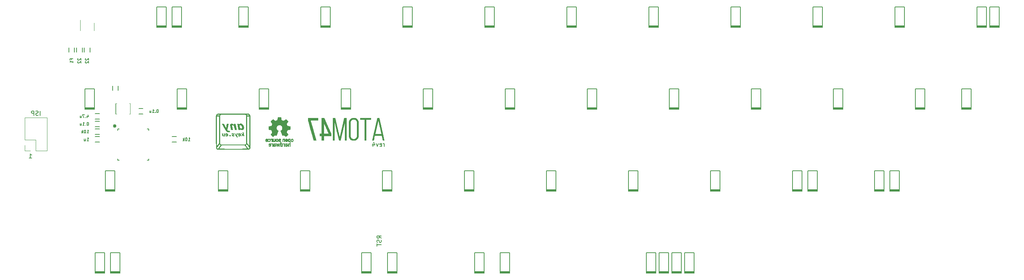
<source format=gbr>
%TF.GenerationSoftware,KiCad,Pcbnew,(5.99.0-8436-gbd786b578a)*%
%TF.CreationDate,2021-02-24T19:01:32+01:00*%
%TF.ProjectId,atom47,61746f6d-3437-42e6-9b69-6361645f7063,rev?*%
%TF.SameCoordinates,Original*%
%TF.FileFunction,Legend,Bot*%
%TF.FilePolarity,Positive*%
%FSLAX46Y46*%
G04 Gerber Fmt 4.6, Leading zero omitted, Abs format (unit mm)*
G04 Created by KiCad (PCBNEW (5.99.0-8436-gbd786b578a)) date 2021-02-24 19:01:32*
%MOMM*%
%LPD*%
G01*
G04 APERTURE LIST*
%ADD10C,0.150000*%
%ADD11C,0.010000*%
%ADD12C,0.120000*%
G04 APERTURE END LIST*
D10*
X87368070Y-62291534D02*
X86891880Y-61958200D01*
X87368070Y-61720105D02*
X86368070Y-61720105D01*
X86368070Y-62101057D01*
X86415690Y-62196296D01*
X86463309Y-62243915D01*
X86558547Y-62291534D01*
X86701404Y-62291534D01*
X86796642Y-62243915D01*
X86844261Y-62196296D01*
X86891880Y-62101057D01*
X86891880Y-61720105D01*
X87320451Y-62672486D02*
X87368070Y-62815343D01*
X87368070Y-63053438D01*
X87320451Y-63148676D01*
X87272832Y-63196296D01*
X87177594Y-63243915D01*
X87082356Y-63243915D01*
X86987118Y-63196296D01*
X86939499Y-63148676D01*
X86891880Y-63053438D01*
X86844261Y-62862962D01*
X86796642Y-62767724D01*
X86749023Y-62720105D01*
X86653785Y-62672486D01*
X86558547Y-62672486D01*
X86463309Y-62720105D01*
X86415690Y-62767724D01*
X86368070Y-62862962D01*
X86368070Y-63101057D01*
X86415690Y-63243915D01*
X86368070Y-63529629D02*
X86368070Y-64101057D01*
X87368070Y-63815343D02*
X86368070Y-63815343D01*
X88068517Y-40933696D02*
X88068517Y-40267030D01*
X88068517Y-40457506D02*
X88020898Y-40362268D01*
X87973279Y-40314649D01*
X87878041Y-40267030D01*
X87782803Y-40267030D01*
X87068517Y-40886077D02*
X87163755Y-40933696D01*
X87354232Y-40933696D01*
X87449470Y-40886077D01*
X87497089Y-40790839D01*
X87497089Y-40409887D01*
X87449470Y-40314649D01*
X87354232Y-40267030D01*
X87163755Y-40267030D01*
X87068517Y-40314649D01*
X87020898Y-40409887D01*
X87020898Y-40505125D01*
X87497089Y-40600363D01*
X86687565Y-40267030D02*
X86449470Y-40933696D01*
X86211374Y-40267030D01*
X85401851Y-40267030D02*
X85401851Y-40933696D01*
X85639946Y-39886077D02*
X85878041Y-40600363D01*
X85258993Y-40600363D01*
X18733362Y-20471490D02*
X18700029Y-20504823D01*
X18666695Y-20571490D01*
X18666695Y-20738157D01*
X18700029Y-20804823D01*
X18733362Y-20838157D01*
X18800029Y-20871490D01*
X18866695Y-20871490D01*
X18966695Y-20838157D01*
X19366695Y-20438157D01*
X19366695Y-20871490D01*
X18733362Y-21138157D02*
X18700029Y-21171490D01*
X18666695Y-21238157D01*
X18666695Y-21404823D01*
X18700029Y-21471490D01*
X18733362Y-21504823D01*
X18800029Y-21538157D01*
X18866695Y-21538157D01*
X18966695Y-21504823D01*
X19366695Y-21104823D01*
X19366695Y-21538157D01*
X8119938Y-33682404D02*
X8119938Y-32682404D01*
X7691367Y-33634785D02*
X7548509Y-33682404D01*
X7310414Y-33682404D01*
X7215176Y-33634785D01*
X7167557Y-33587166D01*
X7119938Y-33491928D01*
X7119938Y-33396690D01*
X7167557Y-33301452D01*
X7215176Y-33253833D01*
X7310414Y-33206214D01*
X7500890Y-33158595D01*
X7596128Y-33110976D01*
X7643747Y-33063357D01*
X7691367Y-32968119D01*
X7691367Y-32872881D01*
X7643747Y-32777643D01*
X7596128Y-32730024D01*
X7500890Y-32682404D01*
X7262795Y-32682404D01*
X7119938Y-32730024D01*
X6691367Y-33682404D02*
X6691367Y-32682404D01*
X6310414Y-32682404D01*
X6215176Y-32730024D01*
X6167557Y-32777643D01*
X6119938Y-32872881D01*
X6119938Y-33015738D01*
X6167557Y-33110976D01*
X6215176Y-33158595D01*
X6310414Y-33206214D01*
X6691367Y-33206214D01*
X5588033Y-43632404D02*
X6159462Y-43632404D01*
X5873748Y-43632404D02*
X5873748Y-42632404D01*
X5968986Y-42775262D01*
X6064224Y-42870500D01*
X6159462Y-42918119D01*
X19247821Y-35335438D02*
X19181154Y-35335438D01*
X19114487Y-35368772D01*
X19081154Y-35402105D01*
X19047821Y-35468772D01*
X19014487Y-35602105D01*
X19014487Y-35768772D01*
X19047821Y-35902105D01*
X19081154Y-35968772D01*
X19114487Y-36002105D01*
X19181154Y-36035438D01*
X19247821Y-36035438D01*
X19314487Y-36002105D01*
X19347821Y-35968772D01*
X19381154Y-35902105D01*
X19414487Y-35768772D01*
X19414487Y-35602105D01*
X19381154Y-35468772D01*
X19347821Y-35402105D01*
X19314487Y-35368772D01*
X19247821Y-35335438D01*
X18714487Y-35968772D02*
X18681154Y-36002105D01*
X18714487Y-36035438D01*
X18747821Y-36002105D01*
X18714487Y-35968772D01*
X18714487Y-36035438D01*
X18014487Y-36035438D02*
X18414487Y-36035438D01*
X18214487Y-36035438D02*
X18214487Y-35335438D01*
X18281154Y-35435438D01*
X18347821Y-35502105D01*
X18414487Y-35535438D01*
X17414487Y-35568772D02*
X17414487Y-36035438D01*
X17714487Y-35568772D02*
X17714487Y-35935438D01*
X17681154Y-36002105D01*
X17614487Y-36035438D01*
X17514487Y-36035438D01*
X17447821Y-36002105D01*
X17414487Y-35968772D01*
X35435020Y-32358873D02*
X35368353Y-32358873D01*
X35301686Y-32392207D01*
X35268353Y-32425540D01*
X35235020Y-32492207D01*
X35201686Y-32625540D01*
X35201686Y-32792207D01*
X35235020Y-32925540D01*
X35268353Y-32992207D01*
X35301686Y-33025540D01*
X35368353Y-33058873D01*
X35435020Y-33058873D01*
X35501686Y-33025540D01*
X35535020Y-32992207D01*
X35568353Y-32925540D01*
X35601686Y-32792207D01*
X35601686Y-32625540D01*
X35568353Y-32492207D01*
X35535020Y-32425540D01*
X35501686Y-32392207D01*
X35435020Y-32358873D01*
X34901686Y-32992207D02*
X34868353Y-33025540D01*
X34901686Y-33058873D01*
X34935020Y-33025540D01*
X34901686Y-32992207D01*
X34901686Y-33058873D01*
X34201686Y-33058873D02*
X34601686Y-33058873D01*
X34401686Y-33058873D02*
X34401686Y-32358873D01*
X34468353Y-32458873D01*
X34535020Y-32525540D01*
X34601686Y-32558873D01*
X33601686Y-32592207D02*
X33601686Y-33058873D01*
X33901686Y-32592207D02*
X33901686Y-32958873D01*
X33868353Y-33025540D01*
X33801686Y-33058873D01*
X33701686Y-33058873D01*
X33635020Y-33025540D01*
X33601686Y-32992207D01*
X16947402Y-20471490D02*
X16914069Y-20504823D01*
X16880735Y-20571490D01*
X16880735Y-20738157D01*
X16914069Y-20804823D01*
X16947402Y-20838157D01*
X17014069Y-20871490D01*
X17080735Y-20871490D01*
X17180735Y-20838157D01*
X17580735Y-20438157D01*
X17580735Y-20871490D01*
X16947402Y-21138157D02*
X16914069Y-21171490D01*
X16880735Y-21238157D01*
X16880735Y-21404823D01*
X16914069Y-21471490D01*
X16947402Y-21504823D01*
X17014069Y-21538157D01*
X17080735Y-21538157D01*
X17180735Y-21504823D01*
X17580735Y-21104823D01*
X17580735Y-21538157D01*
X42540755Y-39607316D02*
X42940755Y-39607316D01*
X42740755Y-39607316D02*
X42740755Y-38907316D01*
X42807422Y-39007316D01*
X42874089Y-39073983D01*
X42940755Y-39107316D01*
X42107422Y-38907316D02*
X42040755Y-38907316D01*
X41974089Y-38940650D01*
X41940755Y-38973983D01*
X41907422Y-39040650D01*
X41874089Y-39173983D01*
X41874089Y-39340650D01*
X41907422Y-39473983D01*
X41940755Y-39540650D01*
X41974089Y-39573983D01*
X42040755Y-39607316D01*
X42107422Y-39607316D01*
X42174089Y-39573983D01*
X42207422Y-39540650D01*
X42240755Y-39473983D01*
X42274089Y-39340650D01*
X42274089Y-39173983D01*
X42240755Y-39040650D01*
X42207422Y-38973983D01*
X42174089Y-38940650D01*
X42107422Y-38907316D01*
X41574089Y-39607316D02*
X41574089Y-38907316D01*
X41507422Y-39340650D02*
X41307422Y-39607316D01*
X41307422Y-39140650D02*
X41574089Y-39407316D01*
X19014487Y-39607316D02*
X19414487Y-39607316D01*
X19214487Y-39607316D02*
X19214487Y-38907316D01*
X19281154Y-39007316D01*
X19347821Y-39073983D01*
X19414487Y-39107316D01*
X18414487Y-39140650D02*
X18414487Y-39607316D01*
X18714487Y-39140650D02*
X18714487Y-39507316D01*
X18681154Y-39573983D01*
X18614487Y-39607316D01*
X18514487Y-39607316D01*
X18447821Y-39573983D01*
X18414487Y-39540650D01*
X19014487Y-37821377D02*
X19414487Y-37821377D01*
X19214487Y-37821377D02*
X19214487Y-37121377D01*
X19281154Y-37221377D01*
X19347821Y-37288044D01*
X19414487Y-37321377D01*
X18581154Y-37121377D02*
X18514487Y-37121377D01*
X18447821Y-37154711D01*
X18414487Y-37188044D01*
X18381154Y-37254711D01*
X18347821Y-37388044D01*
X18347821Y-37554711D01*
X18381154Y-37688044D01*
X18414487Y-37754711D01*
X18447821Y-37788044D01*
X18514487Y-37821377D01*
X18581154Y-37821377D01*
X18647821Y-37788044D01*
X18681154Y-37754711D01*
X18714487Y-37688044D01*
X18747821Y-37554711D01*
X18747821Y-37388044D01*
X18714487Y-37254711D01*
X18681154Y-37188044D01*
X18647821Y-37154711D01*
X18581154Y-37121377D01*
X18047821Y-37821377D02*
X18047821Y-37121377D01*
X17981154Y-37554711D02*
X17781154Y-37821377D01*
X17781154Y-37354711D02*
X18047821Y-37621377D01*
X19081154Y-33782833D02*
X19081154Y-34249499D01*
X19247821Y-33516166D02*
X19414487Y-34016166D01*
X18981154Y-34016166D01*
X18714487Y-34182833D02*
X18681154Y-34216166D01*
X18714487Y-34249499D01*
X18747821Y-34216166D01*
X18714487Y-34182833D01*
X18714487Y-34249499D01*
X18447821Y-33549499D02*
X17981154Y-33549499D01*
X18281154Y-34249499D01*
X17414487Y-33782833D02*
X17414487Y-34249499D01*
X17714487Y-33782833D02*
X17714487Y-34149499D01*
X17681154Y-34216166D01*
X17614487Y-34249499D01*
X17514487Y-34249499D01*
X17447821Y-34216166D01*
X17414487Y-34182833D01*
X15428130Y-20738134D02*
X15428130Y-20504800D01*
X15794796Y-20504800D02*
X15094796Y-20504800D01*
X15094796Y-20838134D01*
X15794796Y-21471467D02*
X15794796Y-21071467D01*
X15794796Y-21271467D02*
X15094796Y-21271467D01*
X15194796Y-21204800D01*
X15261463Y-21138134D01*
X15294796Y-21071467D01*
D11*
X63610366Y-34118122D02*
X63541810Y-34118371D01*
X63541810Y-34118371D02*
X63486994Y-34118863D01*
X63486994Y-34118863D02*
X63444321Y-34119661D01*
X63444321Y-34119661D02*
X63412194Y-34120827D01*
X63412194Y-34120827D02*
X63389016Y-34122425D01*
X63389016Y-34122425D02*
X63373190Y-34124518D01*
X63373190Y-34124518D02*
X63363121Y-34127167D01*
X63363121Y-34127167D02*
X63357210Y-34130436D01*
X63357210Y-34130436D02*
X63356196Y-34131357D01*
X63356196Y-34131357D02*
X63345561Y-34144457D01*
X63345561Y-34144457D02*
X63342891Y-34150810D01*
X63342891Y-34150810D02*
X63341389Y-34160242D01*
X63341389Y-34160242D02*
X63337110Y-34184464D01*
X63337110Y-34184464D02*
X63330393Y-34221624D01*
X63330393Y-34221624D02*
X63321575Y-34269868D01*
X63321575Y-34269868D02*
X63310998Y-34327342D01*
X63310998Y-34327342D02*
X63298998Y-34392194D01*
X63298998Y-34392194D02*
X63285916Y-34462570D01*
X63285916Y-34462570D02*
X63283864Y-34473581D01*
X63283864Y-34473581D02*
X63267394Y-34560988D01*
X63267394Y-34560988D02*
X63253436Y-34632890D01*
X63253436Y-34632890D02*
X63241722Y-34690484D01*
X63241722Y-34690484D02*
X63231982Y-34734971D01*
X63231982Y-34734971D02*
X63223950Y-34767547D01*
X63223950Y-34767547D02*
X63217357Y-34789412D01*
X63217357Y-34789412D02*
X63211934Y-34801763D01*
X63211934Y-34801763D02*
X63209780Y-34804560D01*
X63209780Y-34804560D02*
X63198213Y-34811397D01*
X63198213Y-34811397D02*
X63173078Y-34823531D01*
X63173078Y-34823531D02*
X63136544Y-34840005D01*
X63136544Y-34840005D02*
X63090780Y-34859864D01*
X63090780Y-34859864D02*
X63037955Y-34882153D01*
X63037955Y-34882153D02*
X62980237Y-34905916D01*
X62980237Y-34905916D02*
X62973147Y-34908797D01*
X62973147Y-34908797D02*
X62905596Y-34936004D01*
X62905596Y-34936004D02*
X62851930Y-34957120D01*
X62851930Y-34957120D02*
X62810467Y-34972716D01*
X62810467Y-34972716D02*
X62779526Y-34983365D01*
X62779526Y-34983365D02*
X62757424Y-34989640D01*
X62757424Y-34989640D02*
X62742480Y-34992113D01*
X62742480Y-34992113D02*
X62733012Y-34991357D01*
X62733012Y-34991357D02*
X62731847Y-34990957D01*
X62731847Y-34990957D02*
X62720593Y-34984533D01*
X62720593Y-34984533D02*
X62697079Y-34969578D01*
X62697079Y-34969578D02*
X62662962Y-34947198D01*
X62662962Y-34947198D02*
X62619905Y-34918502D01*
X62619905Y-34918502D02*
X62569568Y-34884596D01*
X62569568Y-34884596D02*
X62513610Y-34846588D01*
X62513610Y-34846588D02*
X62453693Y-34805586D01*
X62453693Y-34805586D02*
X62446161Y-34800411D01*
X62446161Y-34800411D02*
X62386247Y-34759453D01*
X62386247Y-34759453D02*
X62330376Y-34721694D01*
X62330376Y-34721694D02*
X62280151Y-34688185D01*
X62280151Y-34688185D02*
X62237178Y-34659979D01*
X62237178Y-34659979D02*
X62203060Y-34638127D01*
X62203060Y-34638127D02*
X62179403Y-34623680D01*
X62179403Y-34623680D02*
X62167811Y-34617690D01*
X62167811Y-34617690D02*
X62167220Y-34617586D01*
X62167220Y-34617586D02*
X62158525Y-34623388D01*
X62158525Y-34623388D02*
X62139294Y-34639930D01*
X62139294Y-34639930D02*
X62110899Y-34665912D01*
X62110899Y-34665912D02*
X62074713Y-34700038D01*
X62074713Y-34700038D02*
X62032111Y-34741009D01*
X62032111Y-34741009D02*
X61984464Y-34787527D01*
X61984464Y-34787527D02*
X61933147Y-34838293D01*
X61933147Y-34838293D02*
X61921904Y-34849500D01*
X61921904Y-34849500D02*
X61861804Y-34909648D01*
X61861804Y-34909648D02*
X61812794Y-34959112D01*
X61812794Y-34959112D02*
X61773844Y-34999029D01*
X61773844Y-34999029D02*
X61743921Y-35030537D01*
X61743921Y-35030537D02*
X61721994Y-35054775D01*
X61721994Y-35054775D02*
X61707030Y-35072881D01*
X61707030Y-35072881D02*
X61697998Y-35085992D01*
X61697998Y-35085992D02*
X61693866Y-35095246D01*
X61693866Y-35095246D02*
X61693514Y-35101384D01*
X61693514Y-35101384D02*
X61699090Y-35112708D01*
X61699090Y-35112708D02*
X61713249Y-35136258D01*
X61713249Y-35136258D02*
X61734900Y-35170363D01*
X61734900Y-35170363D02*
X61762952Y-35213352D01*
X61762952Y-35213352D02*
X61796313Y-35263553D01*
X61796313Y-35263553D02*
X61833891Y-35319295D01*
X61833891Y-35319295D02*
X61874596Y-35378908D01*
X61874596Y-35378908D02*
X61877940Y-35383773D01*
X61877940Y-35383773D02*
X61932285Y-35463355D01*
X61932285Y-35463355D02*
X61976671Y-35529594D01*
X61976671Y-35529594D02*
X62011251Y-35582732D01*
X62011251Y-35582732D02*
X62036179Y-35623010D01*
X62036179Y-35623010D02*
X62051606Y-35650667D01*
X62051606Y-35650667D02*
X62057685Y-35665946D01*
X62057685Y-35665946D02*
X62057798Y-35667406D01*
X62057798Y-35667406D02*
X62054285Y-35681223D01*
X62054285Y-35681223D02*
X62044836Y-35707961D01*
X62044836Y-35707961D02*
X62030512Y-35745131D01*
X62030512Y-35745131D02*
X62012377Y-35790248D01*
X62012377Y-35790248D02*
X61991493Y-35840826D01*
X61991493Y-35840826D02*
X61968922Y-35894378D01*
X61968922Y-35894378D02*
X61945728Y-35948417D01*
X61945728Y-35948417D02*
X61922973Y-36000457D01*
X61922973Y-36000457D02*
X61901719Y-36048013D01*
X61901719Y-36048013D02*
X61883029Y-36088596D01*
X61883029Y-36088596D02*
X61867966Y-36119722D01*
X61867966Y-36119722D02*
X61857592Y-36138903D01*
X61857592Y-36138903D02*
X61854415Y-36143319D01*
X61854415Y-36143319D02*
X61844677Y-36148478D01*
X61844677Y-36148478D02*
X61823773Y-36155114D01*
X61823773Y-36155114D02*
X61790767Y-36163434D01*
X61790767Y-36163434D02*
X61744726Y-36173648D01*
X61744726Y-36173648D02*
X61684715Y-36185963D01*
X61684715Y-36185963D02*
X61609799Y-36200587D01*
X61609799Y-36200587D02*
X61525200Y-36216578D01*
X61525200Y-36216578D02*
X61454192Y-36229944D01*
X61454192Y-36229944D02*
X61388312Y-36242536D01*
X61388312Y-36242536D02*
X61329443Y-36253979D01*
X61329443Y-36253979D02*
X61279467Y-36263899D01*
X61279467Y-36263899D02*
X61240268Y-36271923D01*
X61240268Y-36271923D02*
X61213727Y-36277675D01*
X61213727Y-36277675D02*
X61201728Y-36280781D01*
X61201728Y-36280781D02*
X61201350Y-36280961D01*
X61201350Y-36280961D02*
X61198738Y-36290378D01*
X61198738Y-36290378D02*
X61196584Y-36315292D01*
X61196584Y-36315292D02*
X61194879Y-36355965D01*
X61194879Y-36355965D02*
X61193618Y-36412661D01*
X61193618Y-36412661D02*
X61192793Y-36485644D01*
X61192793Y-36485644D02*
X61192398Y-36575176D01*
X61192398Y-36575176D02*
X61192358Y-36619415D01*
X61192358Y-36619415D02*
X61192447Y-36705586D01*
X61192447Y-36705586D02*
X61192747Y-36776302D01*
X61192747Y-36776302D02*
X61193311Y-36833042D01*
X61193311Y-36833042D02*
X61194190Y-36877283D01*
X61194190Y-36877283D02*
X61195433Y-36910504D01*
X61195433Y-36910504D02*
X61197094Y-36934183D01*
X61197094Y-36934183D02*
X61199223Y-36949798D01*
X61199223Y-36949798D02*
X61201871Y-36958826D01*
X61201871Y-36958826D02*
X61204243Y-36962176D01*
X61204243Y-36962176D02*
X61215048Y-36965943D01*
X61215048Y-36965943D02*
X61240576Y-36972328D01*
X61240576Y-36972328D02*
X61278891Y-36980921D01*
X61278891Y-36980921D02*
X61328054Y-36991313D01*
X61328054Y-36991313D02*
X61386128Y-37003094D01*
X61386128Y-37003094D02*
X61451176Y-37015856D01*
X61451176Y-37015856D02*
X61521261Y-37029187D01*
X61521261Y-37029187D02*
X61521922Y-37029311D01*
X61521922Y-37029311D02*
X61605392Y-37045218D01*
X61605392Y-37045218D02*
X61677889Y-37059596D01*
X61677889Y-37059596D02*
X61738350Y-37072212D01*
X61738350Y-37072212D02*
X61785716Y-37082834D01*
X61785716Y-37082834D02*
X61818924Y-37091231D01*
X61818924Y-37091231D02*
X61836914Y-37097169D01*
X61836914Y-37097169D02*
X61839607Y-37098801D01*
X61839607Y-37098801D02*
X61846540Y-37110602D01*
X61846540Y-37110602D02*
X61858392Y-37135848D01*
X61858392Y-37135848D02*
X61874206Y-37172106D01*
X61874206Y-37172106D02*
X61893020Y-37216943D01*
X61893020Y-37216943D02*
X61913875Y-37267923D01*
X61913875Y-37267923D02*
X61935810Y-37322614D01*
X61935810Y-37322614D02*
X61957868Y-37378582D01*
X61957868Y-37378582D02*
X61979086Y-37433392D01*
X61979086Y-37433392D02*
X61998506Y-37484611D01*
X61998506Y-37484611D02*
X62015168Y-37529804D01*
X62015168Y-37529804D02*
X62028111Y-37566540D01*
X62028111Y-37566540D02*
X62036377Y-37592382D01*
X62036377Y-37592382D02*
X62039024Y-37604457D01*
X62039024Y-37604457D02*
X62035435Y-37616586D01*
X62035435Y-37616586D02*
X62024363Y-37638336D01*
X62024363Y-37638336D02*
X62005355Y-37670431D01*
X62005355Y-37670431D02*
X61977957Y-37713594D01*
X61977957Y-37713594D02*
X61941715Y-37768548D01*
X61941715Y-37768548D02*
X61896175Y-37836016D01*
X61896175Y-37836016D02*
X61865458Y-37880971D01*
X61865458Y-37880971D02*
X61825604Y-37939453D01*
X61825604Y-37939453D02*
X61788973Y-37993906D01*
X61788973Y-37993906D02*
X61756644Y-38042676D01*
X61756644Y-38042676D02*
X61729694Y-38084104D01*
X61729694Y-38084104D02*
X61709201Y-38116536D01*
X61709201Y-38116536D02*
X61696242Y-38138314D01*
X61696242Y-38138314D02*
X61691891Y-38147683D01*
X61691891Y-38147683D02*
X61697708Y-38156489D01*
X61697708Y-38156489D02*
X61714298Y-38175812D01*
X61714298Y-38175812D02*
X61740368Y-38204289D01*
X61740368Y-38204289D02*
X61774625Y-38240556D01*
X61774625Y-38240556D02*
X61815778Y-38283249D01*
X61815778Y-38283249D02*
X61862535Y-38331005D01*
X61862535Y-38331005D02*
X61913602Y-38382458D01*
X61913602Y-38382458D02*
X61927489Y-38396336D01*
X61927489Y-38396336D02*
X61988927Y-38457443D01*
X61988927Y-38457443D02*
X62039600Y-38507372D01*
X62039600Y-38507372D02*
X62080554Y-38547076D01*
X62080554Y-38547076D02*
X62112837Y-38577511D01*
X62112837Y-38577511D02*
X62137498Y-38599628D01*
X62137498Y-38599628D02*
X62155583Y-38614382D01*
X62155583Y-38614382D02*
X62168141Y-38622726D01*
X62168141Y-38622726D02*
X62176218Y-38625614D01*
X62176218Y-38625614D02*
X62179005Y-38625273D01*
X62179005Y-38625273D02*
X62189528Y-38619172D01*
X62189528Y-38619172D02*
X62212264Y-38604585D01*
X62212264Y-38604585D02*
X62245498Y-38582658D01*
X62245498Y-38582658D02*
X62287516Y-38554537D01*
X62287516Y-38554537D02*
X62336604Y-38521368D01*
X62336604Y-38521368D02*
X62391046Y-38484298D01*
X62391046Y-38484298D02*
X62439043Y-38451409D01*
X62439043Y-38451409D02*
X62496632Y-38412172D01*
X62496632Y-38412172D02*
X62550384Y-38376193D01*
X62550384Y-38376193D02*
X62598578Y-38344575D01*
X62598578Y-38344575D02*
X62639492Y-38318422D01*
X62639492Y-38318422D02*
X62671405Y-38298838D01*
X62671405Y-38298838D02*
X62692594Y-38286924D01*
X62692594Y-38286924D02*
X62700824Y-38283652D01*
X62700824Y-38283652D02*
X62714299Y-38287481D01*
X62714299Y-38287481D02*
X62739504Y-38298016D01*
X62739504Y-38298016D02*
X62773314Y-38313831D01*
X62773314Y-38313831D02*
X62812606Y-38333500D01*
X62812606Y-38333500D02*
X62830658Y-38342919D01*
X62830658Y-38342919D02*
X62870902Y-38363748D01*
X62870902Y-38363748D02*
X62906524Y-38381375D01*
X62906524Y-38381375D02*
X62934551Y-38394388D01*
X62934551Y-38394388D02*
X62952010Y-38401380D01*
X62952010Y-38401380D02*
X62955641Y-38402186D01*
X62955641Y-38402186D02*
X62963793Y-38394685D01*
X62963793Y-38394685D02*
X62976948Y-38372020D01*
X62976948Y-38372020D02*
X62995228Y-38333945D01*
X62995228Y-38333945D02*
X63018752Y-38280214D01*
X63018752Y-38280214D02*
X63034163Y-38243436D01*
X63034163Y-38243436D02*
X63051189Y-38202312D01*
X63051189Y-38202312D02*
X63073691Y-38147980D01*
X63073691Y-38147980D02*
X63100659Y-38082872D01*
X63100659Y-38082872D02*
X63131086Y-38009424D01*
X63131086Y-38009424D02*
X63163964Y-37930069D01*
X63163964Y-37930069D02*
X63198283Y-37847241D01*
X63198283Y-37847241D02*
X63233035Y-37763375D01*
X63233035Y-37763375D02*
X63259482Y-37699555D01*
X63259482Y-37699555D02*
X63291072Y-37623037D01*
X63291072Y-37623037D02*
X63320585Y-37550982D01*
X63320585Y-37550982D02*
X63347397Y-37484955D01*
X63347397Y-37484955D02*
X63370881Y-37426525D01*
X63370881Y-37426525D02*
X63390413Y-37377258D01*
X63390413Y-37377258D02*
X63405367Y-37338720D01*
X63405367Y-37338720D02*
X63415118Y-37312479D01*
X63415118Y-37312479D02*
X63419042Y-37300101D01*
X63419042Y-37300101D02*
X63419091Y-37299612D01*
X63419091Y-37299612D02*
X63412377Y-37286691D01*
X63412377Y-37286691D02*
X63395260Y-37270564D01*
X63395260Y-37270564D02*
X63383684Y-37262447D01*
X63383684Y-37262447D02*
X63284361Y-37192825D01*
X63284361Y-37192825D02*
X63200831Y-37118901D01*
X63200831Y-37118901D02*
X63132243Y-37039499D01*
X63132243Y-37039499D02*
X63077749Y-36953443D01*
X63077749Y-36953443D02*
X63036498Y-36859554D01*
X63036498Y-36859554D02*
X63007640Y-36756657D01*
X63007640Y-36756657D02*
X63003484Y-36735970D01*
X63003484Y-36735970D02*
X62997947Y-36686703D01*
X62997947Y-36686703D02*
X62997057Y-36627205D01*
X62997057Y-36627205D02*
X63000462Y-36563425D01*
X63000462Y-36563425D02*
X63007811Y-36501310D01*
X63007811Y-36501310D02*
X63018752Y-36446809D01*
X63018752Y-36446809D02*
X63021081Y-36438247D01*
X63021081Y-36438247D02*
X63058462Y-36337008D01*
X63058462Y-36337008D02*
X63109484Y-36244626D01*
X63109484Y-36244626D02*
X63172802Y-36162112D01*
X63172802Y-36162112D02*
X63247074Y-36090483D01*
X63247074Y-36090483D02*
X63330957Y-36030753D01*
X63330957Y-36030753D02*
X63423105Y-35983935D01*
X63423105Y-35983935D02*
X63522177Y-35951046D01*
X63522177Y-35951046D02*
X63626829Y-35933098D01*
X63626829Y-35933098D02*
X63694258Y-35929919D01*
X63694258Y-35929919D02*
X63801706Y-35938044D01*
X63801706Y-35938044D02*
X63904413Y-35961744D01*
X63904413Y-35961744D02*
X64001032Y-36000003D01*
X64001032Y-36000003D02*
X64090223Y-36051807D01*
X64090223Y-36051807D02*
X64170640Y-36116142D01*
X64170640Y-36116142D02*
X64240941Y-36191993D01*
X64240941Y-36191993D02*
X64299782Y-36278346D01*
X64299782Y-36278346D02*
X64345819Y-36374186D01*
X64345819Y-36374186D02*
X64367434Y-36438247D01*
X64367434Y-36438247D02*
X64378986Y-36490740D01*
X64378986Y-36490740D02*
X64387009Y-36551921D01*
X64387009Y-36551921D02*
X64391152Y-36615840D01*
X64391152Y-36615840D02*
X64391063Y-36676551D01*
X64391063Y-36676551D02*
X64386390Y-36728104D01*
X64386390Y-36728104D02*
X64385031Y-36735970D01*
X64385031Y-36735970D02*
X64358435Y-36840714D01*
X64358435Y-36840714D02*
X64319606Y-36936225D01*
X64319606Y-36936225D02*
X64267696Y-37023681D01*
X64267696Y-37023681D02*
X64201854Y-37104258D01*
X64201854Y-37104258D02*
X64121231Y-37179133D01*
X64121231Y-37179133D02*
X64024977Y-37249482D01*
X64024977Y-37249482D02*
X64004831Y-37262447D01*
X64004831Y-37262447D02*
X63984080Y-37278356D01*
X63984080Y-37278356D02*
X63971359Y-37293547D01*
X63971359Y-37293547D02*
X63969424Y-37299612D01*
X63969424Y-37299612D02*
X63972586Y-37310171D01*
X63972586Y-37310171D02*
X63981652Y-37334787D01*
X63981652Y-37334787D02*
X63995998Y-37371893D01*
X63995998Y-37371893D02*
X64014999Y-37419921D01*
X64014999Y-37419921D02*
X64038030Y-37477306D01*
X64038030Y-37477306D02*
X64064465Y-37542480D01*
X64064465Y-37542480D02*
X64093679Y-37613877D01*
X64093679Y-37613877D02*
X64125046Y-37689929D01*
X64125046Y-37689929D02*
X64129033Y-37699555D01*
X64129033Y-37699555D02*
X64163431Y-37782561D01*
X64163431Y-37782561D02*
X64198174Y-37866405D01*
X64198174Y-37866405D02*
X64232251Y-37948652D01*
X64232251Y-37948652D02*
X64264656Y-38026868D01*
X64264656Y-38026868D02*
X64294379Y-38098619D01*
X64294379Y-38098619D02*
X64320413Y-38161472D01*
X64320413Y-38161472D02*
X64341749Y-38212992D01*
X64341749Y-38212992D02*
X64354353Y-38243436D01*
X64354353Y-38243436D02*
X64380850Y-38305987D01*
X64380850Y-38305987D02*
X64402034Y-38352745D01*
X64402034Y-38352745D02*
X64418026Y-38383957D01*
X64418026Y-38383957D02*
X64428947Y-38399868D01*
X64428947Y-38399868D02*
X64432875Y-38402186D01*
X64432875Y-38402186D02*
X64444569Y-38398386D01*
X64444569Y-38398386D02*
X64468178Y-38387925D01*
X64468178Y-38387925D02*
X64500728Y-38372213D01*
X64500728Y-38372213D02*
X64539247Y-38352660D01*
X64539247Y-38352660D02*
X64557858Y-38342919D01*
X64557858Y-38342919D02*
X64598563Y-38322015D01*
X64598563Y-38322015D02*
X64635147Y-38304345D01*
X64635147Y-38304345D02*
X64664487Y-38291333D01*
X64664487Y-38291333D02*
X64683460Y-38284406D01*
X64683460Y-38284406D02*
X64687692Y-38283652D01*
X64687692Y-38283652D02*
X64698610Y-38288317D01*
X64698610Y-38288317D02*
X64721689Y-38301573D01*
X64721689Y-38301573D02*
X64755207Y-38322319D01*
X64755207Y-38322319D02*
X64797442Y-38349450D01*
X64797442Y-38349450D02*
X64846673Y-38381864D01*
X64846673Y-38381864D02*
X64901178Y-38418458D01*
X64901178Y-38418458D02*
X64949473Y-38451409D01*
X64949473Y-38451409D02*
X65007057Y-38490845D01*
X65007057Y-38490845D02*
X65060707Y-38527331D01*
X65060707Y-38527331D02*
X65108711Y-38559720D01*
X65108711Y-38559720D02*
X65149352Y-38586866D01*
X65149352Y-38586866D02*
X65180918Y-38607623D01*
X65180918Y-38607623D02*
X65201693Y-38620844D01*
X65201693Y-38620844D02*
X65209511Y-38625273D01*
X65209511Y-38625273D02*
X65215667Y-38624854D01*
X65215667Y-38624854D02*
X65225756Y-38619476D01*
X65225756Y-38619476D02*
X65240826Y-38608186D01*
X65240826Y-38608186D02*
X65261924Y-38590030D01*
X65261924Y-38590030D02*
X65290099Y-38564055D01*
X65290099Y-38564055D02*
X65326398Y-38529307D01*
X65326398Y-38529307D02*
X65371868Y-38484833D01*
X65371868Y-38484833D02*
X65427557Y-38429678D01*
X65427557Y-38429678D02*
X65461027Y-38396336D01*
X65461027Y-38396336D02*
X65513008Y-38344141D01*
X65513008Y-38344141D02*
X65561014Y-38295288D01*
X65561014Y-38295288D02*
X65603756Y-38251141D01*
X65603756Y-38251141D02*
X65639939Y-38213064D01*
X65639939Y-38213064D02*
X65668272Y-38182421D01*
X65668272Y-38182421D02*
X65687462Y-38160576D01*
X65687462Y-38160576D02*
X65696217Y-38148892D01*
X65696217Y-38148892D02*
X65696624Y-38147683D01*
X65696624Y-38147683D02*
X65691977Y-38137781D01*
X65691977Y-38137781D02*
X65678752Y-38115624D01*
X65678752Y-38115624D02*
X65658028Y-38082869D01*
X65658028Y-38082869D02*
X65630883Y-38041171D01*
X65630883Y-38041171D02*
X65598394Y-37992188D01*
X65598394Y-37992188D02*
X65561640Y-37937574D01*
X65561640Y-37937574D02*
X65523058Y-37880971D01*
X65523058Y-37880971D02*
X65471941Y-37805945D01*
X65471941Y-37805945D02*
X65430384Y-37743850D01*
X65430384Y-37743850D02*
X65397933Y-37693965D01*
X65397933Y-37693965D02*
X65374135Y-37655565D01*
X65374135Y-37655565D02*
X65358534Y-37627928D01*
X65358534Y-37627928D02*
X65350678Y-37610331D01*
X65350678Y-37610331D02*
X65349491Y-37604457D01*
X65349491Y-37604457D02*
X65352593Y-37590816D01*
X65352593Y-37590816D02*
X65361257Y-37564037D01*
X65361257Y-37564037D02*
X65374525Y-37526556D01*
X65374525Y-37526556D02*
X65391436Y-37480805D01*
X65391436Y-37480805D02*
X65411031Y-37429219D01*
X65411031Y-37429219D02*
X65432349Y-37374231D01*
X65432349Y-37374231D02*
X65454431Y-37318276D01*
X65454431Y-37318276D02*
X65476317Y-37263786D01*
X65476317Y-37263786D02*
X65497048Y-37213197D01*
X65497048Y-37213197D02*
X65515662Y-37168942D01*
X65515662Y-37168942D02*
X65531201Y-37133454D01*
X65531201Y-37133454D02*
X65542705Y-37109168D01*
X65542705Y-37109168D02*
X65548908Y-37098801D01*
X65548908Y-37098801D02*
X65560528Y-37093908D01*
X65560528Y-37093908D02*
X65587790Y-37086465D01*
X65587790Y-37086465D02*
X65629633Y-37076703D01*
X65629633Y-37076703D02*
X65684995Y-37064855D01*
X65684995Y-37064855D02*
X65752816Y-37051153D01*
X65752816Y-37051153D02*
X65832034Y-37035828D01*
X65832034Y-37035828D02*
X65866593Y-37029311D01*
X65866593Y-37029311D02*
X65936715Y-37015976D01*
X65936715Y-37015976D02*
X66001819Y-37003208D01*
X66001819Y-37003208D02*
X66059966Y-36991416D01*
X66059966Y-36991416D02*
X66109219Y-36981009D01*
X66109219Y-36981009D02*
X66147642Y-36972398D01*
X66147642Y-36972398D02*
X66173297Y-36965991D01*
X66173297Y-36965991D02*
X66184246Y-36962198D01*
X66184246Y-36962198D02*
X66184273Y-36962176D01*
X66184273Y-36962176D02*
X66187347Y-36957136D01*
X66187347Y-36957136D02*
X66189862Y-36946625D01*
X66189862Y-36946625D02*
X66191871Y-36929164D01*
X66191871Y-36929164D02*
X66193425Y-36903275D01*
X66193425Y-36903275D02*
X66194574Y-36867481D01*
X66194574Y-36867481D02*
X66195370Y-36820303D01*
X66195370Y-36820303D02*
X66195865Y-36760263D01*
X66195865Y-36760263D02*
X66196109Y-36685883D01*
X66196109Y-36685883D02*
X66196158Y-36619415D01*
X66196158Y-36619415D02*
X66195947Y-36522592D01*
X66195947Y-36522592D02*
X66195310Y-36442433D01*
X66195310Y-36442433D02*
X66194240Y-36378675D01*
X66194240Y-36378675D02*
X66192729Y-36331055D01*
X66192729Y-36331055D02*
X66190772Y-36299310D01*
X66190772Y-36299310D02*
X66188360Y-36283175D01*
X66188360Y-36283175D02*
X66187166Y-36280961D01*
X66187166Y-36280961D02*
X66177069Y-36278203D01*
X66177069Y-36278203D02*
X66152202Y-36272754D01*
X66152202Y-36272754D02*
X66114447Y-36264988D01*
X66114447Y-36264988D02*
X66065685Y-36255279D01*
X66065685Y-36255279D02*
X66007801Y-36244001D01*
X66007801Y-36244001D02*
X65942675Y-36231529D01*
X65942675Y-36231529D02*
X65872192Y-36218238D01*
X65872192Y-36218238D02*
X65863316Y-36216578D01*
X65863316Y-36216578D02*
X65773579Y-36199601D01*
X65773579Y-36199601D02*
X65699622Y-36185128D01*
X65699622Y-36185128D02*
X65640512Y-36172950D01*
X65640512Y-36172950D02*
X65595313Y-36162861D01*
X65595313Y-36162861D02*
X65563091Y-36154652D01*
X65563091Y-36154652D02*
X65542912Y-36148114D01*
X65542912Y-36148114D02*
X65534101Y-36143319D01*
X65534101Y-36143319D02*
X65526569Y-36131293D01*
X65526569Y-36131293D02*
X65513799Y-36106036D01*
X65513799Y-36106036D02*
X65496853Y-36070035D01*
X65496853Y-36070035D02*
X65476793Y-36025776D01*
X65476793Y-36025776D02*
X65454681Y-35975746D01*
X65454681Y-35975746D02*
X65431582Y-35922430D01*
X65431582Y-35922430D02*
X65408556Y-35868316D01*
X65408556Y-35868316D02*
X65386667Y-35815889D01*
X65386667Y-35815889D02*
X65366977Y-35767636D01*
X65366977Y-35767636D02*
X65350549Y-35726044D01*
X65350549Y-35726044D02*
X65338445Y-35693599D01*
X65338445Y-35693599D02*
X65331728Y-35672788D01*
X65331728Y-35672788D02*
X65330718Y-35667406D01*
X65330718Y-35667406D02*
X65335132Y-35654318D01*
X65335132Y-35654318D02*
X65348882Y-35628862D01*
X65348882Y-35628862D02*
X65372118Y-35590802D01*
X65372118Y-35590802D02*
X65404987Y-35539905D01*
X65404987Y-35539905D02*
X65447640Y-35475933D01*
X65447640Y-35475933D02*
X65500225Y-35398652D01*
X65500225Y-35398652D02*
X65510439Y-35383773D01*
X65510439Y-35383773D02*
X65551276Y-35324098D01*
X65551276Y-35324098D02*
X65589094Y-35268357D01*
X65589094Y-35268357D02*
X65622803Y-35218189D01*
X65622803Y-35218189D02*
X65651315Y-35175235D01*
X65651315Y-35175235D02*
X65673543Y-35141134D01*
X65673543Y-35141134D02*
X65688397Y-35117528D01*
X65688397Y-35117528D02*
X65694791Y-35106057D01*
X65694791Y-35106057D02*
X65694912Y-35105685D01*
X65694912Y-35105685D02*
X65690127Y-35095981D01*
X65690127Y-35095981D02*
X65674637Y-35076193D01*
X65674637Y-35076193D02*
X65650012Y-35047903D01*
X65650012Y-35047903D02*
X65617824Y-35012690D01*
X65617824Y-35012690D02*
X65579643Y-34972135D01*
X65579643Y-34972135D02*
X65537040Y-34927820D01*
X65537040Y-34927820D02*
X65491585Y-34881324D01*
X65491585Y-34881324D02*
X65444849Y-34834228D01*
X65444849Y-34834228D02*
X65398403Y-34788112D01*
X65398403Y-34788112D02*
X65353818Y-34744558D01*
X65353818Y-34744558D02*
X65312663Y-34705145D01*
X65312663Y-34705145D02*
X65276510Y-34671455D01*
X65276510Y-34671455D02*
X65246929Y-34645068D01*
X65246929Y-34645068D02*
X65225492Y-34627563D01*
X65225492Y-34627563D02*
X65213768Y-34620523D01*
X65213768Y-34620523D02*
X65212764Y-34620500D01*
X65212764Y-34620500D02*
X65202832Y-34625942D01*
X65202832Y-34625942D02*
X65180579Y-34639922D01*
X65180579Y-34639922D02*
X65147626Y-34661367D01*
X65147626Y-34661367D02*
X65105592Y-34689203D01*
X65105592Y-34689203D02*
X65056099Y-34722356D01*
X65056099Y-34722356D02*
X65000764Y-34759752D01*
X65000764Y-34759752D02*
X64941210Y-34800318D01*
X64941210Y-34800318D02*
X64933364Y-34805685D01*
X64933364Y-34805685D02*
X64873294Y-34846668D01*
X64873294Y-34846668D02*
X64817170Y-34884713D01*
X64817170Y-34884713D02*
X64766625Y-34918731D01*
X64766625Y-34918731D02*
X64723293Y-34947634D01*
X64723293Y-34947634D02*
X64688807Y-34970331D01*
X64688807Y-34970331D02*
X64664801Y-34985735D01*
X64664801Y-34985735D02*
X64652910Y-34992757D01*
X64652910Y-34992757D02*
X64652368Y-34992987D01*
X64652368Y-34992987D02*
X64640749Y-34991339D01*
X64640749Y-34991339D02*
X64616022Y-34983963D01*
X64616022Y-34983963D02*
X64580629Y-34971832D01*
X64580629Y-34971832D02*
X64537014Y-34955917D01*
X64537014Y-34955917D02*
X64487621Y-34937192D01*
X64487621Y-34937192D02*
X64434891Y-34916627D01*
X64434891Y-34916627D02*
X64381268Y-34895196D01*
X64381268Y-34895196D02*
X64329196Y-34873870D01*
X64329196Y-34873870D02*
X64281117Y-34853621D01*
X64281117Y-34853621D02*
X64239474Y-34835421D01*
X64239474Y-34835421D02*
X64206711Y-34820244D01*
X64206711Y-34820244D02*
X64185271Y-34809060D01*
X64185271Y-34809060D02*
X64178680Y-34804504D01*
X64178680Y-34804504D02*
X64173701Y-34796136D01*
X64173701Y-34796136D02*
X64167696Y-34778916D01*
X64167696Y-34778916D02*
X64160395Y-34751633D01*
X64160395Y-34751633D02*
X64151525Y-34713074D01*
X64151525Y-34713074D02*
X64140816Y-34662028D01*
X64140816Y-34662028D02*
X64127996Y-34597282D01*
X64127996Y-34597282D02*
X64112792Y-34517625D01*
X64112792Y-34517625D02*
X64104597Y-34473890D01*
X64104597Y-34473890D02*
X64091383Y-34402871D01*
X64091383Y-34402871D02*
X64079201Y-34337080D01*
X64079201Y-34337080D02*
X64068391Y-34278376D01*
X64068391Y-34278376D02*
X64059292Y-34228616D01*
X64059292Y-34228616D02*
X64052244Y-34189656D01*
X64052244Y-34189656D02*
X64047586Y-34163354D01*
X64047586Y-34163354D02*
X64045657Y-34151569D01*
X64045657Y-34151569D02*
X64045624Y-34151174D01*
X64045624Y-34151174D02*
X64040276Y-34140615D01*
X64040276Y-34140615D02*
X64032320Y-34131357D01*
X64032320Y-34131357D02*
X64027199Y-34127923D01*
X64027199Y-34127923D02*
X64018318Y-34125125D01*
X64018318Y-34125125D02*
X64004080Y-34122899D01*
X64004080Y-34122899D02*
X63982888Y-34121184D01*
X63982888Y-34121184D02*
X63953146Y-34119915D01*
X63953146Y-34119915D02*
X63913257Y-34119031D01*
X63913257Y-34119031D02*
X63861624Y-34118469D01*
X63861624Y-34118469D02*
X63796650Y-34118165D01*
X63796650Y-34118165D02*
X63716739Y-34118056D01*
X63716739Y-34118056D02*
X63694258Y-34118053D01*
X63694258Y-34118053D02*
X63610366Y-34118122D01*
X63610366Y-34118122D02*
X63610366Y-34118122D01*
G36*
X63716739Y-34118056D02*
G01*
X63796650Y-34118165D01*
X63861624Y-34118469D01*
X63913257Y-34119031D01*
X63953146Y-34119915D01*
X63982888Y-34121184D01*
X64004080Y-34122899D01*
X64018318Y-34125125D01*
X64027199Y-34127923D01*
X64032320Y-34131357D01*
X64040276Y-34140615D01*
X64045624Y-34151174D01*
X64045657Y-34151569D01*
X64047586Y-34163354D01*
X64052244Y-34189656D01*
X64059292Y-34228616D01*
X64068391Y-34278376D01*
X64079201Y-34337080D01*
X64091383Y-34402871D01*
X64104597Y-34473890D01*
X64112792Y-34517625D01*
X64127996Y-34597282D01*
X64140816Y-34662028D01*
X64151525Y-34713074D01*
X64160395Y-34751633D01*
X64167696Y-34778916D01*
X64173701Y-34796136D01*
X64178680Y-34804504D01*
X64185271Y-34809060D01*
X64206711Y-34820244D01*
X64239474Y-34835421D01*
X64281117Y-34853621D01*
X64329196Y-34873870D01*
X64381268Y-34895196D01*
X64434891Y-34916627D01*
X64487621Y-34937192D01*
X64537014Y-34955917D01*
X64580629Y-34971832D01*
X64616022Y-34983963D01*
X64640749Y-34991339D01*
X64652368Y-34992987D01*
X64652910Y-34992757D01*
X64664801Y-34985735D01*
X64688807Y-34970331D01*
X64723293Y-34947634D01*
X64766625Y-34918731D01*
X64817170Y-34884713D01*
X64873294Y-34846668D01*
X64933364Y-34805685D01*
X64941210Y-34800318D01*
X65000764Y-34759752D01*
X65056099Y-34722356D01*
X65105592Y-34689203D01*
X65147626Y-34661367D01*
X65180579Y-34639922D01*
X65202832Y-34625942D01*
X65212764Y-34620500D01*
X65213768Y-34620523D01*
X65225492Y-34627563D01*
X65246929Y-34645068D01*
X65276510Y-34671455D01*
X65312663Y-34705145D01*
X65353818Y-34744558D01*
X65398403Y-34788112D01*
X65444849Y-34834228D01*
X65491585Y-34881324D01*
X65537040Y-34927820D01*
X65579643Y-34972135D01*
X65617824Y-35012690D01*
X65650012Y-35047903D01*
X65674637Y-35076193D01*
X65690127Y-35095981D01*
X65694912Y-35105685D01*
X65694791Y-35106057D01*
X65688397Y-35117528D01*
X65673543Y-35141134D01*
X65651315Y-35175235D01*
X65622803Y-35218189D01*
X65589094Y-35268357D01*
X65551276Y-35324098D01*
X65510439Y-35383773D01*
X65500225Y-35398652D01*
X65447640Y-35475933D01*
X65404987Y-35539905D01*
X65372118Y-35590802D01*
X65348882Y-35628862D01*
X65335132Y-35654318D01*
X65330718Y-35667406D01*
X65331728Y-35672788D01*
X65338445Y-35693599D01*
X65350549Y-35726044D01*
X65366977Y-35767636D01*
X65386667Y-35815889D01*
X65408556Y-35868316D01*
X65431582Y-35922430D01*
X65454681Y-35975746D01*
X65476793Y-36025776D01*
X65496853Y-36070035D01*
X65513799Y-36106036D01*
X65526569Y-36131293D01*
X65534101Y-36143319D01*
X65542912Y-36148114D01*
X65563091Y-36154652D01*
X65595313Y-36162861D01*
X65640512Y-36172950D01*
X65699622Y-36185128D01*
X65773579Y-36199601D01*
X65863316Y-36216578D01*
X65872192Y-36218238D01*
X65942675Y-36231529D01*
X66007801Y-36244001D01*
X66065685Y-36255279D01*
X66114447Y-36264988D01*
X66152202Y-36272754D01*
X66177069Y-36278203D01*
X66187166Y-36280961D01*
X66188360Y-36283175D01*
X66190772Y-36299310D01*
X66192729Y-36331055D01*
X66194240Y-36378675D01*
X66195310Y-36442433D01*
X66195947Y-36522592D01*
X66196158Y-36619415D01*
X66196109Y-36685883D01*
X66195865Y-36760263D01*
X66195370Y-36820303D01*
X66194574Y-36867481D01*
X66193425Y-36903275D01*
X66191871Y-36929164D01*
X66189862Y-36946625D01*
X66187347Y-36957136D01*
X66184273Y-36962176D01*
X66184246Y-36962198D01*
X66173297Y-36965991D01*
X66147642Y-36972398D01*
X66109219Y-36981009D01*
X66059966Y-36991416D01*
X66001819Y-37003208D01*
X65936715Y-37015976D01*
X65866593Y-37029311D01*
X65832034Y-37035828D01*
X65752816Y-37051153D01*
X65684995Y-37064855D01*
X65629633Y-37076703D01*
X65587790Y-37086465D01*
X65560528Y-37093908D01*
X65548908Y-37098801D01*
X65542705Y-37109168D01*
X65531201Y-37133454D01*
X65515662Y-37168942D01*
X65497048Y-37213197D01*
X65476317Y-37263786D01*
X65454431Y-37318276D01*
X65432349Y-37374231D01*
X65411031Y-37429219D01*
X65391436Y-37480805D01*
X65374525Y-37526556D01*
X65361257Y-37564037D01*
X65352593Y-37590816D01*
X65349491Y-37604457D01*
X65350678Y-37610331D01*
X65358534Y-37627928D01*
X65374135Y-37655565D01*
X65397933Y-37693965D01*
X65430384Y-37743850D01*
X65471941Y-37805945D01*
X65523058Y-37880971D01*
X65561640Y-37937574D01*
X65598394Y-37992188D01*
X65630883Y-38041171D01*
X65658028Y-38082869D01*
X65678752Y-38115624D01*
X65691977Y-38137781D01*
X65696624Y-38147683D01*
X65696217Y-38148892D01*
X65687462Y-38160576D01*
X65668272Y-38182421D01*
X65639939Y-38213064D01*
X65603756Y-38251141D01*
X65561014Y-38295288D01*
X65513008Y-38344141D01*
X65461027Y-38396336D01*
X65427557Y-38429678D01*
X65371868Y-38484833D01*
X65326398Y-38529307D01*
X65290099Y-38564055D01*
X65261924Y-38590030D01*
X65240826Y-38608186D01*
X65225756Y-38619476D01*
X65215667Y-38624854D01*
X65209511Y-38625273D01*
X65201693Y-38620844D01*
X65180918Y-38607623D01*
X65149352Y-38586866D01*
X65108711Y-38559720D01*
X65060707Y-38527331D01*
X65007057Y-38490845D01*
X64949473Y-38451409D01*
X64901178Y-38418458D01*
X64846673Y-38381864D01*
X64797442Y-38349450D01*
X64755207Y-38322319D01*
X64721689Y-38301573D01*
X64698610Y-38288317D01*
X64687692Y-38283652D01*
X64683460Y-38284406D01*
X64664487Y-38291333D01*
X64635147Y-38304345D01*
X64598563Y-38322015D01*
X64557858Y-38342919D01*
X64539247Y-38352660D01*
X64500728Y-38372213D01*
X64468178Y-38387925D01*
X64444569Y-38398386D01*
X64432875Y-38402186D01*
X64428947Y-38399868D01*
X64418026Y-38383957D01*
X64402034Y-38352745D01*
X64380850Y-38305987D01*
X64354353Y-38243436D01*
X64341749Y-38212992D01*
X64320413Y-38161472D01*
X64294379Y-38098619D01*
X64264656Y-38026868D01*
X64232251Y-37948652D01*
X64198174Y-37866405D01*
X64163431Y-37782561D01*
X64129033Y-37699555D01*
X64125046Y-37689929D01*
X64093679Y-37613877D01*
X64064465Y-37542480D01*
X64038030Y-37477306D01*
X64014999Y-37419921D01*
X63995998Y-37371893D01*
X63981652Y-37334787D01*
X63972586Y-37310171D01*
X63969424Y-37299612D01*
X63971359Y-37293547D01*
X63984080Y-37278356D01*
X64004831Y-37262447D01*
X64024977Y-37249482D01*
X64121231Y-37179133D01*
X64201854Y-37104258D01*
X64267696Y-37023681D01*
X64319606Y-36936225D01*
X64358435Y-36840714D01*
X64385031Y-36735970D01*
X64386390Y-36728104D01*
X64391063Y-36676551D01*
X64391152Y-36615840D01*
X64387009Y-36551921D01*
X64378986Y-36490740D01*
X64367434Y-36438247D01*
X64345819Y-36374186D01*
X64299782Y-36278346D01*
X64240941Y-36191993D01*
X64170640Y-36116142D01*
X64090223Y-36051807D01*
X64001032Y-36000003D01*
X63904413Y-35961744D01*
X63801706Y-35938044D01*
X63694258Y-35929919D01*
X63626829Y-35933098D01*
X63522177Y-35951046D01*
X63423105Y-35983935D01*
X63330957Y-36030753D01*
X63247074Y-36090483D01*
X63172802Y-36162112D01*
X63109484Y-36244626D01*
X63058462Y-36337008D01*
X63021081Y-36438247D01*
X63018752Y-36446809D01*
X63007811Y-36501310D01*
X63000462Y-36563425D01*
X62997057Y-36627205D01*
X62997947Y-36686703D01*
X63003484Y-36735970D01*
X63007640Y-36756657D01*
X63036498Y-36859554D01*
X63077749Y-36953443D01*
X63132243Y-37039499D01*
X63200831Y-37118901D01*
X63284361Y-37192825D01*
X63383684Y-37262447D01*
X63395260Y-37270564D01*
X63412377Y-37286691D01*
X63419091Y-37299612D01*
X63419042Y-37300101D01*
X63415118Y-37312479D01*
X63405367Y-37338720D01*
X63390413Y-37377258D01*
X63370881Y-37426525D01*
X63347397Y-37484955D01*
X63320585Y-37550982D01*
X63291072Y-37623037D01*
X63259482Y-37699555D01*
X63233035Y-37763375D01*
X63198283Y-37847241D01*
X63163964Y-37930069D01*
X63131086Y-38009424D01*
X63100659Y-38082872D01*
X63073691Y-38147980D01*
X63051189Y-38202312D01*
X63034163Y-38243436D01*
X63018752Y-38280214D01*
X62995228Y-38333945D01*
X62976948Y-38372020D01*
X62963793Y-38394685D01*
X62955641Y-38402186D01*
X62952010Y-38401380D01*
X62934551Y-38394388D01*
X62906524Y-38381375D01*
X62870902Y-38363748D01*
X62830658Y-38342919D01*
X62812606Y-38333500D01*
X62773314Y-38313831D01*
X62739504Y-38298016D01*
X62714299Y-38287481D01*
X62700824Y-38283652D01*
X62692594Y-38286924D01*
X62671405Y-38298838D01*
X62639492Y-38318422D01*
X62598578Y-38344575D01*
X62550384Y-38376193D01*
X62496632Y-38412172D01*
X62439043Y-38451409D01*
X62391046Y-38484298D01*
X62336604Y-38521368D01*
X62287516Y-38554537D01*
X62245498Y-38582658D01*
X62212264Y-38604585D01*
X62189528Y-38619172D01*
X62179005Y-38625273D01*
X62176218Y-38625614D01*
X62168141Y-38622726D01*
X62155583Y-38614382D01*
X62137498Y-38599628D01*
X62112837Y-38577511D01*
X62080554Y-38547076D01*
X62039600Y-38507372D01*
X61988927Y-38457443D01*
X61927489Y-38396336D01*
X61913602Y-38382458D01*
X61862535Y-38331005D01*
X61815778Y-38283249D01*
X61774625Y-38240556D01*
X61740368Y-38204289D01*
X61714298Y-38175812D01*
X61697708Y-38156489D01*
X61691891Y-38147683D01*
X61696242Y-38138314D01*
X61709201Y-38116536D01*
X61729694Y-38084104D01*
X61756644Y-38042676D01*
X61788973Y-37993906D01*
X61825604Y-37939453D01*
X61865458Y-37880971D01*
X61896175Y-37836016D01*
X61941715Y-37768548D01*
X61977957Y-37713594D01*
X62005355Y-37670431D01*
X62024363Y-37638336D01*
X62035435Y-37616586D01*
X62039024Y-37604457D01*
X62036377Y-37592382D01*
X62028111Y-37566540D01*
X62015168Y-37529804D01*
X61998506Y-37484611D01*
X61979086Y-37433392D01*
X61957868Y-37378582D01*
X61935810Y-37322614D01*
X61913875Y-37267923D01*
X61893020Y-37216943D01*
X61874206Y-37172106D01*
X61858392Y-37135848D01*
X61846540Y-37110602D01*
X61839607Y-37098801D01*
X61836914Y-37097169D01*
X61818924Y-37091231D01*
X61785716Y-37082834D01*
X61738350Y-37072212D01*
X61677889Y-37059596D01*
X61605392Y-37045218D01*
X61521922Y-37029311D01*
X61521261Y-37029187D01*
X61451176Y-37015856D01*
X61386128Y-37003094D01*
X61328054Y-36991313D01*
X61278891Y-36980921D01*
X61240576Y-36972328D01*
X61215048Y-36965943D01*
X61204243Y-36962176D01*
X61201871Y-36958826D01*
X61199223Y-36949798D01*
X61197094Y-36934183D01*
X61195433Y-36910504D01*
X61194190Y-36877283D01*
X61193311Y-36833042D01*
X61192747Y-36776302D01*
X61192447Y-36705586D01*
X61192358Y-36619415D01*
X61192398Y-36575176D01*
X61192793Y-36485644D01*
X61193618Y-36412661D01*
X61194879Y-36355965D01*
X61196584Y-36315292D01*
X61198738Y-36290378D01*
X61201350Y-36280961D01*
X61201728Y-36280781D01*
X61213727Y-36277675D01*
X61240268Y-36271923D01*
X61279467Y-36263899D01*
X61329443Y-36253979D01*
X61388312Y-36242536D01*
X61454192Y-36229944D01*
X61525200Y-36216578D01*
X61609799Y-36200587D01*
X61684715Y-36185963D01*
X61744726Y-36173648D01*
X61790767Y-36163434D01*
X61823773Y-36155114D01*
X61844677Y-36148478D01*
X61854415Y-36143319D01*
X61857592Y-36138903D01*
X61867966Y-36119722D01*
X61883029Y-36088596D01*
X61901719Y-36048013D01*
X61922973Y-36000457D01*
X61945728Y-35948417D01*
X61968922Y-35894378D01*
X61991493Y-35840826D01*
X62012377Y-35790248D01*
X62030512Y-35745131D01*
X62044836Y-35707961D01*
X62054285Y-35681223D01*
X62057798Y-35667406D01*
X62057685Y-35665946D01*
X62051606Y-35650667D01*
X62036179Y-35623010D01*
X62011251Y-35582732D01*
X61976671Y-35529594D01*
X61932285Y-35463355D01*
X61877940Y-35383773D01*
X61874596Y-35378908D01*
X61833891Y-35319295D01*
X61796313Y-35263553D01*
X61762952Y-35213352D01*
X61734900Y-35170363D01*
X61713249Y-35136258D01*
X61699090Y-35112708D01*
X61693514Y-35101384D01*
X61693866Y-35095246D01*
X61697998Y-35085992D01*
X61707030Y-35072881D01*
X61721994Y-35054775D01*
X61743921Y-35030537D01*
X61773844Y-34999029D01*
X61812794Y-34959112D01*
X61861804Y-34909648D01*
X61921904Y-34849500D01*
X61933147Y-34838293D01*
X61984464Y-34787527D01*
X62032111Y-34741009D01*
X62074713Y-34700038D01*
X62110899Y-34665912D01*
X62139294Y-34639930D01*
X62158525Y-34623388D01*
X62167220Y-34617586D01*
X62167811Y-34617690D01*
X62179403Y-34623680D01*
X62203060Y-34638127D01*
X62237178Y-34659979D01*
X62280151Y-34688185D01*
X62330376Y-34721694D01*
X62386247Y-34759453D01*
X62446161Y-34800411D01*
X62453693Y-34805586D01*
X62513610Y-34846588D01*
X62569568Y-34884596D01*
X62619905Y-34918502D01*
X62662962Y-34947198D01*
X62697079Y-34969578D01*
X62720593Y-34984533D01*
X62731847Y-34990957D01*
X62733012Y-34991357D01*
X62742480Y-34992113D01*
X62757424Y-34989640D01*
X62779526Y-34983365D01*
X62810467Y-34972716D01*
X62851930Y-34957120D01*
X62905596Y-34936004D01*
X62973147Y-34908797D01*
X62980237Y-34905916D01*
X63037955Y-34882153D01*
X63090780Y-34859864D01*
X63136544Y-34840005D01*
X63173078Y-34823531D01*
X63198213Y-34811397D01*
X63209780Y-34804560D01*
X63211934Y-34801763D01*
X63217357Y-34789412D01*
X63223950Y-34767547D01*
X63231982Y-34734971D01*
X63241722Y-34690484D01*
X63253436Y-34632890D01*
X63267394Y-34560988D01*
X63283864Y-34473581D01*
X63285916Y-34462570D01*
X63298998Y-34392194D01*
X63310998Y-34327342D01*
X63321575Y-34269868D01*
X63330393Y-34221624D01*
X63337110Y-34184464D01*
X63341389Y-34160242D01*
X63342891Y-34150810D01*
X63345561Y-34144457D01*
X63356196Y-34131357D01*
X63357210Y-34130436D01*
X63363121Y-34127167D01*
X63373190Y-34124518D01*
X63389016Y-34122425D01*
X63412194Y-34120827D01*
X63444321Y-34119661D01*
X63486994Y-34118863D01*
X63541810Y-34118371D01*
X63610366Y-34118122D01*
X63694258Y-34118053D01*
X63716739Y-34118056D01*
G37*
X63716739Y-34118056D02*
X63796650Y-34118165D01*
X63861624Y-34118469D01*
X63913257Y-34119031D01*
X63953146Y-34119915D01*
X63982888Y-34121184D01*
X64004080Y-34122899D01*
X64018318Y-34125125D01*
X64027199Y-34127923D01*
X64032320Y-34131357D01*
X64040276Y-34140615D01*
X64045624Y-34151174D01*
X64045657Y-34151569D01*
X64047586Y-34163354D01*
X64052244Y-34189656D01*
X64059292Y-34228616D01*
X64068391Y-34278376D01*
X64079201Y-34337080D01*
X64091383Y-34402871D01*
X64104597Y-34473890D01*
X64112792Y-34517625D01*
X64127996Y-34597282D01*
X64140816Y-34662028D01*
X64151525Y-34713074D01*
X64160395Y-34751633D01*
X64167696Y-34778916D01*
X64173701Y-34796136D01*
X64178680Y-34804504D01*
X64185271Y-34809060D01*
X64206711Y-34820244D01*
X64239474Y-34835421D01*
X64281117Y-34853621D01*
X64329196Y-34873870D01*
X64381268Y-34895196D01*
X64434891Y-34916627D01*
X64487621Y-34937192D01*
X64537014Y-34955917D01*
X64580629Y-34971832D01*
X64616022Y-34983963D01*
X64640749Y-34991339D01*
X64652368Y-34992987D01*
X64652910Y-34992757D01*
X64664801Y-34985735D01*
X64688807Y-34970331D01*
X64723293Y-34947634D01*
X64766625Y-34918731D01*
X64817170Y-34884713D01*
X64873294Y-34846668D01*
X64933364Y-34805685D01*
X64941210Y-34800318D01*
X65000764Y-34759752D01*
X65056099Y-34722356D01*
X65105592Y-34689203D01*
X65147626Y-34661367D01*
X65180579Y-34639922D01*
X65202832Y-34625942D01*
X65212764Y-34620500D01*
X65213768Y-34620523D01*
X65225492Y-34627563D01*
X65246929Y-34645068D01*
X65276510Y-34671455D01*
X65312663Y-34705145D01*
X65353818Y-34744558D01*
X65398403Y-34788112D01*
X65444849Y-34834228D01*
X65491585Y-34881324D01*
X65537040Y-34927820D01*
X65579643Y-34972135D01*
X65617824Y-35012690D01*
X65650012Y-35047903D01*
X65674637Y-35076193D01*
X65690127Y-35095981D01*
X65694912Y-35105685D01*
X65694791Y-35106057D01*
X65688397Y-35117528D01*
X65673543Y-35141134D01*
X65651315Y-35175235D01*
X65622803Y-35218189D01*
X65589094Y-35268357D01*
X65551276Y-35324098D01*
X65510439Y-35383773D01*
X65500225Y-35398652D01*
X65447640Y-35475933D01*
X65404987Y-35539905D01*
X65372118Y-35590802D01*
X65348882Y-35628862D01*
X65335132Y-35654318D01*
X65330718Y-35667406D01*
X65331728Y-35672788D01*
X65338445Y-35693599D01*
X65350549Y-35726044D01*
X65366977Y-35767636D01*
X65386667Y-35815889D01*
X65408556Y-35868316D01*
X65431582Y-35922430D01*
X65454681Y-35975746D01*
X65476793Y-36025776D01*
X65496853Y-36070035D01*
X65513799Y-36106036D01*
X65526569Y-36131293D01*
X65534101Y-36143319D01*
X65542912Y-36148114D01*
X65563091Y-36154652D01*
X65595313Y-36162861D01*
X65640512Y-36172950D01*
X65699622Y-36185128D01*
X65773579Y-36199601D01*
X65863316Y-36216578D01*
X65872192Y-36218238D01*
X65942675Y-36231529D01*
X66007801Y-36244001D01*
X66065685Y-36255279D01*
X66114447Y-36264988D01*
X66152202Y-36272754D01*
X66177069Y-36278203D01*
X66187166Y-36280961D01*
X66188360Y-36283175D01*
X66190772Y-36299310D01*
X66192729Y-36331055D01*
X66194240Y-36378675D01*
X66195310Y-36442433D01*
X66195947Y-36522592D01*
X66196158Y-36619415D01*
X66196109Y-36685883D01*
X66195865Y-36760263D01*
X66195370Y-36820303D01*
X66194574Y-36867481D01*
X66193425Y-36903275D01*
X66191871Y-36929164D01*
X66189862Y-36946625D01*
X66187347Y-36957136D01*
X66184273Y-36962176D01*
X66184246Y-36962198D01*
X66173297Y-36965991D01*
X66147642Y-36972398D01*
X66109219Y-36981009D01*
X66059966Y-36991416D01*
X66001819Y-37003208D01*
X65936715Y-37015976D01*
X65866593Y-37029311D01*
X65832034Y-37035828D01*
X65752816Y-37051153D01*
X65684995Y-37064855D01*
X65629633Y-37076703D01*
X65587790Y-37086465D01*
X65560528Y-37093908D01*
X65548908Y-37098801D01*
X65542705Y-37109168D01*
X65531201Y-37133454D01*
X65515662Y-37168942D01*
X65497048Y-37213197D01*
X65476317Y-37263786D01*
X65454431Y-37318276D01*
X65432349Y-37374231D01*
X65411031Y-37429219D01*
X65391436Y-37480805D01*
X65374525Y-37526556D01*
X65361257Y-37564037D01*
X65352593Y-37590816D01*
X65349491Y-37604457D01*
X65350678Y-37610331D01*
X65358534Y-37627928D01*
X65374135Y-37655565D01*
X65397933Y-37693965D01*
X65430384Y-37743850D01*
X65471941Y-37805945D01*
X65523058Y-37880971D01*
X65561640Y-37937574D01*
X65598394Y-37992188D01*
X65630883Y-38041171D01*
X65658028Y-38082869D01*
X65678752Y-38115624D01*
X65691977Y-38137781D01*
X65696624Y-38147683D01*
X65696217Y-38148892D01*
X65687462Y-38160576D01*
X65668272Y-38182421D01*
X65639939Y-38213064D01*
X65603756Y-38251141D01*
X65561014Y-38295288D01*
X65513008Y-38344141D01*
X65461027Y-38396336D01*
X65427557Y-38429678D01*
X65371868Y-38484833D01*
X65326398Y-38529307D01*
X65290099Y-38564055D01*
X65261924Y-38590030D01*
X65240826Y-38608186D01*
X65225756Y-38619476D01*
X65215667Y-38624854D01*
X65209511Y-38625273D01*
X65201693Y-38620844D01*
X65180918Y-38607623D01*
X65149352Y-38586866D01*
X65108711Y-38559720D01*
X65060707Y-38527331D01*
X65007057Y-38490845D01*
X64949473Y-38451409D01*
X64901178Y-38418458D01*
X64846673Y-38381864D01*
X64797442Y-38349450D01*
X64755207Y-38322319D01*
X64721689Y-38301573D01*
X64698610Y-38288317D01*
X64687692Y-38283652D01*
X64683460Y-38284406D01*
X64664487Y-38291333D01*
X64635147Y-38304345D01*
X64598563Y-38322015D01*
X64557858Y-38342919D01*
X64539247Y-38352660D01*
X64500728Y-38372213D01*
X64468178Y-38387925D01*
X64444569Y-38398386D01*
X64432875Y-38402186D01*
X64428947Y-38399868D01*
X64418026Y-38383957D01*
X64402034Y-38352745D01*
X64380850Y-38305987D01*
X64354353Y-38243436D01*
X64341749Y-38212992D01*
X64320413Y-38161472D01*
X64294379Y-38098619D01*
X64264656Y-38026868D01*
X64232251Y-37948652D01*
X64198174Y-37866405D01*
X64163431Y-37782561D01*
X64129033Y-37699555D01*
X64125046Y-37689929D01*
X64093679Y-37613877D01*
X64064465Y-37542480D01*
X64038030Y-37477306D01*
X64014999Y-37419921D01*
X63995998Y-37371893D01*
X63981652Y-37334787D01*
X63972586Y-37310171D01*
X63969424Y-37299612D01*
X63971359Y-37293547D01*
X63984080Y-37278356D01*
X64004831Y-37262447D01*
X64024977Y-37249482D01*
X64121231Y-37179133D01*
X64201854Y-37104258D01*
X64267696Y-37023681D01*
X64319606Y-36936225D01*
X64358435Y-36840714D01*
X64385031Y-36735970D01*
X64386390Y-36728104D01*
X64391063Y-36676551D01*
X64391152Y-36615840D01*
X64387009Y-36551921D01*
X64378986Y-36490740D01*
X64367434Y-36438247D01*
X64345819Y-36374186D01*
X64299782Y-36278346D01*
X64240941Y-36191993D01*
X64170640Y-36116142D01*
X64090223Y-36051807D01*
X64001032Y-36000003D01*
X63904413Y-35961744D01*
X63801706Y-35938044D01*
X63694258Y-35929919D01*
X63626829Y-35933098D01*
X63522177Y-35951046D01*
X63423105Y-35983935D01*
X63330957Y-36030753D01*
X63247074Y-36090483D01*
X63172802Y-36162112D01*
X63109484Y-36244626D01*
X63058462Y-36337008D01*
X63021081Y-36438247D01*
X63018752Y-36446809D01*
X63007811Y-36501310D01*
X63000462Y-36563425D01*
X62997057Y-36627205D01*
X62997947Y-36686703D01*
X63003484Y-36735970D01*
X63007640Y-36756657D01*
X63036498Y-36859554D01*
X63077749Y-36953443D01*
X63132243Y-37039499D01*
X63200831Y-37118901D01*
X63284361Y-37192825D01*
X63383684Y-37262447D01*
X63395260Y-37270564D01*
X63412377Y-37286691D01*
X63419091Y-37299612D01*
X63419042Y-37300101D01*
X63415118Y-37312479D01*
X63405367Y-37338720D01*
X63390413Y-37377258D01*
X63370881Y-37426525D01*
X63347397Y-37484955D01*
X63320585Y-37550982D01*
X63291072Y-37623037D01*
X63259482Y-37699555D01*
X63233035Y-37763375D01*
X63198283Y-37847241D01*
X63163964Y-37930069D01*
X63131086Y-38009424D01*
X63100659Y-38082872D01*
X63073691Y-38147980D01*
X63051189Y-38202312D01*
X63034163Y-38243436D01*
X63018752Y-38280214D01*
X62995228Y-38333945D01*
X62976948Y-38372020D01*
X62963793Y-38394685D01*
X62955641Y-38402186D01*
X62952010Y-38401380D01*
X62934551Y-38394388D01*
X62906524Y-38381375D01*
X62870902Y-38363748D01*
X62830658Y-38342919D01*
X62812606Y-38333500D01*
X62773314Y-38313831D01*
X62739504Y-38298016D01*
X62714299Y-38287481D01*
X62700824Y-38283652D01*
X62692594Y-38286924D01*
X62671405Y-38298838D01*
X62639492Y-38318422D01*
X62598578Y-38344575D01*
X62550384Y-38376193D01*
X62496632Y-38412172D01*
X62439043Y-38451409D01*
X62391046Y-38484298D01*
X62336604Y-38521368D01*
X62287516Y-38554537D01*
X62245498Y-38582658D01*
X62212264Y-38604585D01*
X62189528Y-38619172D01*
X62179005Y-38625273D01*
X62176218Y-38625614D01*
X62168141Y-38622726D01*
X62155583Y-38614382D01*
X62137498Y-38599628D01*
X62112837Y-38577511D01*
X62080554Y-38547076D01*
X62039600Y-38507372D01*
X61988927Y-38457443D01*
X61927489Y-38396336D01*
X61913602Y-38382458D01*
X61862535Y-38331005D01*
X61815778Y-38283249D01*
X61774625Y-38240556D01*
X61740368Y-38204289D01*
X61714298Y-38175812D01*
X61697708Y-38156489D01*
X61691891Y-38147683D01*
X61696242Y-38138314D01*
X61709201Y-38116536D01*
X61729694Y-38084104D01*
X61756644Y-38042676D01*
X61788973Y-37993906D01*
X61825604Y-37939453D01*
X61865458Y-37880971D01*
X61896175Y-37836016D01*
X61941715Y-37768548D01*
X61977957Y-37713594D01*
X62005355Y-37670431D01*
X62024363Y-37638336D01*
X62035435Y-37616586D01*
X62039024Y-37604457D01*
X62036377Y-37592382D01*
X62028111Y-37566540D01*
X62015168Y-37529804D01*
X61998506Y-37484611D01*
X61979086Y-37433392D01*
X61957868Y-37378582D01*
X61935810Y-37322614D01*
X61913875Y-37267923D01*
X61893020Y-37216943D01*
X61874206Y-37172106D01*
X61858392Y-37135848D01*
X61846540Y-37110602D01*
X61839607Y-37098801D01*
X61836914Y-37097169D01*
X61818924Y-37091231D01*
X61785716Y-37082834D01*
X61738350Y-37072212D01*
X61677889Y-37059596D01*
X61605392Y-37045218D01*
X61521922Y-37029311D01*
X61521261Y-37029187D01*
X61451176Y-37015856D01*
X61386128Y-37003094D01*
X61328054Y-36991313D01*
X61278891Y-36980921D01*
X61240576Y-36972328D01*
X61215048Y-36965943D01*
X61204243Y-36962176D01*
X61201871Y-36958826D01*
X61199223Y-36949798D01*
X61197094Y-36934183D01*
X61195433Y-36910504D01*
X61194190Y-36877283D01*
X61193311Y-36833042D01*
X61192747Y-36776302D01*
X61192447Y-36705586D01*
X61192358Y-36619415D01*
X61192398Y-36575176D01*
X61192793Y-36485644D01*
X61193618Y-36412661D01*
X61194879Y-36355965D01*
X61196584Y-36315292D01*
X61198738Y-36290378D01*
X61201350Y-36280961D01*
X61201728Y-36280781D01*
X61213727Y-36277675D01*
X61240268Y-36271923D01*
X61279467Y-36263899D01*
X61329443Y-36253979D01*
X61388312Y-36242536D01*
X61454192Y-36229944D01*
X61525200Y-36216578D01*
X61609799Y-36200587D01*
X61684715Y-36185963D01*
X61744726Y-36173648D01*
X61790767Y-36163434D01*
X61823773Y-36155114D01*
X61844677Y-36148478D01*
X61854415Y-36143319D01*
X61857592Y-36138903D01*
X61867966Y-36119722D01*
X61883029Y-36088596D01*
X61901719Y-36048013D01*
X61922973Y-36000457D01*
X61945728Y-35948417D01*
X61968922Y-35894378D01*
X61991493Y-35840826D01*
X62012377Y-35790248D01*
X62030512Y-35745131D01*
X62044836Y-35707961D01*
X62054285Y-35681223D01*
X62057798Y-35667406D01*
X62057685Y-35665946D01*
X62051606Y-35650667D01*
X62036179Y-35623010D01*
X62011251Y-35582732D01*
X61976671Y-35529594D01*
X61932285Y-35463355D01*
X61877940Y-35383773D01*
X61874596Y-35378908D01*
X61833891Y-35319295D01*
X61796313Y-35263553D01*
X61762952Y-35213352D01*
X61734900Y-35170363D01*
X61713249Y-35136258D01*
X61699090Y-35112708D01*
X61693514Y-35101384D01*
X61693866Y-35095246D01*
X61697998Y-35085992D01*
X61707030Y-35072881D01*
X61721994Y-35054775D01*
X61743921Y-35030537D01*
X61773844Y-34999029D01*
X61812794Y-34959112D01*
X61861804Y-34909648D01*
X61921904Y-34849500D01*
X61933147Y-34838293D01*
X61984464Y-34787527D01*
X62032111Y-34741009D01*
X62074713Y-34700038D01*
X62110899Y-34665912D01*
X62139294Y-34639930D01*
X62158525Y-34623388D01*
X62167220Y-34617586D01*
X62167811Y-34617690D01*
X62179403Y-34623680D01*
X62203060Y-34638127D01*
X62237178Y-34659979D01*
X62280151Y-34688185D01*
X62330376Y-34721694D01*
X62386247Y-34759453D01*
X62446161Y-34800411D01*
X62453693Y-34805586D01*
X62513610Y-34846588D01*
X62569568Y-34884596D01*
X62619905Y-34918502D01*
X62662962Y-34947198D01*
X62697079Y-34969578D01*
X62720593Y-34984533D01*
X62731847Y-34990957D01*
X62733012Y-34991357D01*
X62742480Y-34992113D01*
X62757424Y-34989640D01*
X62779526Y-34983365D01*
X62810467Y-34972716D01*
X62851930Y-34957120D01*
X62905596Y-34936004D01*
X62973147Y-34908797D01*
X62980237Y-34905916D01*
X63037955Y-34882153D01*
X63090780Y-34859864D01*
X63136544Y-34840005D01*
X63173078Y-34823531D01*
X63198213Y-34811397D01*
X63209780Y-34804560D01*
X63211934Y-34801763D01*
X63217357Y-34789412D01*
X63223950Y-34767547D01*
X63231982Y-34734971D01*
X63241722Y-34690484D01*
X63253436Y-34632890D01*
X63267394Y-34560988D01*
X63283864Y-34473581D01*
X63285916Y-34462570D01*
X63298998Y-34392194D01*
X63310998Y-34327342D01*
X63321575Y-34269868D01*
X63330393Y-34221624D01*
X63337110Y-34184464D01*
X63341389Y-34160242D01*
X63342891Y-34150810D01*
X63345561Y-34144457D01*
X63356196Y-34131357D01*
X63357210Y-34130436D01*
X63363121Y-34127167D01*
X63373190Y-34124518D01*
X63389016Y-34122425D01*
X63412194Y-34120827D01*
X63444321Y-34119661D01*
X63486994Y-34118863D01*
X63541810Y-34118371D01*
X63610366Y-34118122D01*
X63694258Y-34118053D01*
X63716739Y-34118056D01*
X61688551Y-39149518D02*
X61647389Y-39163132D01*
X61647389Y-39163132D02*
X61636400Y-39168272D01*
X61636400Y-39168272D02*
X61589977Y-39190985D01*
X61589977Y-39190985D02*
X61614911Y-39222036D01*
X61614911Y-39222036D02*
X61636978Y-39249132D01*
X61636978Y-39249132D02*
X61660098Y-39276975D01*
X61660098Y-39276975D02*
X61664651Y-39282373D01*
X61664651Y-39282373D02*
X61689458Y-39311661D01*
X61689458Y-39311661D02*
X61713958Y-39295581D01*
X61713958Y-39295581D02*
X61750600Y-39280960D01*
X61750600Y-39280960D02*
X61791220Y-39279868D01*
X61791220Y-39279868D02*
X61831391Y-39291133D01*
X61831391Y-39291133D02*
X61866685Y-39313585D01*
X61866685Y-39313585D02*
X61890558Y-39342285D01*
X61890558Y-39342285D02*
X61895767Y-39352193D01*
X61895767Y-39352193D02*
X61899860Y-39363527D01*
X61899860Y-39363527D02*
X61903005Y-39378434D01*
X61903005Y-39378434D02*
X61905371Y-39399062D01*
X61905371Y-39399062D02*
X61907127Y-39427561D01*
X61907127Y-39427561D02*
X61908441Y-39466078D01*
X61908441Y-39466078D02*
X61909482Y-39516761D01*
X61909482Y-39516761D02*
X61910417Y-39581759D01*
X61910417Y-39581759D02*
X61910625Y-39598103D01*
X61910625Y-39598103D02*
X61913458Y-39824586D01*
X61913458Y-39824586D02*
X61976507Y-39824586D01*
X61976507Y-39824586D02*
X62014863Y-39823210D01*
X62014863Y-39823210D02*
X62037125Y-39819018D01*
X62037125Y-39819018D02*
X62043626Y-39813979D01*
X62043626Y-39813979D02*
X62044478Y-39803394D01*
X62044478Y-39803394D02*
X62045155Y-39777784D01*
X62045155Y-39777784D02*
X62045648Y-39739054D01*
X62045648Y-39739054D02*
X62045946Y-39689113D01*
X62045946Y-39689113D02*
X62046039Y-39629867D01*
X62046039Y-39629867D02*
X62045916Y-39563222D01*
X62045916Y-39563222D02*
X62045566Y-39491086D01*
X62045566Y-39491086D02*
X62045477Y-39477429D01*
X62045477Y-39477429D02*
X62043258Y-39151486D01*
X62043258Y-39151486D02*
X61912024Y-39146540D01*
X61912024Y-39146540D02*
X61912024Y-39180763D01*
X61912024Y-39180763D02*
X61910099Y-39205226D01*
X61910099Y-39205226D02*
X61903578Y-39213813D01*
X61903578Y-39213813D02*
X61891351Y-39207219D01*
X61891351Y-39207219D02*
X61883100Y-39198835D01*
X61883100Y-39198835D02*
X61856698Y-39178811D01*
X61856698Y-39178811D02*
X61819165Y-39161897D01*
X61819165Y-39161897D02*
X61776269Y-39150134D01*
X61776269Y-39150134D02*
X61733781Y-39145564D01*
X61733781Y-39145564D02*
X61732503Y-39145559D01*
X61732503Y-39145559D02*
X61688551Y-39149518D01*
X61688551Y-39149518D02*
X61688551Y-39149518D01*
G36*
X61733781Y-39145564D02*
G01*
X61776269Y-39150134D01*
X61819165Y-39161897D01*
X61856698Y-39178811D01*
X61883100Y-39198835D01*
X61891351Y-39207219D01*
X61903578Y-39213813D01*
X61910099Y-39205226D01*
X61912024Y-39180763D01*
X61912024Y-39146540D01*
X62043258Y-39151486D01*
X62045477Y-39477429D01*
X62045566Y-39491086D01*
X62045916Y-39563222D01*
X62046039Y-39629867D01*
X62045946Y-39689113D01*
X62045648Y-39739054D01*
X62045155Y-39777784D01*
X62044478Y-39803394D01*
X62043626Y-39813979D01*
X62037125Y-39819018D01*
X62014863Y-39823210D01*
X61976507Y-39824586D01*
X61913458Y-39824586D01*
X61910625Y-39598103D01*
X61910417Y-39581759D01*
X61909482Y-39516761D01*
X61908441Y-39466078D01*
X61907127Y-39427561D01*
X61905371Y-39399062D01*
X61903005Y-39378434D01*
X61899860Y-39363527D01*
X61895767Y-39352193D01*
X61890558Y-39342285D01*
X61866685Y-39313585D01*
X61831391Y-39291133D01*
X61791220Y-39279868D01*
X61750600Y-39280960D01*
X61713958Y-39295581D01*
X61689458Y-39311661D01*
X61664651Y-39282373D01*
X61660098Y-39276975D01*
X61636978Y-39249132D01*
X61614911Y-39222036D01*
X61589977Y-39190985D01*
X61636400Y-39168272D01*
X61647389Y-39163132D01*
X61688551Y-39149518D01*
X61732503Y-39145559D01*
X61733781Y-39145564D01*
G37*
X61733781Y-39145564D02*
X61776269Y-39150134D01*
X61819165Y-39161897D01*
X61856698Y-39178811D01*
X61883100Y-39198835D01*
X61891351Y-39207219D01*
X61903578Y-39213813D01*
X61910099Y-39205226D01*
X61912024Y-39180763D01*
X61912024Y-39146540D01*
X62043258Y-39151486D01*
X62045477Y-39477429D01*
X62045566Y-39491086D01*
X62045916Y-39563222D01*
X62046039Y-39629867D01*
X62045946Y-39689113D01*
X62045648Y-39739054D01*
X62045155Y-39777784D01*
X62044478Y-39803394D01*
X62043626Y-39813979D01*
X62037125Y-39819018D01*
X62014863Y-39823210D01*
X61976507Y-39824586D01*
X61913458Y-39824586D01*
X61910625Y-39598103D01*
X61910417Y-39581759D01*
X61909482Y-39516761D01*
X61908441Y-39466078D01*
X61907127Y-39427561D01*
X61905371Y-39399062D01*
X61903005Y-39378434D01*
X61899860Y-39363527D01*
X61895767Y-39352193D01*
X61890558Y-39342285D01*
X61866685Y-39313585D01*
X61831391Y-39291133D01*
X61791220Y-39279868D01*
X61750600Y-39280960D01*
X61713958Y-39295581D01*
X61689458Y-39311661D01*
X61664651Y-39282373D01*
X61660098Y-39276975D01*
X61636978Y-39249132D01*
X61614911Y-39222036D01*
X61589977Y-39190985D01*
X61636400Y-39168272D01*
X61647389Y-39163132D01*
X61688551Y-39149518D01*
X61732503Y-39145559D01*
X61733781Y-39145564D01*
X64581095Y-39153071D02*
X64526029Y-39175109D01*
X64526029Y-39175109D02*
X64479477Y-39210418D01*
X64479477Y-39210418D02*
X64443615Y-39257634D01*
X64443615Y-39257634D02*
X64434176Y-39276308D01*
X64434176Y-39276308D02*
X64428443Y-39289577D01*
X64428443Y-39289577D02*
X64423925Y-39302350D01*
X64423925Y-39302350D02*
X64420475Y-39316760D01*
X64420475Y-39316760D02*
X64417949Y-39334939D01*
X64417949Y-39334939D02*
X64416201Y-39359019D01*
X64416201Y-39359019D02*
X64415084Y-39391132D01*
X64415084Y-39391132D02*
X64414453Y-39433412D01*
X64414453Y-39433412D02*
X64414161Y-39487991D01*
X64414161Y-39487991D02*
X64414064Y-39557001D01*
X64414064Y-39557001D02*
X64414057Y-39570586D01*
X64414057Y-39570586D02*
X64413924Y-39820353D01*
X64413924Y-39820353D02*
X64478915Y-39822814D01*
X64478915Y-39822814D02*
X64543905Y-39825276D01*
X64543905Y-39825276D02*
X64546648Y-39602681D01*
X64546648Y-39602681D02*
X64547565Y-39534876D01*
X64547565Y-39534876D02*
X64548561Y-39481788D01*
X64548561Y-39481788D02*
X64549816Y-39441199D01*
X64549816Y-39441199D02*
X64551505Y-39410892D01*
X64551505Y-39410892D02*
X64553806Y-39388649D01*
X64553806Y-39388649D02*
X64556896Y-39372255D01*
X64556896Y-39372255D02*
X64560953Y-39359491D01*
X64560953Y-39359491D02*
X64566154Y-39348141D01*
X64566154Y-39348141D02*
X64567150Y-39346219D01*
X64567150Y-39346219D02*
X64593596Y-39312071D01*
X64593596Y-39312071D02*
X64628458Y-39289947D01*
X64628458Y-39289947D02*
X64668165Y-39279910D01*
X64668165Y-39279910D02*
X64709148Y-39282021D01*
X64709148Y-39282021D02*
X64747839Y-39296341D01*
X64747839Y-39296341D02*
X64780668Y-39322933D01*
X64780668Y-39322933D02*
X64794625Y-39342285D01*
X64794625Y-39342285D02*
X64799831Y-39352180D01*
X64799831Y-39352180D02*
X64803919Y-39363478D01*
X64803919Y-39363478D02*
X64807054Y-39378326D01*
X64807054Y-39378326D02*
X64809403Y-39398874D01*
X64809403Y-39398874D02*
X64811134Y-39427270D01*
X64811134Y-39427270D02*
X64812412Y-39465661D01*
X64812412Y-39465661D02*
X64813405Y-39516198D01*
X64813405Y-39516198D02*
X64814279Y-39581027D01*
X64814279Y-39581027D02*
X64814479Y-39598103D01*
X64814479Y-39598103D02*
X64817101Y-39824586D01*
X64817101Y-39824586D02*
X64951558Y-39824586D01*
X64951558Y-39824586D02*
X64951558Y-39147253D01*
X64951558Y-39147253D02*
X64816091Y-39147253D01*
X64816091Y-39147253D02*
X64816091Y-39225207D01*
X64816091Y-39225207D02*
X64784957Y-39197870D01*
X64784957Y-39197870D02*
X64743721Y-39168249D01*
X64743721Y-39168249D02*
X64699985Y-39151580D01*
X64699985Y-39151580D02*
X64647946Y-39145736D01*
X64647946Y-39145736D02*
X64642501Y-39145668D01*
X64642501Y-39145668D02*
X64581095Y-39153071D01*
X64581095Y-39153071D02*
X64581095Y-39153071D01*
G36*
X64647946Y-39145736D02*
G01*
X64699985Y-39151580D01*
X64743721Y-39168249D01*
X64784957Y-39197870D01*
X64816091Y-39225207D01*
X64816091Y-39147253D01*
X64951558Y-39147253D01*
X64951558Y-39824586D01*
X64817101Y-39824586D01*
X64814479Y-39598103D01*
X64814279Y-39581027D01*
X64813405Y-39516198D01*
X64812412Y-39465661D01*
X64811134Y-39427270D01*
X64809403Y-39398874D01*
X64807054Y-39378326D01*
X64803919Y-39363478D01*
X64799831Y-39352180D01*
X64794625Y-39342285D01*
X64780668Y-39322933D01*
X64747839Y-39296341D01*
X64709148Y-39282021D01*
X64668165Y-39279910D01*
X64628458Y-39289947D01*
X64593596Y-39312071D01*
X64567150Y-39346219D01*
X64566154Y-39348141D01*
X64560953Y-39359491D01*
X64556896Y-39372255D01*
X64553806Y-39388649D01*
X64551505Y-39410892D01*
X64549816Y-39441199D01*
X64548561Y-39481788D01*
X64547565Y-39534876D01*
X64546648Y-39602681D01*
X64543905Y-39825276D01*
X64478915Y-39822814D01*
X64413924Y-39820353D01*
X64414057Y-39570586D01*
X64414064Y-39557001D01*
X64414161Y-39487991D01*
X64414453Y-39433412D01*
X64415084Y-39391132D01*
X64416201Y-39359019D01*
X64417949Y-39334939D01*
X64420475Y-39316760D01*
X64423925Y-39302350D01*
X64428443Y-39289577D01*
X64434176Y-39276308D01*
X64443615Y-39257634D01*
X64479477Y-39210418D01*
X64526029Y-39175109D01*
X64581095Y-39153071D01*
X64642501Y-39145668D01*
X64647946Y-39145736D01*
G37*
X64647946Y-39145736D02*
X64699985Y-39151580D01*
X64743721Y-39168249D01*
X64784957Y-39197870D01*
X64816091Y-39225207D01*
X64816091Y-39147253D01*
X64951558Y-39147253D01*
X64951558Y-39824586D01*
X64817101Y-39824586D01*
X64814479Y-39598103D01*
X64814279Y-39581027D01*
X64813405Y-39516198D01*
X64812412Y-39465661D01*
X64811134Y-39427270D01*
X64809403Y-39398874D01*
X64807054Y-39378326D01*
X64803919Y-39363478D01*
X64799831Y-39352180D01*
X64794625Y-39342285D01*
X64780668Y-39322933D01*
X64747839Y-39296341D01*
X64709148Y-39282021D01*
X64668165Y-39279910D01*
X64628458Y-39289947D01*
X64593596Y-39312071D01*
X64567150Y-39346219D01*
X64566154Y-39348141D01*
X64560953Y-39359491D01*
X64556896Y-39372255D01*
X64553806Y-39388649D01*
X64551505Y-39410892D01*
X64549816Y-39441199D01*
X64548561Y-39481788D01*
X64547565Y-39534876D01*
X64546648Y-39602681D01*
X64543905Y-39825276D01*
X64478915Y-39822814D01*
X64413924Y-39820353D01*
X64414057Y-39570586D01*
X64414064Y-39557001D01*
X64414161Y-39487991D01*
X64414453Y-39433412D01*
X64415084Y-39391132D01*
X64416201Y-39359019D01*
X64417949Y-39334939D01*
X64420475Y-39316760D01*
X64423925Y-39302350D01*
X64428443Y-39289577D01*
X64434176Y-39276308D01*
X64443615Y-39257634D01*
X64479477Y-39210418D01*
X64526029Y-39175109D01*
X64581095Y-39153071D01*
X64642501Y-39145668D01*
X64647946Y-39145736D01*
X60659792Y-39159099D02*
X60601879Y-39186053D01*
X60601879Y-39186053D02*
X60566168Y-39211763D01*
X60566168Y-39211763D02*
X60525240Y-39257243D01*
X60525240Y-39257243D02*
X60496013Y-39314950D01*
X60496013Y-39314950D02*
X60478494Y-39384864D01*
X60478494Y-39384864D02*
X60472691Y-39466531D01*
X60472691Y-39466531D02*
X60472691Y-39536719D01*
X60472691Y-39536719D02*
X60889760Y-39536719D01*
X60889760Y-39536719D02*
X60885357Y-39575786D01*
X60885357Y-39575786D02*
X60872854Y-39620000D01*
X60872854Y-39620000D02*
X60847997Y-39655503D01*
X60847997Y-39655503D02*
X60813430Y-39681437D01*
X60813430Y-39681437D02*
X60771802Y-39696944D01*
X60771802Y-39696944D02*
X60725759Y-39701166D01*
X60725759Y-39701166D02*
X60677948Y-39693244D01*
X60677948Y-39693244D02*
X60631015Y-39672320D01*
X60631015Y-39672320D02*
X60616779Y-39662858D01*
X60616779Y-39662858D02*
X60582210Y-39637816D01*
X60582210Y-39637816D02*
X60535917Y-39677782D01*
X60535917Y-39677782D02*
X60513277Y-39698064D01*
X60513277Y-39698064D02*
X60496783Y-39714242D01*
X60496783Y-39714242D02*
X60489691Y-39723103D01*
X60489691Y-39723103D02*
X60489624Y-39723468D01*
X60489624Y-39723468D02*
X60495779Y-39731328D01*
X60495779Y-39731328D02*
X60511727Y-39745828D01*
X60511727Y-39745828D02*
X60528896Y-39759783D01*
X60528896Y-39759783D02*
X60590424Y-39797189D01*
X60590424Y-39797189D02*
X60659306Y-39819881D01*
X60659306Y-39819881D02*
X60733807Y-39827432D01*
X60733807Y-39827432D02*
X60787731Y-39823569D01*
X60787731Y-39823569D02*
X60853705Y-39806964D01*
X60853705Y-39806964D02*
X60909144Y-39777231D01*
X60909144Y-39777231D02*
X60953845Y-39734653D01*
X60953845Y-39734653D02*
X60987609Y-39679514D01*
X60987609Y-39679514D02*
X61010237Y-39612099D01*
X61010237Y-39612099D02*
X61021526Y-39532690D01*
X61021526Y-39532690D02*
X61022859Y-39490153D01*
X61022859Y-39490153D02*
X61020111Y-39422251D01*
X61020111Y-39422251D02*
X61017096Y-39403046D01*
X61017096Y-39403046D02*
X60887558Y-39403046D01*
X60887558Y-39403046D02*
X60887558Y-39426653D01*
X60887558Y-39426653D02*
X60747858Y-39426653D01*
X60747858Y-39426653D02*
X60696317Y-39426564D01*
X60696317Y-39426564D02*
X60659307Y-39426100D01*
X60659307Y-39426100D02*
X60634427Y-39424967D01*
X60634427Y-39424967D02*
X60619275Y-39422867D01*
X60619275Y-39422867D02*
X60611449Y-39419505D01*
X60611449Y-39419505D02*
X60608547Y-39414585D01*
X60608547Y-39414585D02*
X60608158Y-39409447D01*
X60608158Y-39409447D02*
X60612668Y-39385228D01*
X60612668Y-39385228D02*
X60623994Y-39355222D01*
X60623994Y-39355222D02*
X60638835Y-39327217D01*
X60638835Y-39327217D02*
X60648677Y-39313912D01*
X60648677Y-39313912D02*
X60680950Y-39289846D01*
X60680950Y-39289846D02*
X60721841Y-39275922D01*
X60721841Y-39275922D02*
X60765849Y-39272938D01*
X60765849Y-39272938D02*
X60807474Y-39281687D01*
X60807474Y-39281687D02*
X60822452Y-39288782D01*
X60822452Y-39288782D02*
X60845799Y-39309359D01*
X60845799Y-39309359D02*
X60866989Y-39340040D01*
X60866989Y-39340040D02*
X60882181Y-39374083D01*
X60882181Y-39374083D02*
X60887558Y-39403046D01*
X60887558Y-39403046D02*
X61017096Y-39403046D01*
X61017096Y-39403046D02*
X61011193Y-39365450D01*
X61011193Y-39365450D02*
X60995001Y-39314691D01*
X60995001Y-39314691D02*
X60975721Y-39274400D01*
X60975721Y-39274400D02*
X60939405Y-39224129D01*
X60939405Y-39224129D02*
X60893198Y-39185766D01*
X60893198Y-39185766D02*
X60839616Y-39159696D01*
X60839616Y-39159696D02*
X60781177Y-39146306D01*
X60781177Y-39146306D02*
X60720397Y-39145978D01*
X60720397Y-39145978D02*
X60659792Y-39159099D01*
X60659792Y-39159099D02*
X60659792Y-39159099D01*
G36*
X61022859Y-39490153D02*
G01*
X61021526Y-39532690D01*
X61010237Y-39612099D01*
X60987609Y-39679514D01*
X60953845Y-39734653D01*
X60909144Y-39777231D01*
X60853705Y-39806964D01*
X60787731Y-39823569D01*
X60733807Y-39827432D01*
X60659306Y-39819881D01*
X60590424Y-39797189D01*
X60528896Y-39759783D01*
X60511727Y-39745828D01*
X60495779Y-39731328D01*
X60489624Y-39723468D01*
X60489691Y-39723103D01*
X60496783Y-39714242D01*
X60513277Y-39698064D01*
X60535917Y-39677782D01*
X60582210Y-39637816D01*
X60616779Y-39662858D01*
X60631015Y-39672320D01*
X60677948Y-39693244D01*
X60725759Y-39701166D01*
X60771802Y-39696944D01*
X60813430Y-39681437D01*
X60847997Y-39655503D01*
X60872854Y-39620000D01*
X60885357Y-39575786D01*
X60889760Y-39536719D01*
X60472691Y-39536719D01*
X60472691Y-39466531D01*
X60476747Y-39409447D01*
X60608158Y-39409447D01*
X60608547Y-39414585D01*
X60611449Y-39419505D01*
X60619275Y-39422867D01*
X60634427Y-39424967D01*
X60659307Y-39426100D01*
X60696317Y-39426564D01*
X60747858Y-39426653D01*
X60887558Y-39426653D01*
X60887558Y-39403046D01*
X60882181Y-39374083D01*
X60866989Y-39340040D01*
X60845799Y-39309359D01*
X60822452Y-39288782D01*
X60807474Y-39281687D01*
X60765849Y-39272938D01*
X60721841Y-39275922D01*
X60680950Y-39289846D01*
X60648677Y-39313912D01*
X60638835Y-39327217D01*
X60623994Y-39355222D01*
X60612668Y-39385228D01*
X60608158Y-39409447D01*
X60476747Y-39409447D01*
X60478494Y-39384864D01*
X60496013Y-39314950D01*
X60525240Y-39257243D01*
X60566168Y-39211763D01*
X60601879Y-39186053D01*
X60659792Y-39159099D01*
X60720397Y-39145978D01*
X60781177Y-39146306D01*
X60839616Y-39159696D01*
X60893198Y-39185766D01*
X60939405Y-39224129D01*
X60975721Y-39274400D01*
X60995001Y-39314691D01*
X61011193Y-39365450D01*
X61017096Y-39403046D01*
X61020111Y-39422251D01*
X61022859Y-39490153D01*
G37*
X61022859Y-39490153D02*
X61021526Y-39532690D01*
X61010237Y-39612099D01*
X60987609Y-39679514D01*
X60953845Y-39734653D01*
X60909144Y-39777231D01*
X60853705Y-39806964D01*
X60787731Y-39823569D01*
X60733807Y-39827432D01*
X60659306Y-39819881D01*
X60590424Y-39797189D01*
X60528896Y-39759783D01*
X60511727Y-39745828D01*
X60495779Y-39731328D01*
X60489624Y-39723468D01*
X60489691Y-39723103D01*
X60496783Y-39714242D01*
X60513277Y-39698064D01*
X60535917Y-39677782D01*
X60582210Y-39637816D01*
X60616779Y-39662858D01*
X60631015Y-39672320D01*
X60677948Y-39693244D01*
X60725759Y-39701166D01*
X60771802Y-39696944D01*
X60813430Y-39681437D01*
X60847997Y-39655503D01*
X60872854Y-39620000D01*
X60885357Y-39575786D01*
X60889760Y-39536719D01*
X60472691Y-39536719D01*
X60472691Y-39466531D01*
X60476747Y-39409447D01*
X60608158Y-39409447D01*
X60608547Y-39414585D01*
X60611449Y-39419505D01*
X60619275Y-39422867D01*
X60634427Y-39424967D01*
X60659307Y-39426100D01*
X60696317Y-39426564D01*
X60747858Y-39426653D01*
X60887558Y-39426653D01*
X60887558Y-39403046D01*
X60882181Y-39374083D01*
X60866989Y-39340040D01*
X60845799Y-39309359D01*
X60822452Y-39288782D01*
X60807474Y-39281687D01*
X60765849Y-39272938D01*
X60721841Y-39275922D01*
X60680950Y-39289846D01*
X60648677Y-39313912D01*
X60638835Y-39327217D01*
X60623994Y-39355222D01*
X60612668Y-39385228D01*
X60608158Y-39409447D01*
X60476747Y-39409447D01*
X60478494Y-39384864D01*
X60496013Y-39314950D01*
X60525240Y-39257243D01*
X60566168Y-39211763D01*
X60601879Y-39186053D01*
X60659792Y-39159099D01*
X60720397Y-39145978D01*
X60781177Y-39146306D01*
X60839616Y-39159696D01*
X60893198Y-39185766D01*
X60939405Y-39224129D01*
X60975721Y-39274400D01*
X60995001Y-39314691D01*
X61011193Y-39365450D01*
X61017096Y-39403046D01*
X61020111Y-39422251D01*
X61022859Y-39490153D01*
X61214844Y-39156727D02*
X61155000Y-39181421D01*
X61155000Y-39181421D02*
X61137324Y-39192243D01*
X61137324Y-39192243D02*
X61113234Y-39209914D01*
X61113234Y-39209914D02*
X61090624Y-39229041D01*
X61090624Y-39229041D02*
X61073408Y-39246035D01*
X61073408Y-39246035D02*
X61065500Y-39257306D01*
X61065500Y-39257306D02*
X61065358Y-39258249D01*
X61065358Y-39258249D02*
X61071341Y-39266428D01*
X61071341Y-39266428D02*
X61087088Y-39282105D01*
X61087088Y-39282105D02*
X61109294Y-39302007D01*
X61109294Y-39302007D02*
X61111153Y-39303601D01*
X61111153Y-39303601D02*
X61156948Y-39342725D01*
X61156948Y-39342725D02*
X61194280Y-39316411D01*
X61194280Y-39316411D02*
X61242841Y-39290668D01*
X61242841Y-39290668D02*
X61292557Y-39279497D01*
X61292557Y-39279497D02*
X61340760Y-39282402D01*
X61340760Y-39282402D02*
X61384779Y-39298886D01*
X61384779Y-39298886D02*
X61421944Y-39328453D01*
X61421944Y-39328453D02*
X61445989Y-39363185D01*
X61445989Y-39363185D02*
X61456488Y-39385882D01*
X61456488Y-39385882D02*
X61462944Y-39407649D01*
X61462944Y-39407649D02*
X61466291Y-39433794D01*
X61466291Y-39433794D02*
X61467458Y-39469627D01*
X61467458Y-39469627D02*
X61467524Y-39485919D01*
X61467524Y-39485919D02*
X61466913Y-39526539D01*
X61466913Y-39526539D02*
X61464459Y-39555560D01*
X61464459Y-39555560D02*
X61459229Y-39578291D01*
X61459229Y-39578291D02*
X61450292Y-39600041D01*
X61450292Y-39600041D02*
X61445989Y-39608653D01*
X61445989Y-39608653D02*
X61416417Y-39649510D01*
X61416417Y-39649510D02*
X61377957Y-39677339D01*
X61377957Y-39677339D02*
X61333111Y-39691637D01*
X61333111Y-39691637D02*
X61284384Y-39691905D01*
X61284384Y-39691905D02*
X61234278Y-39677641D01*
X61234278Y-39677641D02*
X61198783Y-39658112D01*
X61198783Y-39658112D02*
X61156395Y-39629587D01*
X61156395Y-39629587D02*
X61110876Y-39668474D01*
X61110876Y-39668474D02*
X61088389Y-39688504D01*
X61088389Y-39688504D02*
X61072121Y-39704555D01*
X61072121Y-39704555D02*
X61065387Y-39713343D01*
X61065387Y-39713343D02*
X61065358Y-39713590D01*
X61065358Y-39713590D02*
X61071027Y-39722860D01*
X61071027Y-39722860D02*
X61085025Y-39737809D01*
X61085025Y-39737809D02*
X61088641Y-39741206D01*
X61088641Y-39741206D02*
X61148795Y-39785827D01*
X61148795Y-39785827D02*
X61214484Y-39814784D01*
X61214484Y-39814784D02*
X61284416Y-39827684D01*
X61284416Y-39827684D02*
X61357300Y-39824134D01*
X61357300Y-39824134D02*
X61359776Y-39823726D01*
X61359776Y-39823726D02*
X61425603Y-39804444D01*
X61425603Y-39804444D02*
X61483214Y-39770788D01*
X61483214Y-39770788D02*
X61531084Y-39723940D01*
X61531084Y-39723940D02*
X61567684Y-39665085D01*
X61567684Y-39665085D02*
X61569410Y-39661369D01*
X61569410Y-39661369D02*
X61592090Y-39595060D01*
X61592090Y-39595060D02*
X61603136Y-39523839D01*
X61603136Y-39523839D02*
X61602971Y-39451108D01*
X61602971Y-39451108D02*
X61592016Y-39380271D01*
X61592016Y-39380271D02*
X61570694Y-39314733D01*
X61570694Y-39314733D02*
X61539428Y-39257897D01*
X61539428Y-39257897D02*
X61515765Y-39229071D01*
X61515765Y-39229071D02*
X61466438Y-39189572D01*
X61466438Y-39189572D02*
X61408357Y-39162265D01*
X61408357Y-39162265D02*
X61344847Y-39147473D01*
X61344847Y-39147473D02*
X61279234Y-39145519D01*
X61279234Y-39145519D02*
X61214844Y-39156727D01*
X61214844Y-39156727D02*
X61214844Y-39156727D01*
G36*
X61344847Y-39147473D02*
G01*
X61408357Y-39162265D01*
X61466438Y-39189572D01*
X61515765Y-39229071D01*
X61539428Y-39257897D01*
X61570694Y-39314733D01*
X61592016Y-39380271D01*
X61602971Y-39451108D01*
X61603136Y-39523839D01*
X61592090Y-39595060D01*
X61569410Y-39661369D01*
X61567684Y-39665085D01*
X61531084Y-39723940D01*
X61483214Y-39770788D01*
X61425603Y-39804444D01*
X61359776Y-39823726D01*
X61357300Y-39824134D01*
X61284416Y-39827684D01*
X61214484Y-39814784D01*
X61148795Y-39785827D01*
X61088641Y-39741206D01*
X61085025Y-39737809D01*
X61071027Y-39722860D01*
X61065358Y-39713590D01*
X61065387Y-39713343D01*
X61072121Y-39704555D01*
X61088389Y-39688504D01*
X61110876Y-39668474D01*
X61156395Y-39629587D01*
X61198783Y-39658112D01*
X61234278Y-39677641D01*
X61284384Y-39691905D01*
X61333111Y-39691637D01*
X61377957Y-39677339D01*
X61416417Y-39649510D01*
X61445989Y-39608653D01*
X61450292Y-39600041D01*
X61459229Y-39578291D01*
X61464459Y-39555560D01*
X61466913Y-39526539D01*
X61467524Y-39485919D01*
X61467458Y-39469627D01*
X61466291Y-39433794D01*
X61462944Y-39407649D01*
X61456488Y-39385882D01*
X61445989Y-39363185D01*
X61421944Y-39328453D01*
X61384779Y-39298886D01*
X61340760Y-39282402D01*
X61292557Y-39279497D01*
X61242841Y-39290668D01*
X61194280Y-39316411D01*
X61156948Y-39342725D01*
X61111153Y-39303601D01*
X61109294Y-39302007D01*
X61087088Y-39282105D01*
X61071341Y-39266428D01*
X61065358Y-39258249D01*
X61065500Y-39257306D01*
X61073408Y-39246035D01*
X61090624Y-39229041D01*
X61113234Y-39209914D01*
X61137324Y-39192243D01*
X61155000Y-39181421D01*
X61214844Y-39156727D01*
X61279234Y-39145519D01*
X61344847Y-39147473D01*
G37*
X61344847Y-39147473D02*
X61408357Y-39162265D01*
X61466438Y-39189572D01*
X61515765Y-39229071D01*
X61539428Y-39257897D01*
X61570694Y-39314733D01*
X61592016Y-39380271D01*
X61602971Y-39451108D01*
X61603136Y-39523839D01*
X61592090Y-39595060D01*
X61569410Y-39661369D01*
X61567684Y-39665085D01*
X61531084Y-39723940D01*
X61483214Y-39770788D01*
X61425603Y-39804444D01*
X61359776Y-39823726D01*
X61357300Y-39824134D01*
X61284416Y-39827684D01*
X61214484Y-39814784D01*
X61148795Y-39785827D01*
X61088641Y-39741206D01*
X61085025Y-39737809D01*
X61071027Y-39722860D01*
X61065358Y-39713590D01*
X61065387Y-39713343D01*
X61072121Y-39704555D01*
X61088389Y-39688504D01*
X61110876Y-39668474D01*
X61156395Y-39629587D01*
X61198783Y-39658112D01*
X61234278Y-39677641D01*
X61284384Y-39691905D01*
X61333111Y-39691637D01*
X61377957Y-39677339D01*
X61416417Y-39649510D01*
X61445989Y-39608653D01*
X61450292Y-39600041D01*
X61459229Y-39578291D01*
X61464459Y-39555560D01*
X61466913Y-39526539D01*
X61467524Y-39485919D01*
X61467458Y-39469627D01*
X61466291Y-39433794D01*
X61462944Y-39407649D01*
X61456488Y-39385882D01*
X61445989Y-39363185D01*
X61421944Y-39328453D01*
X61384779Y-39298886D01*
X61340760Y-39282402D01*
X61292557Y-39279497D01*
X61242841Y-39290668D01*
X61194280Y-39316411D01*
X61156948Y-39342725D01*
X61111153Y-39303601D01*
X61109294Y-39302007D01*
X61087088Y-39282105D01*
X61071341Y-39266428D01*
X61065358Y-39258249D01*
X61065500Y-39257306D01*
X61073408Y-39246035D01*
X61090624Y-39229041D01*
X61113234Y-39209914D01*
X61137324Y-39192243D01*
X61155000Y-39181421D01*
X61214844Y-39156727D01*
X61279234Y-39145519D01*
X61344847Y-39147473D01*
X62593591Y-39151486D02*
X62589358Y-39380086D01*
X62589358Y-39380086D02*
X62587977Y-39449305D01*
X62587977Y-39449305D02*
X62586587Y-39503686D01*
X62586587Y-39503686D02*
X62585024Y-39545323D01*
X62585024Y-39545323D02*
X62583120Y-39576312D01*
X62583120Y-39576312D02*
X62580709Y-39598747D01*
X62580709Y-39598747D02*
X62577627Y-39614723D01*
X62577627Y-39614723D02*
X62573707Y-39626333D01*
X62573707Y-39626333D02*
X62569160Y-39635055D01*
X62569160Y-39635055D02*
X62540612Y-39667597D01*
X62540612Y-39667597D02*
X62502384Y-39686503D01*
X62502384Y-39686503D02*
X62455349Y-39692058D01*
X62455349Y-39692058D02*
X62414020Y-39686722D01*
X62414020Y-39686722D02*
X62382472Y-39670409D01*
X62382472Y-39670409D02*
X62356997Y-39640717D01*
X62356997Y-39640717D02*
X62345941Y-39621213D01*
X62345941Y-39621213D02*
X62340130Y-39609152D01*
X62340130Y-39609152D02*
X62335638Y-39597002D01*
X62335638Y-39597002D02*
X62332296Y-39582489D01*
X62332296Y-39582489D02*
X62329933Y-39563341D01*
X62329933Y-39563341D02*
X62328382Y-39537285D01*
X62328382Y-39537285D02*
X62327472Y-39502048D01*
X62327472Y-39502048D02*
X62327034Y-39455357D01*
X62327034Y-39455357D02*
X62326899Y-39394941D01*
X62326899Y-39394941D02*
X62326891Y-39365592D01*
X62326891Y-39365592D02*
X62326891Y-39147253D01*
X62326891Y-39147253D02*
X62191424Y-39147253D01*
X62191424Y-39147253D02*
X62191424Y-39824586D01*
X62191424Y-39824586D02*
X62326891Y-39824586D01*
X62326891Y-39824586D02*
X62326891Y-39746415D01*
X62326891Y-39746415D02*
X62359651Y-39776012D01*
X62359651Y-39776012D02*
X62406443Y-39807244D01*
X62406443Y-39807244D02*
X62460836Y-39824714D01*
X62460836Y-39824714D02*
X62519452Y-39827552D01*
X62519452Y-39827552D02*
X62545782Y-39823927D01*
X62545782Y-39823927D02*
X62592615Y-39808514D01*
X62592615Y-39808514D02*
X62637345Y-39782847D01*
X62637345Y-39782847D02*
X62673274Y-39750948D01*
X62673274Y-39750948D02*
X62678963Y-39743981D01*
X62678963Y-39743981D02*
X62691189Y-39727171D01*
X62691189Y-39727171D02*
X62700987Y-39710849D01*
X62700987Y-39710849D02*
X62708630Y-39692957D01*
X62708630Y-39692957D02*
X62714387Y-39671441D01*
X62714387Y-39671441D02*
X62718529Y-39644243D01*
X62718529Y-39644243D02*
X62721328Y-39609309D01*
X62721328Y-39609309D02*
X62723055Y-39564582D01*
X62723055Y-39564582D02*
X62723979Y-39508005D01*
X62723979Y-39508005D02*
X62724374Y-39437524D01*
X62724374Y-39437524D02*
X62724453Y-39398780D01*
X62724453Y-39398780D02*
X62724825Y-39146540D01*
X62724825Y-39146540D02*
X62593591Y-39151486D01*
X62593591Y-39151486D02*
X62593591Y-39151486D01*
G36*
X62724453Y-39398780D02*
G01*
X62724374Y-39437524D01*
X62723979Y-39508005D01*
X62723055Y-39564582D01*
X62721328Y-39609309D01*
X62718529Y-39644243D01*
X62714387Y-39671441D01*
X62708630Y-39692957D01*
X62700987Y-39710849D01*
X62691189Y-39727171D01*
X62678963Y-39743981D01*
X62673274Y-39750948D01*
X62637345Y-39782847D01*
X62592615Y-39808514D01*
X62545782Y-39823927D01*
X62519452Y-39827552D01*
X62460836Y-39824714D01*
X62406443Y-39807244D01*
X62359651Y-39776012D01*
X62326891Y-39746415D01*
X62326891Y-39824586D01*
X62191424Y-39824586D01*
X62191424Y-39147253D01*
X62326891Y-39147253D01*
X62326891Y-39365592D01*
X62326899Y-39394941D01*
X62327034Y-39455357D01*
X62327472Y-39502048D01*
X62328382Y-39537285D01*
X62329933Y-39563341D01*
X62332296Y-39582489D01*
X62335638Y-39597002D01*
X62340130Y-39609152D01*
X62345941Y-39621213D01*
X62356997Y-39640717D01*
X62382472Y-39670409D01*
X62414020Y-39686722D01*
X62455349Y-39692058D01*
X62502384Y-39686503D01*
X62540612Y-39667597D01*
X62569160Y-39635055D01*
X62573707Y-39626333D01*
X62577627Y-39614723D01*
X62580709Y-39598747D01*
X62583120Y-39576312D01*
X62585024Y-39545323D01*
X62586587Y-39503686D01*
X62587977Y-39449305D01*
X62589358Y-39380086D01*
X62593591Y-39151486D01*
X62724825Y-39146540D01*
X62724453Y-39398780D01*
G37*
X62724453Y-39398780D02*
X62724374Y-39437524D01*
X62723979Y-39508005D01*
X62723055Y-39564582D01*
X62721328Y-39609309D01*
X62718529Y-39644243D01*
X62714387Y-39671441D01*
X62708630Y-39692957D01*
X62700987Y-39710849D01*
X62691189Y-39727171D01*
X62678963Y-39743981D01*
X62673274Y-39750948D01*
X62637345Y-39782847D01*
X62592615Y-39808514D01*
X62545782Y-39823927D01*
X62519452Y-39827552D01*
X62460836Y-39824714D01*
X62406443Y-39807244D01*
X62359651Y-39776012D01*
X62326891Y-39746415D01*
X62326891Y-39824586D01*
X62191424Y-39824586D01*
X62191424Y-39147253D01*
X62326891Y-39147253D01*
X62326891Y-39365592D01*
X62326899Y-39394941D01*
X62327034Y-39455357D01*
X62327472Y-39502048D01*
X62328382Y-39537285D01*
X62329933Y-39563341D01*
X62332296Y-39582489D01*
X62335638Y-39597002D01*
X62340130Y-39609152D01*
X62345941Y-39621213D01*
X62356997Y-39640717D01*
X62382472Y-39670409D01*
X62414020Y-39686722D01*
X62455349Y-39692058D01*
X62502384Y-39686503D01*
X62540612Y-39667597D01*
X62569160Y-39635055D01*
X62573707Y-39626333D01*
X62577627Y-39614723D01*
X62580709Y-39598747D01*
X62583120Y-39576312D01*
X62585024Y-39545323D01*
X62586587Y-39503686D01*
X62587977Y-39449305D01*
X62589358Y-39380086D01*
X62593591Y-39151486D01*
X62724825Y-39146540D01*
X62724453Y-39398780D01*
X63064823Y-39149042D02*
X63012119Y-39163421D01*
X63012119Y-39163421D02*
X62965615Y-39189673D01*
X62965615Y-39189673D02*
X62927680Y-39222692D01*
X62927680Y-39222692D02*
X62899309Y-39254126D01*
X62899309Y-39254126D02*
X62878279Y-39285528D01*
X62878279Y-39285528D02*
X62863591Y-39320175D01*
X62863591Y-39320175D02*
X62854248Y-39361344D01*
X62854248Y-39361344D02*
X62849254Y-39412315D01*
X62849254Y-39412315D02*
X62847611Y-39476363D01*
X62847611Y-39476363D02*
X62847591Y-39485919D01*
X62847591Y-39485919D02*
X62848869Y-39551929D01*
X62848869Y-39551929D02*
X62853366Y-39604429D01*
X62853366Y-39604429D02*
X62862080Y-39646699D01*
X62862080Y-39646699D02*
X62876009Y-39682015D01*
X62876009Y-39682015D02*
X62896150Y-39713656D01*
X62896150Y-39713656D02*
X62923500Y-39744900D01*
X62923500Y-39744900D02*
X62927680Y-39749147D01*
X62927680Y-39749147D02*
X62978710Y-39790218D01*
X62978710Y-39790218D02*
X63035557Y-39816114D01*
X63035557Y-39816114D02*
X63099432Y-39827208D01*
X63099432Y-39827208D02*
X63170503Y-39824015D01*
X63170503Y-39824015D02*
X63229832Y-39807867D01*
X63229832Y-39807867D02*
X63284096Y-39777268D01*
X63284096Y-39777268D02*
X63330303Y-39734575D01*
X63330303Y-39734575D02*
X63365468Y-39682143D01*
X63365468Y-39682143D02*
X63373889Y-39663719D01*
X63373889Y-39663719D02*
X63379947Y-39646175D01*
X63379947Y-39646175D02*
X63384251Y-39625846D01*
X63384251Y-39625846D02*
X63387076Y-39599609D01*
X63387076Y-39599609D02*
X63388694Y-39564342D01*
X63388694Y-39564342D02*
X63389379Y-39516921D01*
X63389379Y-39516921D02*
X63389458Y-39485919D01*
X63389458Y-39485919D02*
X63258225Y-39485919D01*
X63258225Y-39485919D02*
X63257778Y-39533394D01*
X63257778Y-39533394D02*
X63256162Y-39567522D01*
X63256162Y-39567522D02*
X63252963Y-39591870D01*
X63252963Y-39591870D02*
X63247768Y-39610008D01*
X63247768Y-39610008D02*
X63242549Y-39621245D01*
X63242549Y-39621245D02*
X63213782Y-39658698D01*
X63213782Y-39658698D02*
X63176023Y-39682662D01*
X63176023Y-39682662D02*
X63131327Y-39692480D01*
X63131327Y-39692480D02*
X63081745Y-39687499D01*
X63081745Y-39687499D02*
X63057970Y-39680099D01*
X63057970Y-39680099D02*
X63026139Y-39660195D01*
X63026139Y-39660195D02*
X63002661Y-39627260D01*
X63002661Y-39627260D02*
X62987286Y-39580676D01*
X62987286Y-39580676D02*
X62979765Y-39519824D01*
X62979765Y-39519824D02*
X62978872Y-39484287D01*
X62978872Y-39484287D02*
X62980874Y-39429263D01*
X62980874Y-39429263D02*
X62987472Y-39386967D01*
X62987472Y-39386967D02*
X62999674Y-39353573D01*
X62999674Y-39353573D02*
X63018491Y-39325260D01*
X63018491Y-39325260D02*
X63021958Y-39321201D01*
X63021958Y-39321201D02*
X63054593Y-39296023D01*
X63054593Y-39296023D02*
X63095178Y-39282405D01*
X63095178Y-39282405D02*
X63138925Y-39280751D01*
X63138925Y-39280751D02*
X63181047Y-39291464D01*
X63181047Y-39291464D02*
X63205910Y-39305713D01*
X63205910Y-39305713D02*
X63226317Y-39323963D01*
X63226317Y-39323963D02*
X63240842Y-39345453D01*
X63240842Y-39345453D02*
X63250377Y-39373249D01*
X63250377Y-39373249D02*
X63255810Y-39410417D01*
X63255810Y-39410417D02*
X63258034Y-39460023D01*
X63258034Y-39460023D02*
X63258225Y-39485919D01*
X63258225Y-39485919D02*
X63389458Y-39485919D01*
X63389458Y-39485919D02*
X63389155Y-39430821D01*
X63389155Y-39430821D02*
X63388063Y-39389526D01*
X63388063Y-39389526D02*
X63385909Y-39358911D01*
X63385909Y-39358911D02*
X63382420Y-39335851D01*
X63382420Y-39335851D02*
X63377323Y-39317226D01*
X63377323Y-39317226D02*
X63373889Y-39308119D01*
X63373889Y-39308119D02*
X63341850Y-39250994D01*
X63341850Y-39250994D02*
X63297873Y-39204765D01*
X63297873Y-39204765D02*
X63244016Y-39170797D01*
X63244016Y-39170797D02*
X63182337Y-39150458D01*
X63182337Y-39150458D02*
X63127913Y-39144910D01*
X63127913Y-39144910D02*
X63064823Y-39149042D01*
X63064823Y-39149042D02*
X63064823Y-39149042D01*
G36*
X63388694Y-39564342D02*
G01*
X63387076Y-39599609D01*
X63384251Y-39625846D01*
X63379947Y-39646175D01*
X63373889Y-39663719D01*
X63365468Y-39682143D01*
X63330303Y-39734575D01*
X63284096Y-39777268D01*
X63229832Y-39807867D01*
X63170503Y-39824015D01*
X63099432Y-39827208D01*
X63035557Y-39816114D01*
X62978710Y-39790218D01*
X62927680Y-39749147D01*
X62923500Y-39744900D01*
X62896150Y-39713656D01*
X62876009Y-39682015D01*
X62862080Y-39646699D01*
X62853366Y-39604429D01*
X62848869Y-39551929D01*
X62847591Y-39485919D01*
X62847594Y-39484287D01*
X62978872Y-39484287D01*
X62979765Y-39519824D01*
X62987286Y-39580676D01*
X63002661Y-39627260D01*
X63026139Y-39660195D01*
X63057970Y-39680099D01*
X63081745Y-39687499D01*
X63131327Y-39692480D01*
X63176023Y-39682662D01*
X63213782Y-39658698D01*
X63242549Y-39621245D01*
X63247768Y-39610008D01*
X63252963Y-39591870D01*
X63256162Y-39567522D01*
X63257778Y-39533394D01*
X63258225Y-39485919D01*
X63258034Y-39460023D01*
X63255810Y-39410417D01*
X63250377Y-39373249D01*
X63240842Y-39345453D01*
X63226317Y-39323963D01*
X63205910Y-39305713D01*
X63181047Y-39291464D01*
X63138925Y-39280751D01*
X63095178Y-39282405D01*
X63054593Y-39296023D01*
X63021958Y-39321201D01*
X63018491Y-39325260D01*
X62999674Y-39353573D01*
X62987472Y-39386967D01*
X62980874Y-39429263D01*
X62978872Y-39484287D01*
X62847594Y-39484287D01*
X62847611Y-39476363D01*
X62849254Y-39412315D01*
X62854248Y-39361344D01*
X62863591Y-39320175D01*
X62878279Y-39285528D01*
X62899309Y-39254126D01*
X62927680Y-39222692D01*
X62965615Y-39189673D01*
X63012119Y-39163421D01*
X63064823Y-39149042D01*
X63127913Y-39144910D01*
X63182337Y-39150458D01*
X63244016Y-39170797D01*
X63297873Y-39204765D01*
X63341850Y-39250994D01*
X63373889Y-39308119D01*
X63377323Y-39317226D01*
X63382420Y-39335851D01*
X63385909Y-39358911D01*
X63388063Y-39389526D01*
X63389155Y-39430821D01*
X63389458Y-39485919D01*
X63389379Y-39516921D01*
X63388694Y-39564342D01*
G37*
X63388694Y-39564342D02*
X63387076Y-39599609D01*
X63384251Y-39625846D01*
X63379947Y-39646175D01*
X63373889Y-39663719D01*
X63365468Y-39682143D01*
X63330303Y-39734575D01*
X63284096Y-39777268D01*
X63229832Y-39807867D01*
X63170503Y-39824015D01*
X63099432Y-39827208D01*
X63035557Y-39816114D01*
X62978710Y-39790218D01*
X62927680Y-39749147D01*
X62923500Y-39744900D01*
X62896150Y-39713656D01*
X62876009Y-39682015D01*
X62862080Y-39646699D01*
X62853366Y-39604429D01*
X62848869Y-39551929D01*
X62847591Y-39485919D01*
X62847594Y-39484287D01*
X62978872Y-39484287D01*
X62979765Y-39519824D01*
X62987286Y-39580676D01*
X63002661Y-39627260D01*
X63026139Y-39660195D01*
X63057970Y-39680099D01*
X63081745Y-39687499D01*
X63131327Y-39692480D01*
X63176023Y-39682662D01*
X63213782Y-39658698D01*
X63242549Y-39621245D01*
X63247768Y-39610008D01*
X63252963Y-39591870D01*
X63256162Y-39567522D01*
X63257778Y-39533394D01*
X63258225Y-39485919D01*
X63258034Y-39460023D01*
X63255810Y-39410417D01*
X63250377Y-39373249D01*
X63240842Y-39345453D01*
X63226317Y-39323963D01*
X63205910Y-39305713D01*
X63181047Y-39291464D01*
X63138925Y-39280751D01*
X63095178Y-39282405D01*
X63054593Y-39296023D01*
X63021958Y-39321201D01*
X63018491Y-39325260D01*
X62999674Y-39353573D01*
X62987472Y-39386967D01*
X62980874Y-39429263D01*
X62978872Y-39484287D01*
X62847594Y-39484287D01*
X62847611Y-39476363D01*
X62849254Y-39412315D01*
X62854248Y-39361344D01*
X62863591Y-39320175D01*
X62878279Y-39285528D01*
X62899309Y-39254126D01*
X62927680Y-39222692D01*
X62965615Y-39189673D01*
X63012119Y-39163421D01*
X63064823Y-39149042D01*
X63127913Y-39144910D01*
X63182337Y-39150458D01*
X63244016Y-39170797D01*
X63297873Y-39204765D01*
X63341850Y-39250994D01*
X63373889Y-39308119D01*
X63377323Y-39317226D01*
X63382420Y-39335851D01*
X63385909Y-39358911D01*
X63388063Y-39389526D01*
X63389155Y-39430821D01*
X63389458Y-39485919D01*
X63389379Y-39516921D01*
X63388694Y-39564342D01*
X63715449Y-39147567D02*
X63668096Y-39152139D01*
X63668096Y-39152139D02*
X63632094Y-39159186D01*
X63632094Y-39159186D02*
X63605168Y-39168517D01*
X63605168Y-39168517D02*
X63574618Y-39182073D01*
X63574618Y-39182073D02*
X63544406Y-39197679D01*
X63544406Y-39197679D02*
X63518494Y-39213160D01*
X63518494Y-39213160D02*
X63500843Y-39226341D01*
X63500843Y-39226341D02*
X63495291Y-39234273D01*
X63495291Y-39234273D02*
X63500458Y-39243861D01*
X63500458Y-39243861D02*
X63514033Y-39262179D01*
X63514033Y-39262179D02*
X63533128Y-39285341D01*
X63533128Y-39285341D02*
X63534012Y-39286367D01*
X63534012Y-39286367D02*
X63572734Y-39331218D01*
X63572734Y-39331218D02*
X63616721Y-39307393D01*
X63616721Y-39307393D02*
X63663633Y-39287043D01*
X63663633Y-39287043D02*
X63710906Y-39275440D01*
X63710906Y-39275440D02*
X63756049Y-39272164D01*
X63756049Y-39272164D02*
X63796575Y-39276796D01*
X63796575Y-39276796D02*
X63829994Y-39288917D01*
X63829994Y-39288917D02*
X63853818Y-39308110D01*
X63853818Y-39308110D02*
X63865557Y-39333955D01*
X63865557Y-39333955D02*
X63866109Y-39349347D01*
X63866109Y-39349347D02*
X63861557Y-39371408D01*
X63861557Y-39371408D02*
X63850744Y-39387915D01*
X63850744Y-39387915D02*
X63831385Y-39399952D01*
X63831385Y-39399952D02*
X63801193Y-39408607D01*
X63801193Y-39408607D02*
X63757883Y-39414964D01*
X63757883Y-39414964D02*
X63720629Y-39418459D01*
X63720629Y-39418459D02*
X63659876Y-39424997D01*
X63659876Y-39424997D02*
X63612797Y-39434136D01*
X63612797Y-39434136D02*
X63576205Y-39446953D01*
X63576205Y-39446953D02*
X63546909Y-39464525D01*
X63546909Y-39464525D02*
X63524862Y-39484532D01*
X63524862Y-39484532D02*
X63500631Y-39516674D01*
X63500631Y-39516674D02*
X63486097Y-39553503D01*
X63486097Y-39553503D02*
X63479652Y-39599755D01*
X63479652Y-39599755D02*
X63479002Y-39619690D01*
X63479002Y-39619690D02*
X63482777Y-39668814D01*
X63482777Y-39668814D02*
X63496933Y-39709098D01*
X63496933Y-39709098D02*
X63523707Y-39746546D01*
X63523707Y-39746546D02*
X63528008Y-39751278D01*
X63528008Y-39751278D02*
X63567552Y-39782688D01*
X63567552Y-39782688D02*
X63619157Y-39806587D01*
X63619157Y-39806587D02*
X63679286Y-39822055D01*
X63679286Y-39822055D02*
X63744403Y-39828170D01*
X63744403Y-39828170D02*
X63808558Y-39824353D01*
X63808558Y-39824353D02*
X63880688Y-39807656D01*
X63880688Y-39807656D02*
X63949419Y-39779178D01*
X63949419Y-39779178D02*
X64009133Y-39741344D01*
X64009133Y-39741344D02*
X64018389Y-39733813D01*
X64018389Y-39733813D02*
X64046187Y-39710263D01*
X64046187Y-39710263D02*
X64000346Y-39664991D01*
X64000346Y-39664991D02*
X63954505Y-39619720D01*
X63954505Y-39619720D02*
X63910383Y-39650070D01*
X63910383Y-39650070D02*
X63859001Y-39679071D01*
X63859001Y-39679071D02*
X63805812Y-39695005D01*
X63805812Y-39695005D02*
X63749263Y-39699833D01*
X63749263Y-39699833D02*
X63695395Y-39695796D01*
X63695395Y-39695796D02*
X63654700Y-39682750D01*
X63654700Y-39682750D02*
X63627710Y-39661020D01*
X63627710Y-39661020D02*
X63614957Y-39630931D01*
X63614957Y-39630931D02*
X63613954Y-39617385D01*
X63613954Y-39617385D02*
X63616011Y-39595648D01*
X63616011Y-39595648D02*
X63623440Y-39579341D01*
X63623440Y-39579341D02*
X63638504Y-39567334D01*
X63638504Y-39567334D02*
X63663465Y-39558499D01*
X63663465Y-39558499D02*
X63700586Y-39551708D01*
X63700586Y-39551708D02*
X63752130Y-39545830D01*
X63752130Y-39545830D02*
X63758648Y-39545203D01*
X63758648Y-39545203D02*
X63832844Y-39534403D01*
X63832844Y-39534403D02*
X63892144Y-39517073D01*
X63892144Y-39517073D02*
X63937571Y-39492453D01*
X63937571Y-39492453D02*
X63970149Y-39459782D01*
X63970149Y-39459782D02*
X63990903Y-39418299D01*
X63990903Y-39418299D02*
X64000856Y-39367245D01*
X64000856Y-39367245D02*
X64001031Y-39365164D01*
X64001031Y-39365164D02*
X63998208Y-39306315D01*
X63998208Y-39306315D02*
X63980409Y-39254549D01*
X63980409Y-39254549D02*
X63948563Y-39211133D01*
X63948563Y-39211133D02*
X63903595Y-39177333D01*
X63903595Y-39177333D02*
X63846788Y-39154512D01*
X63846788Y-39154512D02*
X63811105Y-39148617D01*
X63811105Y-39148617D02*
X63765222Y-39146348D01*
X63765222Y-39146348D02*
X63715449Y-39147567D01*
X63715449Y-39147567D02*
X63715449Y-39147567D01*
G36*
X63811105Y-39148617D02*
G01*
X63846788Y-39154512D01*
X63903595Y-39177333D01*
X63948563Y-39211133D01*
X63980409Y-39254549D01*
X63998208Y-39306315D01*
X64001031Y-39365164D01*
X64000856Y-39367245D01*
X63990903Y-39418299D01*
X63970149Y-39459782D01*
X63937571Y-39492453D01*
X63892144Y-39517073D01*
X63832844Y-39534403D01*
X63758648Y-39545203D01*
X63752130Y-39545830D01*
X63700586Y-39551708D01*
X63663465Y-39558499D01*
X63638504Y-39567334D01*
X63623440Y-39579341D01*
X63616011Y-39595648D01*
X63613954Y-39617385D01*
X63614957Y-39630931D01*
X63627710Y-39661020D01*
X63654700Y-39682750D01*
X63695395Y-39695796D01*
X63749263Y-39699833D01*
X63805812Y-39695005D01*
X63859001Y-39679071D01*
X63910383Y-39650070D01*
X63954505Y-39619720D01*
X64000346Y-39664991D01*
X64046187Y-39710263D01*
X64018389Y-39733813D01*
X64009133Y-39741344D01*
X63949419Y-39779178D01*
X63880688Y-39807656D01*
X63808558Y-39824353D01*
X63744403Y-39828170D01*
X63679286Y-39822055D01*
X63619157Y-39806587D01*
X63567552Y-39782688D01*
X63528008Y-39751278D01*
X63523707Y-39746546D01*
X63496933Y-39709098D01*
X63482777Y-39668814D01*
X63479002Y-39619690D01*
X63479652Y-39599755D01*
X63486097Y-39553503D01*
X63500631Y-39516674D01*
X63524862Y-39484532D01*
X63546909Y-39464525D01*
X63576205Y-39446953D01*
X63612797Y-39434136D01*
X63659876Y-39424997D01*
X63720629Y-39418459D01*
X63757883Y-39414964D01*
X63801193Y-39408607D01*
X63831385Y-39399952D01*
X63850744Y-39387915D01*
X63861557Y-39371408D01*
X63866109Y-39349347D01*
X63865557Y-39333955D01*
X63853818Y-39308110D01*
X63829994Y-39288917D01*
X63796575Y-39276796D01*
X63756049Y-39272164D01*
X63710906Y-39275440D01*
X63663633Y-39287043D01*
X63616721Y-39307393D01*
X63572734Y-39331218D01*
X63534012Y-39286367D01*
X63533128Y-39285341D01*
X63514033Y-39262179D01*
X63500458Y-39243861D01*
X63495291Y-39234273D01*
X63500843Y-39226341D01*
X63518494Y-39213160D01*
X63544406Y-39197679D01*
X63574618Y-39182073D01*
X63605168Y-39168517D01*
X63632094Y-39159186D01*
X63668096Y-39152139D01*
X63715449Y-39147567D01*
X63765222Y-39146348D01*
X63811105Y-39148617D01*
G37*
X63811105Y-39148617D02*
X63846788Y-39154512D01*
X63903595Y-39177333D01*
X63948563Y-39211133D01*
X63980409Y-39254549D01*
X63998208Y-39306315D01*
X64001031Y-39365164D01*
X64000856Y-39367245D01*
X63990903Y-39418299D01*
X63970149Y-39459782D01*
X63937571Y-39492453D01*
X63892144Y-39517073D01*
X63832844Y-39534403D01*
X63758648Y-39545203D01*
X63752130Y-39545830D01*
X63700586Y-39551708D01*
X63663465Y-39558499D01*
X63638504Y-39567334D01*
X63623440Y-39579341D01*
X63616011Y-39595648D01*
X63613954Y-39617385D01*
X63614957Y-39630931D01*
X63627710Y-39661020D01*
X63654700Y-39682750D01*
X63695395Y-39695796D01*
X63749263Y-39699833D01*
X63805812Y-39695005D01*
X63859001Y-39679071D01*
X63910383Y-39650070D01*
X63954505Y-39619720D01*
X64000346Y-39664991D01*
X64046187Y-39710263D01*
X64018389Y-39733813D01*
X64009133Y-39741344D01*
X63949419Y-39779178D01*
X63880688Y-39807656D01*
X63808558Y-39824353D01*
X63744403Y-39828170D01*
X63679286Y-39822055D01*
X63619157Y-39806587D01*
X63567552Y-39782688D01*
X63528008Y-39751278D01*
X63523707Y-39746546D01*
X63496933Y-39709098D01*
X63482777Y-39668814D01*
X63479002Y-39619690D01*
X63479652Y-39599755D01*
X63486097Y-39553503D01*
X63500631Y-39516674D01*
X63524862Y-39484532D01*
X63546909Y-39464525D01*
X63576205Y-39446953D01*
X63612797Y-39434136D01*
X63659876Y-39424997D01*
X63720629Y-39418459D01*
X63757883Y-39414964D01*
X63801193Y-39408607D01*
X63831385Y-39399952D01*
X63850744Y-39387915D01*
X63861557Y-39371408D01*
X63866109Y-39349347D01*
X63865557Y-39333955D01*
X63853818Y-39308110D01*
X63829994Y-39288917D01*
X63796575Y-39276796D01*
X63756049Y-39272164D01*
X63710906Y-39275440D01*
X63663633Y-39287043D01*
X63616721Y-39307393D01*
X63572734Y-39331218D01*
X63534012Y-39286367D01*
X63533128Y-39285341D01*
X63514033Y-39262179D01*
X63500458Y-39243861D01*
X63495291Y-39234273D01*
X63500843Y-39226341D01*
X63518494Y-39213160D01*
X63544406Y-39197679D01*
X63574618Y-39182073D01*
X63605168Y-39168517D01*
X63632094Y-39159186D01*
X63668096Y-39152139D01*
X63715449Y-39147567D01*
X63765222Y-39146348D01*
X63811105Y-39148617D01*
X65296661Y-39148319D02*
X65293638Y-39148780D01*
X65293638Y-39148780D02*
X65235470Y-39163929D01*
X65235470Y-39163929D02*
X65185378Y-39191058D01*
X65185378Y-39191058D02*
X65141525Y-39229608D01*
X65141525Y-39229608D02*
X65111716Y-39266574D01*
X65111716Y-39266574D02*
X65090123Y-39308138D01*
X65090123Y-39308138D02*
X65075526Y-39357769D01*
X65075526Y-39357769D02*
X65066703Y-39418937D01*
X65066703Y-39418937D02*
X65064452Y-39448456D01*
X65064452Y-39448456D02*
X65059051Y-39536719D01*
X65059051Y-39536719D02*
X65486842Y-39536719D01*
X65486842Y-39536719D02*
X65481116Y-39568469D01*
X65481116Y-39568469D02*
X65464764Y-39618895D01*
X65464764Y-39618895D02*
X65437210Y-39658030D01*
X65437210Y-39658030D02*
X65400502Y-39685125D01*
X65400502Y-39685125D02*
X65356687Y-39699433D01*
X65356687Y-39699433D02*
X65307815Y-39700203D01*
X65307815Y-39700203D02*
X65255933Y-39686689D01*
X65255933Y-39686689D02*
X65214754Y-39665788D01*
X65214754Y-39665788D02*
X65173944Y-39640419D01*
X65173944Y-39640419D02*
X65126841Y-39680614D01*
X65126841Y-39680614D02*
X65079738Y-39720808D01*
X65079738Y-39720808D02*
X65106665Y-39745967D01*
X65106665Y-39745967D02*
X65163289Y-39787598D01*
X65163289Y-39787598D02*
X65227862Y-39815133D01*
X65227862Y-39815133D02*
X65297998Y-39827890D01*
X65297998Y-39827890D02*
X65371310Y-39825187D01*
X65371310Y-39825187D02*
X65379410Y-39823926D01*
X65379410Y-39823926D02*
X65445615Y-39805165D01*
X65445615Y-39805165D02*
X65501801Y-39773254D01*
X65501801Y-39773254D02*
X65547482Y-39729037D01*
X65547482Y-39729037D02*
X65582169Y-39673360D01*
X65582169Y-39673360D02*
X65605378Y-39607067D01*
X65605378Y-39607067D02*
X65616621Y-39531002D01*
X65616621Y-39531002D02*
X65615412Y-39446012D01*
X65615412Y-39446012D02*
X65613370Y-39426653D01*
X65613370Y-39426653D02*
X65486842Y-39426653D01*
X65486842Y-39426653D02*
X65199365Y-39426653D01*
X65199365Y-39426653D02*
X65205266Y-39394903D01*
X65205266Y-39394903D02*
X65220728Y-39344722D01*
X65220728Y-39344722D02*
X65246335Y-39307823D01*
X65246335Y-39307823D02*
X65282736Y-39283466D01*
X65282736Y-39283466D02*
X65311200Y-39274296D01*
X65311200Y-39274296D02*
X65358047Y-39271608D01*
X65358047Y-39271608D02*
X65400915Y-39284031D01*
X65400915Y-39284031D02*
X65437333Y-39309811D01*
X65437333Y-39309811D02*
X65464831Y-39347193D01*
X65464831Y-39347193D02*
X65480939Y-39394422D01*
X65480939Y-39394422D02*
X65481027Y-39394903D01*
X65481027Y-39394903D02*
X65486842Y-39426653D01*
X65486842Y-39426653D02*
X65613370Y-39426653D01*
X65613370Y-39426653D02*
X65612568Y-39419051D01*
X65612568Y-39419051D02*
X65596422Y-39342447D01*
X65596422Y-39342447D02*
X65569148Y-39277243D01*
X65569148Y-39277243D02*
X65531627Y-39224185D01*
X65531627Y-39224185D02*
X65484737Y-39184017D01*
X65484737Y-39184017D02*
X65429360Y-39157487D01*
X65429360Y-39157487D02*
X65366375Y-39145339D01*
X65366375Y-39145339D02*
X65296661Y-39148319D01*
X65296661Y-39148319D02*
X65296661Y-39148319D01*
G36*
X65616621Y-39531002D02*
G01*
X65605378Y-39607067D01*
X65582169Y-39673360D01*
X65547482Y-39729037D01*
X65501801Y-39773254D01*
X65445615Y-39805165D01*
X65379410Y-39823926D01*
X65371310Y-39825187D01*
X65297998Y-39827890D01*
X65227862Y-39815133D01*
X65163289Y-39787598D01*
X65106665Y-39745967D01*
X65079738Y-39720808D01*
X65126841Y-39680614D01*
X65173944Y-39640419D01*
X65214754Y-39665788D01*
X65255933Y-39686689D01*
X65307815Y-39700203D01*
X65356687Y-39699433D01*
X65400502Y-39685125D01*
X65437210Y-39658030D01*
X65464764Y-39618895D01*
X65481116Y-39568469D01*
X65486842Y-39536719D01*
X65059051Y-39536719D01*
X65064452Y-39448456D01*
X65066115Y-39426653D01*
X65199365Y-39426653D01*
X65486842Y-39426653D01*
X65481027Y-39394903D01*
X65480939Y-39394422D01*
X65464831Y-39347193D01*
X65437333Y-39309811D01*
X65400915Y-39284031D01*
X65358047Y-39271608D01*
X65311200Y-39274296D01*
X65282736Y-39283466D01*
X65246335Y-39307823D01*
X65220728Y-39344722D01*
X65205266Y-39394903D01*
X65199365Y-39426653D01*
X65066115Y-39426653D01*
X65066703Y-39418937D01*
X65075526Y-39357769D01*
X65090123Y-39308138D01*
X65111716Y-39266574D01*
X65141525Y-39229608D01*
X65185378Y-39191058D01*
X65235470Y-39163929D01*
X65293638Y-39148780D01*
X65296661Y-39148319D01*
X65366375Y-39145339D01*
X65429360Y-39157487D01*
X65484737Y-39184017D01*
X65531627Y-39224185D01*
X65569148Y-39277243D01*
X65596422Y-39342447D01*
X65612568Y-39419051D01*
X65613370Y-39426653D01*
X65615412Y-39446012D01*
X65616621Y-39531002D01*
G37*
X65616621Y-39531002D02*
X65605378Y-39607067D01*
X65582169Y-39673360D01*
X65547482Y-39729037D01*
X65501801Y-39773254D01*
X65445615Y-39805165D01*
X65379410Y-39823926D01*
X65371310Y-39825187D01*
X65297998Y-39827890D01*
X65227862Y-39815133D01*
X65163289Y-39787598D01*
X65106665Y-39745967D01*
X65079738Y-39720808D01*
X65126841Y-39680614D01*
X65173944Y-39640419D01*
X65214754Y-39665788D01*
X65255933Y-39686689D01*
X65307815Y-39700203D01*
X65356687Y-39699433D01*
X65400502Y-39685125D01*
X65437210Y-39658030D01*
X65464764Y-39618895D01*
X65481116Y-39568469D01*
X65486842Y-39536719D01*
X65059051Y-39536719D01*
X65064452Y-39448456D01*
X65066115Y-39426653D01*
X65199365Y-39426653D01*
X65486842Y-39426653D01*
X65481027Y-39394903D01*
X65480939Y-39394422D01*
X65464831Y-39347193D01*
X65437333Y-39309811D01*
X65400915Y-39284031D01*
X65358047Y-39271608D01*
X65311200Y-39274296D01*
X65282736Y-39283466D01*
X65246335Y-39307823D01*
X65220728Y-39344722D01*
X65205266Y-39394903D01*
X65199365Y-39426653D01*
X65066115Y-39426653D01*
X65066703Y-39418937D01*
X65075526Y-39357769D01*
X65090123Y-39308138D01*
X65111716Y-39266574D01*
X65141525Y-39229608D01*
X65185378Y-39191058D01*
X65235470Y-39163929D01*
X65293638Y-39148780D01*
X65296661Y-39148319D01*
X65366375Y-39145339D01*
X65429360Y-39157487D01*
X65484737Y-39184017D01*
X65531627Y-39224185D01*
X65569148Y-39277243D01*
X65596422Y-39342447D01*
X65612568Y-39419051D01*
X65613370Y-39426653D01*
X65615412Y-39446012D01*
X65616621Y-39531002D01*
X66602903Y-39145680D02*
X66540326Y-39160809D01*
X66540326Y-39160809D02*
X66483833Y-39189611D01*
X66483833Y-39189611D02*
X66435504Y-39231214D01*
X66435504Y-39231214D02*
X66397417Y-39284744D01*
X66397417Y-39284744D02*
X66386143Y-39307845D01*
X66386143Y-39307845D02*
X66379856Y-39324541D01*
X66379856Y-39324541D02*
X66375375Y-39343144D01*
X66375375Y-39343144D02*
X66372412Y-39366791D01*
X66372412Y-39366791D02*
X66370676Y-39398617D01*
X66370676Y-39398617D02*
X66369880Y-39441757D01*
X66369880Y-39441757D02*
X66369724Y-39485919D01*
X66369724Y-39485919D02*
X66369983Y-39540220D01*
X66369983Y-39540220D02*
X66370953Y-39580728D01*
X66370953Y-39580728D02*
X66372922Y-39610579D01*
X66372922Y-39610579D02*
X66376179Y-39632908D01*
X66376179Y-39632908D02*
X66381015Y-39650852D01*
X66381015Y-39650852D02*
X66386143Y-39663993D01*
X66386143Y-39663993D02*
X66419162Y-39722243D01*
X66419162Y-39722243D02*
X66462313Y-39767322D01*
X66462313Y-39767322D02*
X66511763Y-39798080D01*
X66511763Y-39798080D02*
X66567289Y-39818981D01*
X66567289Y-39818981D02*
X66622766Y-39827240D01*
X66622766Y-39827240D02*
X66684640Y-39823865D01*
X66684640Y-39823865D02*
X66744790Y-39807976D01*
X66744790Y-39807976D02*
X66799466Y-39778192D01*
X66799466Y-39778192D02*
X66845767Y-39736919D01*
X66845767Y-39736919D02*
X66880792Y-39686562D01*
X66880792Y-39686562D02*
X66896818Y-39647938D01*
X66896818Y-39647938D02*
X66904964Y-39609325D01*
X66904964Y-39609325D02*
X66910140Y-39559086D01*
X66910140Y-39559086D02*
X66912357Y-39502261D01*
X66912357Y-39502261D02*
X66911863Y-39462835D01*
X66911863Y-39462835D02*
X66779724Y-39462835D01*
X66779724Y-39462835D02*
X66779576Y-39512296D01*
X66779576Y-39512296D02*
X66776463Y-39558307D01*
X66776463Y-39558307D02*
X66770767Y-39592710D01*
X66770767Y-39592710D02*
X66752440Y-39634382D01*
X66752440Y-39634382D02*
X66722833Y-39665778D01*
X66722833Y-39665778D02*
X66684943Y-39685728D01*
X66684943Y-39685728D02*
X66641764Y-39693066D01*
X66641764Y-39693066D02*
X66596291Y-39686622D01*
X66596291Y-39686622D02*
X66564458Y-39673154D01*
X66564458Y-39673154D02*
X66545215Y-39656975D01*
X66545215Y-39656975D02*
X66526353Y-39632589D01*
X66526353Y-39632589D02*
X66520008Y-39621515D01*
X66520008Y-39621515D02*
X66511501Y-39602575D01*
X66511501Y-39602575D02*
X66505954Y-39583116D01*
X66505954Y-39583116D02*
X66502776Y-39558898D01*
X66502776Y-39558898D02*
X66501376Y-39525681D01*
X66501376Y-39525681D02*
X66501144Y-39486242D01*
X66501144Y-39486242D02*
X66501872Y-39438845D01*
X66501872Y-39438845D02*
X66504177Y-39404294D01*
X66504177Y-39404294D02*
X66508554Y-39378535D01*
X66508554Y-39378535D02*
X66515495Y-39357515D01*
X66515495Y-39357515D02*
X66517368Y-39353229D01*
X66517368Y-39353229D02*
X66541745Y-39317263D01*
X66541745Y-39317263D02*
X66574557Y-39293298D01*
X66574557Y-39293298D02*
X66612646Y-39280997D01*
X66612646Y-39280997D02*
X66652850Y-39280022D01*
X66652850Y-39280022D02*
X66692010Y-39290034D01*
X66692010Y-39290034D02*
X66726966Y-39310695D01*
X66726966Y-39310695D02*
X66754557Y-39341668D01*
X66754557Y-39341668D02*
X66771082Y-39380382D01*
X66771082Y-39380382D02*
X66776896Y-39416628D01*
X66776896Y-39416628D02*
X66779724Y-39462835D01*
X66779724Y-39462835D02*
X66911863Y-39462835D01*
X66911863Y-39462835D02*
X66911625Y-39443892D01*
X66911625Y-39443892D02*
X66907953Y-39389023D01*
X66907953Y-39389023D02*
X66901353Y-39342694D01*
X66901353Y-39342694D02*
X66896163Y-39321647D01*
X66896163Y-39321647D02*
X66873464Y-39273153D01*
X66873464Y-39273153D02*
X66838184Y-39227673D01*
X66838184Y-39227673D02*
X66794588Y-39189568D01*
X66794588Y-39189568D02*
X66746942Y-39163197D01*
X66746942Y-39163197D02*
X66737994Y-39159942D01*
X66737994Y-39159942D02*
X66669486Y-39145100D01*
X66669486Y-39145100D02*
X66602903Y-39145680D01*
X66602903Y-39145680D02*
X66602903Y-39145680D01*
G36*
X66910140Y-39559086D02*
G01*
X66904964Y-39609325D01*
X66896818Y-39647938D01*
X66880792Y-39686562D01*
X66845767Y-39736919D01*
X66799466Y-39778192D01*
X66744790Y-39807976D01*
X66684640Y-39823865D01*
X66622766Y-39827240D01*
X66567289Y-39818981D01*
X66511763Y-39798080D01*
X66462313Y-39767322D01*
X66419162Y-39722243D01*
X66386143Y-39663993D01*
X66381015Y-39650852D01*
X66376179Y-39632908D01*
X66372922Y-39610579D01*
X66370953Y-39580728D01*
X66369983Y-39540220D01*
X66369726Y-39486242D01*
X66501144Y-39486242D01*
X66501376Y-39525681D01*
X66502776Y-39558898D01*
X66505954Y-39583116D01*
X66511501Y-39602575D01*
X66520008Y-39621515D01*
X66526353Y-39632589D01*
X66545215Y-39656975D01*
X66564458Y-39673154D01*
X66596291Y-39686622D01*
X66641764Y-39693066D01*
X66684943Y-39685728D01*
X66722833Y-39665778D01*
X66752440Y-39634382D01*
X66770767Y-39592710D01*
X66776463Y-39558307D01*
X66779576Y-39512296D01*
X66779724Y-39462835D01*
X66776896Y-39416628D01*
X66771082Y-39380382D01*
X66754557Y-39341668D01*
X66726966Y-39310695D01*
X66692010Y-39290034D01*
X66652850Y-39280022D01*
X66612646Y-39280997D01*
X66574557Y-39293298D01*
X66541745Y-39317263D01*
X66517368Y-39353229D01*
X66515495Y-39357515D01*
X66508554Y-39378535D01*
X66504177Y-39404294D01*
X66501872Y-39438845D01*
X66501144Y-39486242D01*
X66369726Y-39486242D01*
X66369724Y-39485919D01*
X66369880Y-39441757D01*
X66370676Y-39398617D01*
X66372412Y-39366791D01*
X66375375Y-39343144D01*
X66379856Y-39324541D01*
X66386143Y-39307845D01*
X66397417Y-39284744D01*
X66435504Y-39231214D01*
X66483833Y-39189611D01*
X66540326Y-39160809D01*
X66602903Y-39145680D01*
X66669486Y-39145100D01*
X66737994Y-39159942D01*
X66746942Y-39163197D01*
X66794588Y-39189568D01*
X66838184Y-39227673D01*
X66873464Y-39273153D01*
X66896163Y-39321647D01*
X66901353Y-39342694D01*
X66907953Y-39389023D01*
X66911625Y-39443892D01*
X66911863Y-39462835D01*
X66912357Y-39502261D01*
X66910140Y-39559086D01*
G37*
X66910140Y-39559086D02*
X66904964Y-39609325D01*
X66896818Y-39647938D01*
X66880792Y-39686562D01*
X66845767Y-39736919D01*
X66799466Y-39778192D01*
X66744790Y-39807976D01*
X66684640Y-39823865D01*
X66622766Y-39827240D01*
X66567289Y-39818981D01*
X66511763Y-39798080D01*
X66462313Y-39767322D01*
X66419162Y-39722243D01*
X66386143Y-39663993D01*
X66381015Y-39650852D01*
X66376179Y-39632908D01*
X66372922Y-39610579D01*
X66370953Y-39580728D01*
X66369983Y-39540220D01*
X66369726Y-39486242D01*
X66501144Y-39486242D01*
X66501376Y-39525681D01*
X66502776Y-39558898D01*
X66505954Y-39583116D01*
X66511501Y-39602575D01*
X66520008Y-39621515D01*
X66526353Y-39632589D01*
X66545215Y-39656975D01*
X66564458Y-39673154D01*
X66596291Y-39686622D01*
X66641764Y-39693066D01*
X66684943Y-39685728D01*
X66722833Y-39665778D01*
X66752440Y-39634382D01*
X66770767Y-39592710D01*
X66776463Y-39558307D01*
X66779576Y-39512296D01*
X66779724Y-39462835D01*
X66776896Y-39416628D01*
X66771082Y-39380382D01*
X66754557Y-39341668D01*
X66726966Y-39310695D01*
X66692010Y-39290034D01*
X66652850Y-39280022D01*
X66612646Y-39280997D01*
X66574557Y-39293298D01*
X66541745Y-39317263D01*
X66517368Y-39353229D01*
X66515495Y-39357515D01*
X66508554Y-39378535D01*
X66504177Y-39404294D01*
X66501872Y-39438845D01*
X66501144Y-39486242D01*
X66369726Y-39486242D01*
X66369724Y-39485919D01*
X66369880Y-39441757D01*
X66370676Y-39398617D01*
X66372412Y-39366791D01*
X66375375Y-39343144D01*
X66379856Y-39324541D01*
X66386143Y-39307845D01*
X66397417Y-39284744D01*
X66435504Y-39231214D01*
X66483833Y-39189611D01*
X66540326Y-39160809D01*
X66602903Y-39145680D01*
X66669486Y-39145100D01*
X66737994Y-39159942D01*
X66746942Y-39163197D01*
X66794588Y-39189568D01*
X66838184Y-39227673D01*
X66873464Y-39273153D01*
X66896163Y-39321647D01*
X66901353Y-39342694D01*
X66907953Y-39389023D01*
X66911625Y-39443892D01*
X66911863Y-39462835D01*
X66912357Y-39502261D01*
X66910140Y-39559086D01*
X61824157Y-40219250D02*
X61770290Y-40245871D01*
X61770290Y-40245871D02*
X61768750Y-40246893D01*
X61768750Y-40246893D02*
X61764754Y-40253408D01*
X61764754Y-40253408D02*
X61768540Y-40264701D01*
X61768540Y-40264701D02*
X61781487Y-40283312D01*
X61781487Y-40283312D02*
X61802254Y-40308587D01*
X61802254Y-40308587D02*
X61823471Y-40333638D01*
X61823471Y-40333638D02*
X61840102Y-40353399D01*
X61840102Y-40353399D02*
X61849400Y-40364600D01*
X61849400Y-40364600D02*
X61850385Y-40365853D01*
X61850385Y-40365853D02*
X61858834Y-40364911D01*
X61858834Y-40364911D02*
X61876675Y-40358082D01*
X61876675Y-40358082D02*
X61882785Y-40355270D01*
X61882785Y-40355270D02*
X61927581Y-40342172D01*
X61927581Y-40342172D02*
X61972100Y-40343954D01*
X61972100Y-40343954D02*
X62012776Y-40359644D01*
X62012776Y-40359644D02*
X62046040Y-40388275D01*
X62046040Y-40388275D02*
X62056004Y-40402358D01*
X62056004Y-40402358D02*
X62061069Y-40411657D01*
X62061069Y-40411657D02*
X62065006Y-40422352D01*
X62065006Y-40422352D02*
X62067956Y-40436577D01*
X62067956Y-40436577D02*
X62070060Y-40456463D01*
X62070060Y-40456463D02*
X62071460Y-40484144D01*
X62071460Y-40484144D02*
X62072298Y-40521751D01*
X62072298Y-40521751D02*
X62072715Y-40571417D01*
X62072715Y-40571417D02*
X62072852Y-40635273D01*
X62072852Y-40635273D02*
X62072860Y-40656436D01*
X62072860Y-40656436D02*
X62072891Y-40882919D01*
X62072891Y-40882919D02*
X62208358Y-40882919D01*
X62208358Y-40882919D02*
X62208358Y-40214053D01*
X62208358Y-40214053D02*
X62072891Y-40214053D01*
X62072891Y-40214053D02*
X62072891Y-40283105D01*
X62072891Y-40283105D02*
X62038670Y-40253813D01*
X62038670Y-40253813D02*
X61991610Y-40224181D01*
X61991610Y-40224181D02*
X61938029Y-40208488D01*
X61938029Y-40208488D02*
X61881141Y-40206817D01*
X61881141Y-40206817D02*
X61824157Y-40219250D01*
X61824157Y-40219250D02*
X61824157Y-40219250D01*
G36*
X61938029Y-40208488D02*
G01*
X61991610Y-40224181D01*
X62038670Y-40253813D01*
X62072891Y-40283105D01*
X62072891Y-40214053D01*
X62208358Y-40214053D01*
X62208358Y-40882919D01*
X62072891Y-40882919D01*
X62072860Y-40656436D01*
X62072852Y-40635273D01*
X62072715Y-40571417D01*
X62072298Y-40521751D01*
X62071460Y-40484144D01*
X62070060Y-40456463D01*
X62067956Y-40436577D01*
X62065006Y-40422352D01*
X62061069Y-40411657D01*
X62056004Y-40402358D01*
X62046040Y-40388275D01*
X62012776Y-40359644D01*
X61972100Y-40343954D01*
X61927581Y-40342172D01*
X61882785Y-40355270D01*
X61876675Y-40358082D01*
X61858834Y-40364911D01*
X61850385Y-40365853D01*
X61849400Y-40364600D01*
X61840102Y-40353399D01*
X61823471Y-40333638D01*
X61802254Y-40308587D01*
X61781487Y-40283312D01*
X61768540Y-40264701D01*
X61764754Y-40253408D01*
X61768750Y-40246893D01*
X61770290Y-40245871D01*
X61824157Y-40219250D01*
X61881141Y-40206817D01*
X61938029Y-40208488D01*
G37*
X61938029Y-40208488D02*
X61991610Y-40224181D01*
X62038670Y-40253813D01*
X62072891Y-40283105D01*
X62072891Y-40214053D01*
X62208358Y-40214053D01*
X62208358Y-40882919D01*
X62072891Y-40882919D01*
X62072860Y-40656436D01*
X62072852Y-40635273D01*
X62072715Y-40571417D01*
X62072298Y-40521751D01*
X62071460Y-40484144D01*
X62070060Y-40456463D01*
X62067956Y-40436577D01*
X62065006Y-40422352D01*
X62061069Y-40411657D01*
X62056004Y-40402358D01*
X62046040Y-40388275D01*
X62012776Y-40359644D01*
X61972100Y-40343954D01*
X61927581Y-40342172D01*
X61882785Y-40355270D01*
X61876675Y-40358082D01*
X61858834Y-40364911D01*
X61850385Y-40365853D01*
X61849400Y-40364600D01*
X61840102Y-40353399D01*
X61823471Y-40333638D01*
X61802254Y-40308587D01*
X61781487Y-40283312D01*
X61768540Y-40264701D01*
X61764754Y-40253408D01*
X61768750Y-40246893D01*
X61770290Y-40245871D01*
X61824157Y-40219250D01*
X61881141Y-40206817D01*
X61938029Y-40208488D01*
X63655846Y-40442653D02*
X63639591Y-40501900D01*
X63639591Y-40501900D02*
X63624582Y-40555440D01*
X63624582Y-40555440D02*
X63611427Y-40601200D01*
X63611427Y-40601200D02*
X63600732Y-40637110D01*
X63600732Y-40637110D02*
X63593104Y-40661096D01*
X63593104Y-40661096D02*
X63589148Y-40671088D01*
X63589148Y-40671088D02*
X63588919Y-40671252D01*
X63588919Y-40671252D02*
X63585163Y-40663526D01*
X63585163Y-40663526D02*
X63576948Y-40641700D01*
X63576948Y-40641700D02*
X63564977Y-40607801D01*
X63564977Y-40607801D02*
X63549949Y-40563857D01*
X63549949Y-40563857D02*
X63532567Y-40511895D01*
X63532567Y-40511895D02*
X63513532Y-40453945D01*
X63513532Y-40453945D02*
X63509860Y-40442653D01*
X63509860Y-40442653D02*
X63435651Y-40214053D01*
X63435651Y-40214053D02*
X63336180Y-40214053D01*
X63336180Y-40214053D02*
X63271330Y-40415136D01*
X63271330Y-40415136D02*
X63252821Y-40472506D01*
X63252821Y-40472506D02*
X63235451Y-40526303D01*
X63235451Y-40526303D02*
X63220085Y-40573855D01*
X63220085Y-40573855D02*
X63207586Y-40612490D01*
X63207586Y-40612490D02*
X63198818Y-40639536D01*
X63198818Y-40639536D02*
X63195380Y-40650086D01*
X63195380Y-40650086D02*
X63184281Y-40683952D01*
X63184281Y-40683952D02*
X63170721Y-40637386D01*
X63170721Y-40637386D02*
X63164480Y-40615433D01*
X63164480Y-40615433D02*
X63154666Y-40580277D01*
X63154666Y-40580277D02*
X63142148Y-40535056D01*
X63142148Y-40535056D02*
X63127791Y-40482906D01*
X63127791Y-40482906D02*
X63112466Y-40426966D01*
X63112466Y-40426966D02*
X63106705Y-40405870D01*
X63106705Y-40405870D02*
X63092049Y-40352576D01*
X63092049Y-40352576D02*
X63078731Y-40304958D01*
X63078731Y-40304958D02*
X63067431Y-40265383D01*
X63067431Y-40265383D02*
X63058829Y-40236214D01*
X63058829Y-40236214D02*
X63053605Y-40219816D01*
X63053605Y-40219816D02*
X63052455Y-40217127D01*
X63052455Y-40217127D02*
X63042803Y-40215647D01*
X63042803Y-40215647D02*
X63020531Y-40215081D01*
X63020531Y-40215081D02*
X62989929Y-40215507D01*
X62989929Y-40215507D02*
X62980575Y-40215810D01*
X62980575Y-40215810D02*
X62912489Y-40218286D01*
X62912489Y-40218286D02*
X63004940Y-40506153D01*
X63004940Y-40506153D02*
X63026968Y-40574826D01*
X63026968Y-40574826D02*
X63047876Y-40640171D01*
X63047876Y-40640171D02*
X63066965Y-40699992D01*
X63066965Y-40699992D02*
X63083536Y-40752093D01*
X63083536Y-40752093D02*
X63096892Y-40794277D01*
X63096892Y-40794277D02*
X63106333Y-40824348D01*
X63106333Y-40824348D02*
X63110675Y-40838469D01*
X63110675Y-40838469D02*
X63123959Y-40882919D01*
X63123959Y-40882919D02*
X63245525Y-40882839D01*
X63245525Y-40882839D02*
X63308372Y-40669096D01*
X63308372Y-40669096D02*
X63325610Y-40610673D01*
X63325610Y-40610673D02*
X63341648Y-40556708D01*
X63341648Y-40556708D02*
X63355759Y-40509613D01*
X63355759Y-40509613D02*
X63367219Y-40471796D01*
X63367219Y-40471796D02*
X63375301Y-40445670D01*
X63375301Y-40445670D02*
X63379072Y-40434186D01*
X63379072Y-40434186D02*
X63382020Y-40430121D01*
X63382020Y-40430121D02*
X63386089Y-40432701D01*
X63386089Y-40432701D02*
X63391807Y-40443360D01*
X63391807Y-40443360D02*
X63399700Y-40463533D01*
X63399700Y-40463533D02*
X63410297Y-40494653D01*
X63410297Y-40494653D02*
X63424124Y-40538156D01*
X63424124Y-40538156D02*
X63441711Y-40595474D01*
X63441711Y-40595474D02*
X63456920Y-40645852D01*
X63456920Y-40645852D02*
X63526915Y-40878686D01*
X63526915Y-40878686D02*
X63586825Y-40881164D01*
X63586825Y-40881164D02*
X63646734Y-40883642D01*
X63646734Y-40883642D02*
X63707171Y-40694897D01*
X63707171Y-40694897D02*
X63742913Y-40583249D01*
X63742913Y-40583249D02*
X63773845Y-40486574D01*
X63773845Y-40486574D02*
X63799906Y-40405059D01*
X63799906Y-40405059D02*
X63821037Y-40338892D01*
X63821037Y-40338892D02*
X63837178Y-40288261D01*
X63837178Y-40288261D02*
X63848269Y-40253353D01*
X63848269Y-40253353D02*
X63854249Y-40234356D01*
X63854249Y-40234356D02*
X63854637Y-40233103D01*
X63854637Y-40233103D02*
X63856769Y-40223848D01*
X63856769Y-40223848D02*
X63854116Y-40218213D01*
X63854116Y-40218213D02*
X63843593Y-40215301D01*
X63843593Y-40215301D02*
X63822118Y-40214213D01*
X63822118Y-40214213D02*
X63789211Y-40214053D01*
X63789211Y-40214053D02*
X63717923Y-40214053D01*
X63717923Y-40214053D02*
X63655846Y-40442653D01*
X63655846Y-40442653D02*
X63655846Y-40442653D01*
G36*
X63509860Y-40442653D02*
G01*
X63513532Y-40453945D01*
X63532567Y-40511895D01*
X63549949Y-40563857D01*
X63564977Y-40607801D01*
X63576948Y-40641700D01*
X63585163Y-40663526D01*
X63588919Y-40671252D01*
X63589148Y-40671088D01*
X63593104Y-40661096D01*
X63600732Y-40637110D01*
X63611427Y-40601200D01*
X63624582Y-40555440D01*
X63639591Y-40501900D01*
X63655846Y-40442653D01*
X63717923Y-40214053D01*
X63789211Y-40214053D01*
X63822118Y-40214213D01*
X63843593Y-40215301D01*
X63854116Y-40218213D01*
X63856769Y-40223848D01*
X63854637Y-40233103D01*
X63854249Y-40234356D01*
X63848269Y-40253353D01*
X63837178Y-40288261D01*
X63821037Y-40338892D01*
X63799906Y-40405059D01*
X63773845Y-40486574D01*
X63742913Y-40583249D01*
X63707171Y-40694897D01*
X63646734Y-40883642D01*
X63586825Y-40881164D01*
X63526915Y-40878686D01*
X63456920Y-40645852D01*
X63441711Y-40595474D01*
X63424124Y-40538156D01*
X63410297Y-40494653D01*
X63399700Y-40463533D01*
X63391807Y-40443360D01*
X63386089Y-40432701D01*
X63382020Y-40430121D01*
X63379072Y-40434186D01*
X63375301Y-40445670D01*
X63367219Y-40471796D01*
X63355759Y-40509613D01*
X63341648Y-40556708D01*
X63325610Y-40610673D01*
X63308372Y-40669096D01*
X63245525Y-40882839D01*
X63123959Y-40882919D01*
X63110675Y-40838469D01*
X63106333Y-40824348D01*
X63096892Y-40794277D01*
X63083536Y-40752093D01*
X63066965Y-40699992D01*
X63047876Y-40640171D01*
X63026968Y-40574826D01*
X63004940Y-40506153D01*
X62912489Y-40218286D01*
X62980575Y-40215810D01*
X62989929Y-40215507D01*
X63020531Y-40215081D01*
X63042803Y-40215647D01*
X63052455Y-40217127D01*
X63053605Y-40219816D01*
X63058829Y-40236214D01*
X63067431Y-40265383D01*
X63078731Y-40304958D01*
X63092049Y-40352576D01*
X63106705Y-40405870D01*
X63112466Y-40426966D01*
X63127791Y-40482906D01*
X63142148Y-40535056D01*
X63154666Y-40580277D01*
X63164480Y-40615433D01*
X63170721Y-40637386D01*
X63184281Y-40683952D01*
X63195380Y-40650086D01*
X63198818Y-40639536D01*
X63207586Y-40612490D01*
X63220085Y-40573855D01*
X63235451Y-40526303D01*
X63252821Y-40472506D01*
X63271330Y-40415136D01*
X63336180Y-40214053D01*
X63435651Y-40214053D01*
X63509860Y-40442653D01*
G37*
X63509860Y-40442653D02*
X63513532Y-40453945D01*
X63532567Y-40511895D01*
X63549949Y-40563857D01*
X63564977Y-40607801D01*
X63576948Y-40641700D01*
X63585163Y-40663526D01*
X63588919Y-40671252D01*
X63589148Y-40671088D01*
X63593104Y-40661096D01*
X63600732Y-40637110D01*
X63611427Y-40601200D01*
X63624582Y-40555440D01*
X63639591Y-40501900D01*
X63655846Y-40442653D01*
X63717923Y-40214053D01*
X63789211Y-40214053D01*
X63822118Y-40214213D01*
X63843593Y-40215301D01*
X63854116Y-40218213D01*
X63856769Y-40223848D01*
X63854637Y-40233103D01*
X63854249Y-40234356D01*
X63848269Y-40253353D01*
X63837178Y-40288261D01*
X63821037Y-40338892D01*
X63799906Y-40405059D01*
X63773845Y-40486574D01*
X63742913Y-40583249D01*
X63707171Y-40694897D01*
X63646734Y-40883642D01*
X63586825Y-40881164D01*
X63526915Y-40878686D01*
X63456920Y-40645852D01*
X63441711Y-40595474D01*
X63424124Y-40538156D01*
X63410297Y-40494653D01*
X63399700Y-40463533D01*
X63391807Y-40443360D01*
X63386089Y-40432701D01*
X63382020Y-40430121D01*
X63379072Y-40434186D01*
X63375301Y-40445670D01*
X63367219Y-40471796D01*
X63355759Y-40509613D01*
X63341648Y-40556708D01*
X63325610Y-40610673D01*
X63308372Y-40669096D01*
X63245525Y-40882839D01*
X63123959Y-40882919D01*
X63110675Y-40838469D01*
X63106333Y-40824348D01*
X63096892Y-40794277D01*
X63083536Y-40752093D01*
X63066965Y-40699992D01*
X63047876Y-40640171D01*
X63026968Y-40574826D01*
X63004940Y-40506153D01*
X62912489Y-40218286D01*
X62980575Y-40215810D01*
X62989929Y-40215507D01*
X63020531Y-40215081D01*
X63042803Y-40215647D01*
X63052455Y-40217127D01*
X63053605Y-40219816D01*
X63058829Y-40236214D01*
X63067431Y-40265383D01*
X63078731Y-40304958D01*
X63092049Y-40352576D01*
X63106705Y-40405870D01*
X63112466Y-40426966D01*
X63127791Y-40482906D01*
X63142148Y-40535056D01*
X63154666Y-40580277D01*
X63164480Y-40615433D01*
X63170721Y-40637386D01*
X63184281Y-40683952D01*
X63195380Y-40650086D01*
X63198818Y-40639536D01*
X63207586Y-40612490D01*
X63220085Y-40573855D01*
X63235451Y-40526303D01*
X63252821Y-40472506D01*
X63271330Y-40415136D01*
X63336180Y-40214053D01*
X63435651Y-40214053D01*
X63509860Y-40442653D01*
X64556235Y-40214410D02*
X64502618Y-40236493D01*
X64502618Y-40236493D02*
X64486575Y-40246603D01*
X64486575Y-40246603D02*
X64482521Y-40253166D01*
X64482521Y-40253166D02*
X64485921Y-40264438D01*
X64485921Y-40264438D02*
X64498126Y-40283024D01*
X64498126Y-40283024D02*
X64519803Y-40310688D01*
X64519803Y-40310688D02*
X64541435Y-40336075D01*
X64541435Y-40336075D02*
X64559818Y-40355334D01*
X64559818Y-40355334D02*
X64571930Y-40365383D01*
X64571930Y-40365383D02*
X64574153Y-40366152D01*
X64574153Y-40366152D02*
X64587685Y-40362020D01*
X64587685Y-40362020D02*
X64604424Y-40353753D01*
X64604424Y-40353753D02*
X64637888Y-40342904D01*
X64637888Y-40342904D02*
X64677189Y-40342195D01*
X64677189Y-40342195D02*
X64714892Y-40351247D01*
X64714892Y-40351247D02*
X64732289Y-40360271D01*
X64732289Y-40360271D02*
X64748744Y-40372029D01*
X64748744Y-40372029D02*
X64761783Y-40384216D01*
X64761783Y-40384216D02*
X64771802Y-40398870D01*
X64771802Y-40398870D02*
X64779197Y-40418030D01*
X64779197Y-40418030D02*
X64784364Y-40443733D01*
X64784364Y-40443733D02*
X64787700Y-40478017D01*
X64787700Y-40478017D02*
X64789599Y-40522921D01*
X64789599Y-40522921D02*
X64790460Y-40580481D01*
X64790460Y-40580481D02*
X64790676Y-40652736D01*
X64790676Y-40652736D02*
X64790678Y-40660669D01*
X64790678Y-40660669D02*
X64790691Y-40882919D01*
X64790691Y-40882919D02*
X64926158Y-40882919D01*
X64926158Y-40882919D02*
X64926158Y-40214053D01*
X64926158Y-40214053D02*
X64790691Y-40214053D01*
X64790691Y-40214053D02*
X64790691Y-40284954D01*
X64790691Y-40284954D02*
X64767408Y-40262702D01*
X64767408Y-40262702D02*
X64722072Y-40230534D01*
X64722072Y-40230534D02*
X64669444Y-40211630D01*
X64669444Y-40211630D02*
X64613005Y-40206189D01*
X64613005Y-40206189D02*
X64556235Y-40214410D01*
X64556235Y-40214410D02*
X64556235Y-40214410D01*
G36*
X64669444Y-40211630D02*
G01*
X64722072Y-40230534D01*
X64767408Y-40262702D01*
X64790691Y-40284954D01*
X64790691Y-40214053D01*
X64926158Y-40214053D01*
X64926158Y-40882919D01*
X64790691Y-40882919D01*
X64790678Y-40660669D01*
X64790676Y-40652736D01*
X64790460Y-40580481D01*
X64789599Y-40522921D01*
X64787700Y-40478017D01*
X64784364Y-40443733D01*
X64779197Y-40418030D01*
X64771802Y-40398870D01*
X64761783Y-40384216D01*
X64748744Y-40372029D01*
X64732289Y-40360271D01*
X64714892Y-40351247D01*
X64677189Y-40342195D01*
X64637888Y-40342904D01*
X64604424Y-40353753D01*
X64587685Y-40362020D01*
X64574153Y-40366152D01*
X64571930Y-40365383D01*
X64559818Y-40355334D01*
X64541435Y-40336075D01*
X64519803Y-40310688D01*
X64498126Y-40283024D01*
X64485921Y-40264438D01*
X64482521Y-40253166D01*
X64486575Y-40246603D01*
X64502618Y-40236493D01*
X64556235Y-40214410D01*
X64613005Y-40206189D01*
X64669444Y-40211630D01*
G37*
X64669444Y-40211630D02*
X64722072Y-40230534D01*
X64767408Y-40262702D01*
X64790691Y-40284954D01*
X64790691Y-40214053D01*
X64926158Y-40214053D01*
X64926158Y-40882919D01*
X64790691Y-40882919D01*
X64790678Y-40660669D01*
X64790676Y-40652736D01*
X64790460Y-40580481D01*
X64789599Y-40522921D01*
X64787700Y-40478017D01*
X64784364Y-40443733D01*
X64779197Y-40418030D01*
X64771802Y-40398870D01*
X64761783Y-40384216D01*
X64748744Y-40372029D01*
X64732289Y-40360271D01*
X64714892Y-40351247D01*
X64677189Y-40342195D01*
X64637888Y-40342904D01*
X64604424Y-40353753D01*
X64587685Y-40362020D01*
X64574153Y-40366152D01*
X64571930Y-40365383D01*
X64559818Y-40355334D01*
X64541435Y-40336075D01*
X64519803Y-40310688D01*
X64498126Y-40283024D01*
X64485921Y-40264438D01*
X64482521Y-40253166D01*
X64486575Y-40246603D01*
X64502618Y-40236493D01*
X64556235Y-40214410D01*
X64613005Y-40206189D01*
X64669444Y-40211630D01*
X65876309Y-39153663D02*
X65823297Y-39174870D01*
X65823297Y-39174870D02*
X65778668Y-39208016D01*
X65778668Y-39208016D02*
X65744784Y-39251302D01*
X65744784Y-39251302D02*
X65724004Y-39302929D01*
X65724004Y-39302929D02*
X65722804Y-39308172D01*
X65722804Y-39308172D02*
X65718949Y-39336416D01*
X65718949Y-39336416D02*
X65716168Y-39377424D01*
X65716168Y-39377424D02*
X65714463Y-39427059D01*
X65714463Y-39427059D02*
X65713833Y-39481185D01*
X65713833Y-39481185D02*
X65714278Y-39535668D01*
X65714278Y-39535668D02*
X65715798Y-39586371D01*
X65715798Y-39586371D02*
X65718394Y-39629158D01*
X65718394Y-39629158D02*
X65722064Y-39659894D01*
X65722064Y-39659894D02*
X65722804Y-39663666D01*
X65722804Y-39663666D02*
X65741838Y-39715299D01*
X65741838Y-39715299D02*
X65773289Y-39758321D01*
X65773289Y-39758321D02*
X65814463Y-39791765D01*
X65814463Y-39791765D02*
X65862666Y-39814662D01*
X65862666Y-39814662D02*
X65915204Y-39826044D01*
X65915204Y-39826044D02*
X65969384Y-39824942D01*
X65969384Y-39824942D02*
X66022511Y-39810388D01*
X66022511Y-39810388D02*
X66064925Y-39786649D01*
X66064925Y-39786649D02*
X66084724Y-39772745D01*
X66084724Y-39772745D02*
X66099683Y-39762844D01*
X66099683Y-39762844D02*
X66100908Y-39762103D01*
X66100908Y-39762103D02*
X66103967Y-39763546D01*
X66103967Y-39763546D02*
X66106413Y-39772820D01*
X66106413Y-39772820D02*
X66108303Y-39791342D01*
X66108303Y-39791342D02*
X66109695Y-39820528D01*
X66109695Y-39820528D02*
X66110648Y-39861797D01*
X66110648Y-39861797D02*
X66111220Y-39916566D01*
X66111220Y-39916566D02*
X66111469Y-39986252D01*
X66111469Y-39986252D02*
X66111491Y-40020404D01*
X66111491Y-40020404D02*
X66111491Y-40284954D01*
X66111491Y-40284954D02*
X66088208Y-40262702D01*
X66088208Y-40262702D02*
X66042099Y-40229410D01*
X66042099Y-40229410D02*
X65990633Y-40210418D01*
X65990633Y-40210418D02*
X65936547Y-40205152D01*
X65936547Y-40205152D02*
X65882580Y-40213042D01*
X65882580Y-40213042D02*
X65831471Y-40233513D01*
X65831471Y-40233513D02*
X65785957Y-40265994D01*
X65785957Y-40265994D02*
X65748778Y-40309911D01*
X65748778Y-40309911D02*
X65733770Y-40336819D01*
X65733770Y-40336819D02*
X65728045Y-40349370D01*
X65728045Y-40349370D02*
X65723528Y-40361491D01*
X65723528Y-40361491D02*
X65720075Y-40375285D01*
X65720075Y-40375285D02*
X65717542Y-40392854D01*
X65717542Y-40392854D02*
X65715786Y-40416301D01*
X65715786Y-40416301D02*
X65714662Y-40447729D01*
X65714662Y-40447729D02*
X65714027Y-40489239D01*
X65714027Y-40489239D02*
X65713737Y-40542935D01*
X65713737Y-40542935D02*
X65713648Y-40610920D01*
X65713648Y-40610920D02*
X65713641Y-40631036D01*
X65713641Y-40631036D02*
X65713558Y-40882919D01*
X65713558Y-40882919D02*
X65849024Y-40882919D01*
X65849024Y-40882919D02*
X65849038Y-40660669D01*
X65849038Y-40660669D02*
X65849158Y-40592038D01*
X65849158Y-40592038D02*
X65849594Y-40538187D01*
X65849594Y-40538187D02*
X65850472Y-40496967D01*
X65850472Y-40496967D02*
X65851919Y-40466225D01*
X65851919Y-40466225D02*
X65854062Y-40443811D01*
X65854062Y-40443811D02*
X65857027Y-40427573D01*
X65857027Y-40427573D02*
X65860940Y-40415360D01*
X65860940Y-40415360D02*
X65863854Y-40408955D01*
X65863854Y-40408955D02*
X65889610Y-40374385D01*
X65889610Y-40374385D02*
X65923773Y-40351788D01*
X65923773Y-40351788D02*
X65962810Y-40341172D01*
X65962810Y-40341172D02*
X66003188Y-40342544D01*
X66003188Y-40342544D02*
X66041375Y-40355911D01*
X66041375Y-40355911D02*
X66073838Y-40381281D01*
X66073838Y-40381281D02*
X66092441Y-40408463D01*
X66092441Y-40408463D02*
X66098253Y-40420683D01*
X66098253Y-40420683D02*
X66102745Y-40432973D01*
X66102745Y-40432973D02*
X66106088Y-40447609D01*
X66106088Y-40447609D02*
X66108450Y-40466870D01*
X66108450Y-40466870D02*
X66110002Y-40493033D01*
X66110002Y-40493033D02*
X66110911Y-40528376D01*
X66110911Y-40528376D02*
X66111349Y-40575176D01*
X66111349Y-40575176D02*
X66111484Y-40635712D01*
X66111484Y-40635712D02*
X66111491Y-40664580D01*
X66111491Y-40664580D02*
X66111491Y-40882919D01*
X66111491Y-40882919D02*
X66246958Y-40882919D01*
X66246958Y-40882919D02*
X66246958Y-39465772D01*
X66246958Y-39465772D02*
X66110036Y-39465772D01*
X66110036Y-39465772D02*
X66109193Y-39537853D01*
X66109193Y-39537853D02*
X66100385Y-39595456D01*
X66100385Y-39595456D02*
X66083362Y-39639176D01*
X66083362Y-39639176D02*
X66057878Y-39669608D01*
X66057878Y-39669608D02*
X66023683Y-39687346D01*
X66023683Y-39687346D02*
X66016794Y-39689187D01*
X66016794Y-39689187D02*
X65972652Y-39692312D01*
X65972652Y-39692312D02*
X65926709Y-39683454D01*
X65926709Y-39683454D02*
X65905509Y-39674726D01*
X65905509Y-39674726D02*
X65884061Y-39659096D01*
X65884061Y-39659096D02*
X65868359Y-39635645D01*
X65868359Y-39635645D02*
X65857775Y-39602254D01*
X65857775Y-39602254D02*
X65851678Y-39556804D01*
X65851678Y-39556804D02*
X65849439Y-39497177D01*
X65849439Y-39497177D02*
X65849396Y-39485919D01*
X65849396Y-39485919D02*
X65851577Y-39419802D01*
X65851577Y-39419802D02*
X65858794Y-39368583D01*
X65858794Y-39368583D02*
X65872059Y-39330713D01*
X65872059Y-39330713D02*
X65892384Y-39304643D01*
X65892384Y-39304643D02*
X65920782Y-39288824D01*
X65920782Y-39288824D02*
X65958262Y-39281704D01*
X65958262Y-39281704D02*
X65983260Y-39280937D01*
X65983260Y-39280937D02*
X66024891Y-39286054D01*
X66024891Y-39286054D02*
X66057217Y-39301402D01*
X66057217Y-39301402D02*
X66081097Y-39328236D01*
X66081097Y-39328236D02*
X66097391Y-39367808D01*
X66097391Y-39367808D02*
X66106959Y-39421372D01*
X66106959Y-39421372D02*
X66110036Y-39465772D01*
X66110036Y-39465772D02*
X66246958Y-39465772D01*
X66246958Y-39465772D02*
X66246958Y-39147253D01*
X66246958Y-39147253D02*
X66111491Y-39147253D01*
X66111491Y-39147253D02*
X66111491Y-39215848D01*
X66111491Y-39215848D02*
X66083519Y-39194512D01*
X66083519Y-39194512D02*
X66035054Y-39165193D01*
X66035054Y-39165193D02*
X65982742Y-39149721D01*
X65982742Y-39149721D02*
X65935344Y-39146194D01*
X65935344Y-39146194D02*
X65876309Y-39153663D01*
X65876309Y-39153663D02*
X65876309Y-39153663D01*
G36*
X66111491Y-40882919D02*
G01*
X66111491Y-40664580D01*
X66111484Y-40635712D01*
X66111349Y-40575176D01*
X66110911Y-40528376D01*
X66110002Y-40493033D01*
X66108450Y-40466870D01*
X66106088Y-40447609D01*
X66102745Y-40432973D01*
X66098253Y-40420683D01*
X66092441Y-40408463D01*
X66073838Y-40381281D01*
X66041375Y-40355911D01*
X66003188Y-40342544D01*
X65962810Y-40341172D01*
X65923773Y-40351788D01*
X65889610Y-40374385D01*
X65863854Y-40408955D01*
X65860940Y-40415360D01*
X65857027Y-40427573D01*
X65854062Y-40443811D01*
X65851919Y-40466225D01*
X65850472Y-40496967D01*
X65849594Y-40538187D01*
X65849158Y-40592038D01*
X65849038Y-40660669D01*
X65849024Y-40882919D01*
X65713558Y-40882919D01*
X65713641Y-40631036D01*
X65713648Y-40610920D01*
X65713737Y-40542935D01*
X65714027Y-40489239D01*
X65714662Y-40447729D01*
X65715786Y-40416301D01*
X65717542Y-40392854D01*
X65720075Y-40375285D01*
X65723528Y-40361491D01*
X65728045Y-40349370D01*
X65733770Y-40336819D01*
X65748778Y-40309911D01*
X65785957Y-40265994D01*
X65831471Y-40233513D01*
X65882580Y-40213042D01*
X65936547Y-40205152D01*
X65990633Y-40210418D01*
X66042099Y-40229410D01*
X66088208Y-40262702D01*
X66111491Y-40284954D01*
X66111491Y-40020404D01*
X66111469Y-39986252D01*
X66111220Y-39916566D01*
X66110648Y-39861797D01*
X66109695Y-39820528D01*
X66108303Y-39791342D01*
X66106413Y-39772820D01*
X66103967Y-39763546D01*
X66100908Y-39762103D01*
X66099683Y-39762844D01*
X66084724Y-39772745D01*
X66064925Y-39786649D01*
X66022511Y-39810388D01*
X65969384Y-39824942D01*
X65915204Y-39826044D01*
X65862666Y-39814662D01*
X65814463Y-39791765D01*
X65773289Y-39758321D01*
X65741838Y-39715299D01*
X65722804Y-39663666D01*
X65722064Y-39659894D01*
X65718394Y-39629158D01*
X65715798Y-39586371D01*
X65714278Y-39535668D01*
X65713872Y-39485919D01*
X65849396Y-39485919D01*
X65849439Y-39497177D01*
X65851678Y-39556804D01*
X65857775Y-39602254D01*
X65868359Y-39635645D01*
X65884061Y-39659096D01*
X65905509Y-39674726D01*
X65926709Y-39683454D01*
X65972652Y-39692312D01*
X66016794Y-39689187D01*
X66023683Y-39687346D01*
X66057878Y-39669608D01*
X66083362Y-39639176D01*
X66100385Y-39595456D01*
X66109193Y-39537853D01*
X66110036Y-39465772D01*
X66106959Y-39421372D01*
X66097391Y-39367808D01*
X66081097Y-39328236D01*
X66057217Y-39301402D01*
X66024891Y-39286054D01*
X65983260Y-39280937D01*
X65958262Y-39281704D01*
X65920782Y-39288824D01*
X65892384Y-39304643D01*
X65872059Y-39330713D01*
X65858794Y-39368583D01*
X65851577Y-39419802D01*
X65849396Y-39485919D01*
X65713872Y-39485919D01*
X65713833Y-39481185D01*
X65714463Y-39427059D01*
X65716168Y-39377424D01*
X65718949Y-39336416D01*
X65722804Y-39308172D01*
X65724004Y-39302929D01*
X65744784Y-39251302D01*
X65778668Y-39208016D01*
X65823297Y-39174870D01*
X65876309Y-39153663D01*
X65935344Y-39146194D01*
X65982742Y-39149721D01*
X66035054Y-39165193D01*
X66083519Y-39194512D01*
X66111491Y-39215848D01*
X66111491Y-39147253D01*
X66246958Y-39147253D01*
X66246958Y-40882919D01*
X66111491Y-40882919D01*
G37*
X66111491Y-40882919D02*
X66111491Y-40664580D01*
X66111484Y-40635712D01*
X66111349Y-40575176D01*
X66110911Y-40528376D01*
X66110002Y-40493033D01*
X66108450Y-40466870D01*
X66106088Y-40447609D01*
X66102745Y-40432973D01*
X66098253Y-40420683D01*
X66092441Y-40408463D01*
X66073838Y-40381281D01*
X66041375Y-40355911D01*
X66003188Y-40342544D01*
X65962810Y-40341172D01*
X65923773Y-40351788D01*
X65889610Y-40374385D01*
X65863854Y-40408955D01*
X65860940Y-40415360D01*
X65857027Y-40427573D01*
X65854062Y-40443811D01*
X65851919Y-40466225D01*
X65850472Y-40496967D01*
X65849594Y-40538187D01*
X65849158Y-40592038D01*
X65849038Y-40660669D01*
X65849024Y-40882919D01*
X65713558Y-40882919D01*
X65713641Y-40631036D01*
X65713648Y-40610920D01*
X65713737Y-40542935D01*
X65714027Y-40489239D01*
X65714662Y-40447729D01*
X65715786Y-40416301D01*
X65717542Y-40392854D01*
X65720075Y-40375285D01*
X65723528Y-40361491D01*
X65728045Y-40349370D01*
X65733770Y-40336819D01*
X65748778Y-40309911D01*
X65785957Y-40265994D01*
X65831471Y-40233513D01*
X65882580Y-40213042D01*
X65936547Y-40205152D01*
X65990633Y-40210418D01*
X66042099Y-40229410D01*
X66088208Y-40262702D01*
X66111491Y-40284954D01*
X66111491Y-40020404D01*
X66111469Y-39986252D01*
X66111220Y-39916566D01*
X66110648Y-39861797D01*
X66109695Y-39820528D01*
X66108303Y-39791342D01*
X66106413Y-39772820D01*
X66103967Y-39763546D01*
X66100908Y-39762103D01*
X66099683Y-39762844D01*
X66084724Y-39772745D01*
X66064925Y-39786649D01*
X66022511Y-39810388D01*
X65969384Y-39824942D01*
X65915204Y-39826044D01*
X65862666Y-39814662D01*
X65814463Y-39791765D01*
X65773289Y-39758321D01*
X65741838Y-39715299D01*
X65722804Y-39663666D01*
X65722064Y-39659894D01*
X65718394Y-39629158D01*
X65715798Y-39586371D01*
X65714278Y-39535668D01*
X65713872Y-39485919D01*
X65849396Y-39485919D01*
X65849439Y-39497177D01*
X65851678Y-39556804D01*
X65857775Y-39602254D01*
X65868359Y-39635645D01*
X65884061Y-39659096D01*
X65905509Y-39674726D01*
X65926709Y-39683454D01*
X65972652Y-39692312D01*
X66016794Y-39689187D01*
X66023683Y-39687346D01*
X66057878Y-39669608D01*
X66083362Y-39639176D01*
X66100385Y-39595456D01*
X66109193Y-39537853D01*
X66110036Y-39465772D01*
X66106959Y-39421372D01*
X66097391Y-39367808D01*
X66081097Y-39328236D01*
X66057217Y-39301402D01*
X66024891Y-39286054D01*
X65983260Y-39280937D01*
X65958262Y-39281704D01*
X65920782Y-39288824D01*
X65892384Y-39304643D01*
X65872059Y-39330713D01*
X65858794Y-39368583D01*
X65851577Y-39419802D01*
X65849396Y-39485919D01*
X65713872Y-39485919D01*
X65713833Y-39481185D01*
X65714463Y-39427059D01*
X65716168Y-39377424D01*
X65718949Y-39336416D01*
X65722804Y-39308172D01*
X65724004Y-39302929D01*
X65744784Y-39251302D01*
X65778668Y-39208016D01*
X65823297Y-39174870D01*
X65876309Y-39153663D01*
X65935344Y-39146194D01*
X65982742Y-39149721D01*
X66035054Y-39165193D01*
X66083519Y-39194512D01*
X66111491Y-39215848D01*
X66111491Y-39147253D01*
X66246958Y-39147253D01*
X66246958Y-40882919D01*
X66111491Y-40882919D01*
X61431995Y-40210219D02*
X61372298Y-40226941D01*
X61372298Y-40226941D02*
X61317285Y-40256455D01*
X61317285Y-40256455D02*
X61281598Y-40286243D01*
X61281598Y-40286243D02*
X61245692Y-40331631D01*
X61245692Y-40331631D02*
X61220651Y-40385910D01*
X61220651Y-40385910D02*
X61205892Y-40450852D01*
X61205892Y-40450852D02*
X61200833Y-40528229D01*
X61200833Y-40528229D02*
X61200824Y-40531969D01*
X61200824Y-40531969D02*
X61200824Y-40595053D01*
X61200824Y-40595053D02*
X61615691Y-40595053D01*
X61615691Y-40595053D02*
X61615691Y-40625650D01*
X61615691Y-40625650D02*
X61608657Y-40662521D01*
X61608657Y-40662521D02*
X61590141Y-40699633D01*
X61590141Y-40699633D02*
X61564026Y-40730108D01*
X61564026Y-40730108D02*
X61551496Y-40739415D01*
X61551496Y-40739415D02*
X61506357Y-40757786D01*
X61506357Y-40757786D02*
X61455980Y-40762047D01*
X61455980Y-40762047D02*
X61404087Y-40752456D01*
X61404087Y-40752456D02*
X61354403Y-40729270D01*
X61354403Y-40729270D02*
X61348428Y-40725357D01*
X61348428Y-40725357D02*
X61329927Y-40713975D01*
X61329927Y-40713975D02*
X61314832Y-40709699D01*
X61314832Y-40709699D02*
X61299338Y-40713623D01*
X61299338Y-40713623D02*
X61279640Y-40726843D01*
X61279640Y-40726843D02*
X61251934Y-40750450D01*
X61251934Y-40750450D02*
X61247510Y-40754371D01*
X61247510Y-40754371D02*
X61215874Y-40782456D01*
X61215874Y-40782456D02*
X61235351Y-40803189D01*
X61235351Y-40803189D02*
X61276854Y-40836615D01*
X61276854Y-40836615D02*
X61329691Y-40863039D01*
X61329691Y-40863039D02*
X61389277Y-40881235D01*
X61389277Y-40881235D02*
X61451030Y-40889979D01*
X61451030Y-40889979D02*
X61510365Y-40888047D01*
X61510365Y-40888047D02*
X61535258Y-40883318D01*
X61535258Y-40883318D02*
X61598651Y-40859826D01*
X61598651Y-40859826D02*
X61653357Y-40822556D01*
X61653357Y-40822556D02*
X61657703Y-40818703D01*
X61657703Y-40818703D02*
X61695787Y-40775954D01*
X61695787Y-40775954D02*
X61723399Y-40725105D01*
X61723399Y-40725105D02*
X61741201Y-40664237D01*
X61741201Y-40664237D02*
X61749853Y-40591432D01*
X61749853Y-40591432D02*
X61750957Y-40548486D01*
X61750957Y-40548486D02*
X61746521Y-40467534D01*
X61746521Y-40467534D02*
X61745460Y-40462259D01*
X61745460Y-40462259D02*
X61615691Y-40462259D01*
X61615691Y-40462259D02*
X61615691Y-40484986D01*
X61615691Y-40484986D02*
X61334174Y-40484986D01*
X61334174Y-40484986D02*
X61339642Y-40457647D01*
X61339642Y-40457647D02*
X61352924Y-40416821D01*
X61352924Y-40416821D02*
X61374008Y-40380093D01*
X61374008Y-40380093D02*
X61397904Y-40354958D01*
X61397904Y-40354958D02*
X61431055Y-40339417D01*
X61431055Y-40339417D02*
X61471775Y-40333568D01*
X61471775Y-40333568D02*
X61513600Y-40337623D01*
X61513600Y-40337623D02*
X61547171Y-40350095D01*
X61547171Y-40350095D02*
X61577770Y-40375222D01*
X61577770Y-40375222D02*
X61601410Y-40409617D01*
X61601410Y-40409617D02*
X61614348Y-40447154D01*
X61614348Y-40447154D02*
X61615691Y-40462259D01*
X61615691Y-40462259D02*
X61745460Y-40462259D01*
X61745460Y-40462259D02*
X61732750Y-40399104D01*
X61732750Y-40399104D02*
X61708945Y-40341150D01*
X61708945Y-40341150D02*
X61674408Y-40291631D01*
X61674408Y-40291631D02*
X61657033Y-40273338D01*
X61657033Y-40273338D02*
X61608896Y-40237849D01*
X61608896Y-40237849D02*
X61553324Y-40215569D01*
X61553324Y-40215569D02*
X61493347Y-40206394D01*
X61493347Y-40206394D02*
X61431995Y-40210219D01*
X61431995Y-40210219D02*
X61431995Y-40210219D01*
G36*
X61750957Y-40548486D02*
G01*
X61749853Y-40591432D01*
X61741201Y-40664237D01*
X61723399Y-40725105D01*
X61695787Y-40775954D01*
X61657703Y-40818703D01*
X61653357Y-40822556D01*
X61598651Y-40859826D01*
X61535258Y-40883318D01*
X61510365Y-40888047D01*
X61451030Y-40889979D01*
X61389277Y-40881235D01*
X61329691Y-40863039D01*
X61276854Y-40836615D01*
X61235351Y-40803189D01*
X61215874Y-40782456D01*
X61247510Y-40754371D01*
X61251934Y-40750450D01*
X61279640Y-40726843D01*
X61299338Y-40713623D01*
X61314832Y-40709699D01*
X61329927Y-40713975D01*
X61348428Y-40725357D01*
X61354403Y-40729270D01*
X61404087Y-40752456D01*
X61455980Y-40762047D01*
X61506357Y-40757786D01*
X61551496Y-40739415D01*
X61564026Y-40730108D01*
X61590141Y-40699633D01*
X61608657Y-40662521D01*
X61615691Y-40625650D01*
X61615691Y-40595053D01*
X61200824Y-40595053D01*
X61200824Y-40531969D01*
X61200833Y-40528229D01*
X61203660Y-40484986D01*
X61334174Y-40484986D01*
X61615691Y-40484986D01*
X61615691Y-40462259D01*
X61614348Y-40447154D01*
X61601410Y-40409617D01*
X61577770Y-40375222D01*
X61547171Y-40350095D01*
X61513600Y-40337623D01*
X61471775Y-40333568D01*
X61431055Y-40339417D01*
X61397904Y-40354958D01*
X61374008Y-40380093D01*
X61352924Y-40416821D01*
X61339642Y-40457647D01*
X61334174Y-40484986D01*
X61203660Y-40484986D01*
X61205892Y-40450852D01*
X61220651Y-40385910D01*
X61245692Y-40331631D01*
X61281598Y-40286243D01*
X61317285Y-40256455D01*
X61372298Y-40226941D01*
X61431995Y-40210219D01*
X61493347Y-40206394D01*
X61553324Y-40215569D01*
X61608896Y-40237849D01*
X61657033Y-40273338D01*
X61674408Y-40291631D01*
X61708945Y-40341150D01*
X61732750Y-40399104D01*
X61745460Y-40462259D01*
X61746521Y-40467534D01*
X61750957Y-40548486D01*
G37*
X61750957Y-40548486D02*
X61749853Y-40591432D01*
X61741201Y-40664237D01*
X61723399Y-40725105D01*
X61695787Y-40775954D01*
X61657703Y-40818703D01*
X61653357Y-40822556D01*
X61598651Y-40859826D01*
X61535258Y-40883318D01*
X61510365Y-40888047D01*
X61451030Y-40889979D01*
X61389277Y-40881235D01*
X61329691Y-40863039D01*
X61276854Y-40836615D01*
X61235351Y-40803189D01*
X61215874Y-40782456D01*
X61247510Y-40754371D01*
X61251934Y-40750450D01*
X61279640Y-40726843D01*
X61299338Y-40713623D01*
X61314832Y-40709699D01*
X61329927Y-40713975D01*
X61348428Y-40725357D01*
X61354403Y-40729270D01*
X61404087Y-40752456D01*
X61455980Y-40762047D01*
X61506357Y-40757786D01*
X61551496Y-40739415D01*
X61564026Y-40730108D01*
X61590141Y-40699633D01*
X61608657Y-40662521D01*
X61615691Y-40625650D01*
X61615691Y-40595053D01*
X61200824Y-40595053D01*
X61200824Y-40531969D01*
X61200833Y-40528229D01*
X61203660Y-40484986D01*
X61334174Y-40484986D01*
X61615691Y-40484986D01*
X61615691Y-40462259D01*
X61614348Y-40447154D01*
X61601410Y-40409617D01*
X61577770Y-40375222D01*
X61547171Y-40350095D01*
X61513600Y-40337623D01*
X61471775Y-40333568D01*
X61431055Y-40339417D01*
X61397904Y-40354958D01*
X61374008Y-40380093D01*
X61352924Y-40416821D01*
X61339642Y-40457647D01*
X61334174Y-40484986D01*
X61203660Y-40484986D01*
X61205892Y-40450852D01*
X61220651Y-40385910D01*
X61245692Y-40331631D01*
X61281598Y-40286243D01*
X61317285Y-40256455D01*
X61372298Y-40226941D01*
X61431995Y-40210219D01*
X61493347Y-40206394D01*
X61553324Y-40215569D01*
X61608896Y-40237849D01*
X61657033Y-40273338D01*
X61674408Y-40291631D01*
X61708945Y-40341150D01*
X61732750Y-40399104D01*
X61745460Y-40462259D01*
X61746521Y-40467534D01*
X61750957Y-40548486D01*
X62583975Y-40208597D02*
X62529976Y-40216365D01*
X62529976Y-40216365D02*
X62485507Y-40229003D01*
X62485507Y-40229003D02*
X62481040Y-40230858D01*
X62481040Y-40230858D02*
X62436328Y-40257709D01*
X62436328Y-40257709D02*
X62399583Y-40294311D01*
X62399583Y-40294311D02*
X62374752Y-40336468D01*
X62374752Y-40336468D02*
X62370584Y-40348321D01*
X62370584Y-40348321D02*
X62367150Y-40369413D01*
X62367150Y-40369413D02*
X62364445Y-40407222D01*
X62364445Y-40407222D02*
X62362474Y-40461545D01*
X62362474Y-40461545D02*
X62361245Y-40532181D01*
X62361245Y-40532181D02*
X62360765Y-40618929D01*
X62360765Y-40618929D02*
X62360758Y-40632018D01*
X62360758Y-40632018D02*
X62360758Y-40882919D01*
X62360758Y-40882919D02*
X62496224Y-40882919D01*
X62496224Y-40882919D02*
X62496224Y-40825325D01*
X62496224Y-40825325D02*
X62521377Y-40848822D01*
X62521377Y-40848822D02*
X62556237Y-40871109D01*
X62556237Y-40871109D02*
X62601880Y-40885292D01*
X62601880Y-40885292D02*
X62653961Y-40890871D01*
X62653961Y-40890871D02*
X62708135Y-40887348D01*
X62708135Y-40887348D02*
X62755876Y-40875713D01*
X62755876Y-40875713D02*
X62811877Y-40849140D01*
X62811877Y-40849140D02*
X62853943Y-40813041D01*
X62853943Y-40813041D02*
X62881927Y-40767615D01*
X62881927Y-40767615D02*
X62895679Y-40713065D01*
X62895679Y-40713065D02*
X62897184Y-40684350D01*
X62897184Y-40684350D02*
X62896604Y-40679977D01*
X62896604Y-40679977D02*
X62770827Y-40679977D01*
X62770827Y-40679977D02*
X62764942Y-40705674D01*
X62764942Y-40705674D02*
X62763168Y-40710075D01*
X62763168Y-40710075D02*
X62754717Y-40728864D01*
X62754717Y-40728864D02*
X62749123Y-40738699D01*
X62749123Y-40738699D02*
X62748540Y-40739113D01*
X62748540Y-40739113D02*
X62739804Y-40741883D01*
X62739804Y-40741883D02*
X62720891Y-40748688D01*
X62720891Y-40748688D02*
X62712124Y-40751950D01*
X62712124Y-40751950D02*
X62683386Y-40758627D01*
X62683386Y-40758627D02*
X62646308Y-40761725D01*
X62646308Y-40761725D02*
X62606496Y-40761399D01*
X62606496Y-40761399D02*
X62569558Y-40757804D01*
X62569558Y-40757804D02*
X62541102Y-40751096D01*
X62541102Y-40751096D02*
X62532359Y-40746979D01*
X62532359Y-40746979D02*
X62512233Y-40725270D01*
X62512233Y-40725270D02*
X62500284Y-40690138D01*
X62500284Y-40690138D02*
X62496227Y-40640739D01*
X62496227Y-40640739D02*
X62496224Y-40639213D01*
X62496224Y-40639213D02*
X62496224Y-40592766D01*
X62496224Y-40592766D02*
X62599941Y-40596792D01*
X62599941Y-40596792D02*
X62656388Y-40600118D01*
X62656388Y-40600118D02*
X62698359Y-40605649D01*
X62698359Y-40605649D02*
X62728257Y-40614224D01*
X62728257Y-40614224D02*
X62748484Y-40626681D01*
X62748484Y-40626681D02*
X62761441Y-40643859D01*
X62761441Y-40643859D02*
X62766051Y-40654785D01*
X62766051Y-40654785D02*
X62770827Y-40679977D01*
X62770827Y-40679977D02*
X62896604Y-40679977D01*
X62896604Y-40679977D02*
X62889563Y-40626903D01*
X62889563Y-40626903D02*
X62866929Y-40577189D01*
X62866929Y-40577189D02*
X62837783Y-40542585D01*
X62837783Y-40542585D02*
X62815449Y-40523909D01*
X62815449Y-40523909D02*
X62791362Y-40510028D01*
X62791362Y-40510028D02*
X62762443Y-40500152D01*
X62762443Y-40500152D02*
X62725617Y-40493487D01*
X62725617Y-40493487D02*
X62677806Y-40489240D01*
X62677806Y-40489240D02*
X62621108Y-40486776D01*
X62621108Y-40486776D02*
X62496224Y-40482890D01*
X62496224Y-40482890D02*
X62496224Y-40436815D01*
X62496224Y-40436815D02*
X62497872Y-40407440D01*
X62497872Y-40407440D02*
X62502083Y-40382890D01*
X62502083Y-40382890D02*
X62505373Y-40373646D01*
X62505373Y-40373646D02*
X62524247Y-40354822D01*
X62524247Y-40354822D02*
X62554991Y-40341601D01*
X62554991Y-40341601D02*
X62593469Y-40334061D01*
X62593469Y-40334061D02*
X62635546Y-40332274D01*
X62635546Y-40332274D02*
X62677087Y-40336317D01*
X62677087Y-40336317D02*
X62713956Y-40346264D01*
X62713956Y-40346264D02*
X62742018Y-40362191D01*
X62742018Y-40362191D02*
X62749018Y-40369221D01*
X62749018Y-40369221D02*
X62756147Y-40375341D01*
X62756147Y-40375341D02*
X62765166Y-40375129D01*
X62765166Y-40375129D02*
X62779467Y-40367185D01*
X62779467Y-40367185D02*
X62802438Y-40350111D01*
X62802438Y-40350111D02*
X62810401Y-40343884D01*
X62810401Y-40343884D02*
X62834411Y-40324206D01*
X62834411Y-40324206D02*
X62852094Y-40308161D01*
X62852094Y-40308161D02*
X62860124Y-40298798D01*
X62860124Y-40298798D02*
X62860291Y-40298130D01*
X62860291Y-40298130D02*
X62853272Y-40285684D01*
X62853272Y-40285684D02*
X62834924Y-40268961D01*
X62834924Y-40268961D02*
X62809308Y-40250741D01*
X62809308Y-40250741D02*
X62780487Y-40233805D01*
X62780487Y-40233805D02*
X62752523Y-40220934D01*
X62752523Y-40220934D02*
X62742630Y-40217588D01*
X62742630Y-40217588D02*
X62696354Y-40208902D01*
X62696354Y-40208902D02*
X62641451Y-40206007D01*
X62641451Y-40206007D02*
X62583975Y-40208597D01*
X62583975Y-40208597D02*
X62583975Y-40208597D01*
G36*
X62895679Y-40713065D02*
G01*
X62881927Y-40767615D01*
X62853943Y-40813041D01*
X62811877Y-40849140D01*
X62755876Y-40875713D01*
X62708135Y-40887348D01*
X62653961Y-40890871D01*
X62601880Y-40885292D01*
X62556237Y-40871109D01*
X62521377Y-40848822D01*
X62496224Y-40825325D01*
X62496224Y-40882919D01*
X62360758Y-40882919D01*
X62360758Y-40632018D01*
X62360765Y-40618929D01*
X62360910Y-40592766D01*
X62496224Y-40592766D01*
X62496224Y-40639213D01*
X62496227Y-40640739D01*
X62500284Y-40690138D01*
X62512233Y-40725270D01*
X62532359Y-40746979D01*
X62541102Y-40751096D01*
X62569558Y-40757804D01*
X62606496Y-40761399D01*
X62646308Y-40761725D01*
X62683386Y-40758627D01*
X62712124Y-40751950D01*
X62720891Y-40748688D01*
X62739804Y-40741883D01*
X62748540Y-40739113D01*
X62749123Y-40738699D01*
X62754717Y-40728864D01*
X62763168Y-40710075D01*
X62764942Y-40705674D01*
X62770827Y-40679977D01*
X62766051Y-40654785D01*
X62761441Y-40643859D01*
X62748484Y-40626681D01*
X62728257Y-40614224D01*
X62698359Y-40605649D01*
X62656388Y-40600118D01*
X62599941Y-40596792D01*
X62496224Y-40592766D01*
X62360910Y-40592766D01*
X62361245Y-40532181D01*
X62362474Y-40461545D01*
X62364445Y-40407222D01*
X62367150Y-40369413D01*
X62370584Y-40348321D01*
X62374752Y-40336468D01*
X62399583Y-40294311D01*
X62436328Y-40257709D01*
X62481040Y-40230858D01*
X62485507Y-40229003D01*
X62529976Y-40216365D01*
X62583975Y-40208597D01*
X62641451Y-40206007D01*
X62696354Y-40208902D01*
X62742630Y-40217588D01*
X62752523Y-40220934D01*
X62780487Y-40233805D01*
X62809308Y-40250741D01*
X62834924Y-40268961D01*
X62853272Y-40285684D01*
X62860291Y-40298130D01*
X62860124Y-40298798D01*
X62852094Y-40308161D01*
X62834411Y-40324206D01*
X62810401Y-40343884D01*
X62802438Y-40350111D01*
X62779467Y-40367185D01*
X62765166Y-40375129D01*
X62756147Y-40375341D01*
X62749018Y-40369221D01*
X62742018Y-40362191D01*
X62713956Y-40346264D01*
X62677087Y-40336317D01*
X62635546Y-40332274D01*
X62593469Y-40334061D01*
X62554991Y-40341601D01*
X62524247Y-40354822D01*
X62505373Y-40373646D01*
X62502083Y-40382890D01*
X62497872Y-40407440D01*
X62496224Y-40436815D01*
X62496224Y-40482890D01*
X62621108Y-40486776D01*
X62677806Y-40489240D01*
X62725617Y-40493487D01*
X62762443Y-40500152D01*
X62791362Y-40510028D01*
X62815449Y-40523909D01*
X62837783Y-40542585D01*
X62866929Y-40577189D01*
X62889563Y-40626903D01*
X62896604Y-40679977D01*
X62897184Y-40684350D01*
X62895679Y-40713065D01*
G37*
X62895679Y-40713065D02*
X62881927Y-40767615D01*
X62853943Y-40813041D01*
X62811877Y-40849140D01*
X62755876Y-40875713D01*
X62708135Y-40887348D01*
X62653961Y-40890871D01*
X62601880Y-40885292D01*
X62556237Y-40871109D01*
X62521377Y-40848822D01*
X62496224Y-40825325D01*
X62496224Y-40882919D01*
X62360758Y-40882919D01*
X62360758Y-40632018D01*
X62360765Y-40618929D01*
X62360910Y-40592766D01*
X62496224Y-40592766D01*
X62496224Y-40639213D01*
X62496227Y-40640739D01*
X62500284Y-40690138D01*
X62512233Y-40725270D01*
X62532359Y-40746979D01*
X62541102Y-40751096D01*
X62569558Y-40757804D01*
X62606496Y-40761399D01*
X62646308Y-40761725D01*
X62683386Y-40758627D01*
X62712124Y-40751950D01*
X62720891Y-40748688D01*
X62739804Y-40741883D01*
X62748540Y-40739113D01*
X62749123Y-40738699D01*
X62754717Y-40728864D01*
X62763168Y-40710075D01*
X62764942Y-40705674D01*
X62770827Y-40679977D01*
X62766051Y-40654785D01*
X62761441Y-40643859D01*
X62748484Y-40626681D01*
X62728257Y-40614224D01*
X62698359Y-40605649D01*
X62656388Y-40600118D01*
X62599941Y-40596792D01*
X62496224Y-40592766D01*
X62360910Y-40592766D01*
X62361245Y-40532181D01*
X62362474Y-40461545D01*
X62364445Y-40407222D01*
X62367150Y-40369413D01*
X62370584Y-40348321D01*
X62374752Y-40336468D01*
X62399583Y-40294311D01*
X62436328Y-40257709D01*
X62481040Y-40230858D01*
X62485507Y-40229003D01*
X62529976Y-40216365D01*
X62583975Y-40208597D01*
X62641451Y-40206007D01*
X62696354Y-40208902D01*
X62742630Y-40217588D01*
X62752523Y-40220934D01*
X62780487Y-40233805D01*
X62809308Y-40250741D01*
X62834924Y-40268961D01*
X62853272Y-40285684D01*
X62860291Y-40298130D01*
X62860124Y-40298798D01*
X62852094Y-40308161D01*
X62834411Y-40324206D01*
X62810401Y-40343884D01*
X62802438Y-40350111D01*
X62779467Y-40367185D01*
X62765166Y-40375129D01*
X62756147Y-40375341D01*
X62749018Y-40369221D01*
X62742018Y-40362191D01*
X62713956Y-40346264D01*
X62677087Y-40336317D01*
X62635546Y-40332274D01*
X62593469Y-40334061D01*
X62554991Y-40341601D01*
X62524247Y-40354822D01*
X62505373Y-40373646D01*
X62502083Y-40382890D01*
X62497872Y-40407440D01*
X62496224Y-40436815D01*
X62496224Y-40482890D01*
X62621108Y-40486776D01*
X62677806Y-40489240D01*
X62725617Y-40493487D01*
X62762443Y-40500152D01*
X62791362Y-40510028D01*
X62815449Y-40523909D01*
X62837783Y-40542585D01*
X62866929Y-40577189D01*
X62889563Y-40626903D01*
X62896604Y-40679977D01*
X62897184Y-40684350D01*
X62895679Y-40713065D01*
X63935558Y-40882919D02*
X64071024Y-40882919D01*
X64071024Y-40882919D02*
X64071024Y-40814388D01*
X64071024Y-40814388D02*
X64103721Y-40840663D01*
X64103721Y-40840663D02*
X64155316Y-40871674D01*
X64155316Y-40871674D02*
X64212813Y-40887370D01*
X64212813Y-40887370D02*
X64274199Y-40887409D01*
X64274199Y-40887409D02*
X64319605Y-40877569D01*
X64319605Y-40877569D02*
X64358716Y-40858809D01*
X64358716Y-40858809D02*
X64396738Y-40829020D01*
X64396738Y-40829020D02*
X64428925Y-40792855D01*
X64428925Y-40792855D02*
X64450525Y-40754966D01*
X64450525Y-40754966D02*
X64453546Y-40746334D01*
X64453546Y-40746334D02*
X64458298Y-40721268D01*
X64458298Y-40721268D02*
X64461848Y-40683769D01*
X64461848Y-40683769D02*
X64464216Y-40637185D01*
X64464216Y-40637185D02*
X64465426Y-40584866D01*
X64465426Y-40584866D02*
X64465474Y-40548486D01*
X64465474Y-40548486D02*
X64329258Y-40548486D01*
X64329258Y-40548486D02*
X64328982Y-40597178D01*
X64328982Y-40597178D02*
X64327893Y-40632291D01*
X64327893Y-40632291D02*
X64325603Y-40657174D01*
X64325603Y-40657174D02*
X64321723Y-40675174D01*
X64321723Y-40675174D02*
X64315863Y-40689642D01*
X64315863Y-40689642D02*
X64312036Y-40696652D01*
X64312036Y-40696652D02*
X64284622Y-40727836D01*
X64284622Y-40727836D02*
X64246808Y-40748367D01*
X64246808Y-40748367D02*
X64202957Y-40755891D01*
X64202957Y-40755891D02*
X64202258Y-40755893D01*
X64202258Y-40755893D02*
X64171407Y-40751914D01*
X64171407Y-40751914D02*
X64141658Y-40742221D01*
X64141658Y-40742221D02*
X64139339Y-40741089D01*
X64139339Y-40741089D02*
X64115968Y-40725957D01*
X64115968Y-40725957D02*
X64098771Y-40706121D01*
X64098771Y-40706121D02*
X64086929Y-40679057D01*
X64086929Y-40679057D02*
X64079619Y-40642242D01*
X64079619Y-40642242D02*
X64076019Y-40593151D01*
X64076019Y-40593151D02*
X64075258Y-40544253D01*
X64075258Y-40544253D02*
X64076140Y-40487627D01*
X64076140Y-40487627D02*
X64079376Y-40445004D01*
X64079376Y-40445004D02*
X64085850Y-40413517D01*
X64085850Y-40413517D02*
X64096447Y-40390299D01*
X64096447Y-40390299D02*
X64112050Y-40372483D01*
X64112050Y-40372483D02*
X64132819Y-40357643D01*
X64132819Y-40357643D02*
X64172054Y-40342588D01*
X64172054Y-40342588D02*
X64214370Y-40340868D01*
X64214370Y-40340868D02*
X64255335Y-40351397D01*
X64255335Y-40351397D02*
X64290521Y-40373088D01*
X64290521Y-40373088D02*
X64314030Y-40402061D01*
X64314030Y-40402061D02*
X64320365Y-40416469D01*
X64320365Y-40416469D02*
X64324719Y-40434601D01*
X64324719Y-40434601D02*
X64327428Y-40459687D01*
X64327428Y-40459687D02*
X64328829Y-40494961D01*
X64328829Y-40494961D02*
X64329256Y-40543652D01*
X64329256Y-40543652D02*
X64329258Y-40548486D01*
X64329258Y-40548486D02*
X64465474Y-40548486D01*
X64465474Y-40548486D02*
X64465499Y-40530158D01*
X64465499Y-40530158D02*
X64464456Y-40476411D01*
X64464456Y-40476411D02*
X64462319Y-40426974D01*
X64462319Y-40426974D02*
X64459109Y-40385194D01*
X64459109Y-40385194D02*
X64454850Y-40354419D01*
X64454850Y-40354419D02*
X64450916Y-40340437D01*
X64450916Y-40340437D02*
X64419116Y-40288931D01*
X64419116Y-40288931D02*
X64377346Y-40249299D01*
X64377346Y-40249299D02*
X64328242Y-40222139D01*
X64328242Y-40222139D02*
X64274437Y-40208051D01*
X64274437Y-40208051D02*
X64218565Y-40207636D01*
X64218565Y-40207636D02*
X64163262Y-40221493D01*
X64163262Y-40221493D02*
X64111161Y-40250222D01*
X64111161Y-40250222D02*
X64098478Y-40260191D01*
X64098478Y-40260191D02*
X64071024Y-40283291D01*
X64071024Y-40283291D02*
X64071024Y-39943119D01*
X64071024Y-39943119D02*
X63935558Y-39943119D01*
X63935558Y-39943119D02*
X63935558Y-40882919D01*
X63935558Y-40882919D02*
X63935558Y-40882919D01*
G36*
X64464216Y-40637185D02*
G01*
X64461848Y-40683769D01*
X64458298Y-40721268D01*
X64453546Y-40746334D01*
X64450525Y-40754966D01*
X64428925Y-40792855D01*
X64396738Y-40829020D01*
X64358716Y-40858809D01*
X64319605Y-40877569D01*
X64274199Y-40887409D01*
X64212813Y-40887370D01*
X64155316Y-40871674D01*
X64103721Y-40840663D01*
X64071024Y-40814388D01*
X64071024Y-40882919D01*
X63935558Y-40882919D01*
X63935558Y-40544253D01*
X64075258Y-40544253D01*
X64076019Y-40593151D01*
X64079619Y-40642242D01*
X64086929Y-40679057D01*
X64098771Y-40706121D01*
X64115968Y-40725957D01*
X64139339Y-40741089D01*
X64141658Y-40742221D01*
X64171407Y-40751914D01*
X64202258Y-40755893D01*
X64202957Y-40755891D01*
X64246808Y-40748367D01*
X64284622Y-40727836D01*
X64312036Y-40696652D01*
X64315863Y-40689642D01*
X64321723Y-40675174D01*
X64325603Y-40657174D01*
X64327893Y-40632291D01*
X64328982Y-40597178D01*
X64329258Y-40548486D01*
X64329256Y-40543652D01*
X64328829Y-40494961D01*
X64327428Y-40459687D01*
X64324719Y-40434601D01*
X64320365Y-40416469D01*
X64314030Y-40402061D01*
X64290521Y-40373088D01*
X64255335Y-40351397D01*
X64214370Y-40340868D01*
X64172054Y-40342588D01*
X64132819Y-40357643D01*
X64112050Y-40372483D01*
X64096447Y-40390299D01*
X64085850Y-40413517D01*
X64079376Y-40445004D01*
X64076140Y-40487627D01*
X64075258Y-40544253D01*
X63935558Y-40544253D01*
X63935558Y-39943119D01*
X64071024Y-39943119D01*
X64071024Y-40283291D01*
X64098478Y-40260191D01*
X64111161Y-40250222D01*
X64163262Y-40221493D01*
X64218565Y-40207636D01*
X64274437Y-40208051D01*
X64328242Y-40222139D01*
X64377346Y-40249299D01*
X64419116Y-40288931D01*
X64450916Y-40340437D01*
X64454850Y-40354419D01*
X64459109Y-40385194D01*
X64462319Y-40426974D01*
X64464456Y-40476411D01*
X64465499Y-40530158D01*
X64465474Y-40548486D01*
X64465426Y-40584866D01*
X64464216Y-40637185D01*
G37*
X64464216Y-40637185D02*
X64461848Y-40683769D01*
X64458298Y-40721268D01*
X64453546Y-40746334D01*
X64450525Y-40754966D01*
X64428925Y-40792855D01*
X64396738Y-40829020D01*
X64358716Y-40858809D01*
X64319605Y-40877569D01*
X64274199Y-40887409D01*
X64212813Y-40887370D01*
X64155316Y-40871674D01*
X64103721Y-40840663D01*
X64071024Y-40814388D01*
X64071024Y-40882919D01*
X63935558Y-40882919D01*
X63935558Y-40544253D01*
X64075258Y-40544253D01*
X64076019Y-40593151D01*
X64079619Y-40642242D01*
X64086929Y-40679057D01*
X64098771Y-40706121D01*
X64115968Y-40725957D01*
X64139339Y-40741089D01*
X64141658Y-40742221D01*
X64171407Y-40751914D01*
X64202258Y-40755893D01*
X64202957Y-40755891D01*
X64246808Y-40748367D01*
X64284622Y-40727836D01*
X64312036Y-40696652D01*
X64315863Y-40689642D01*
X64321723Y-40675174D01*
X64325603Y-40657174D01*
X64327893Y-40632291D01*
X64328982Y-40597178D01*
X64329258Y-40548486D01*
X64329256Y-40543652D01*
X64328829Y-40494961D01*
X64327428Y-40459687D01*
X64324719Y-40434601D01*
X64320365Y-40416469D01*
X64314030Y-40402061D01*
X64290521Y-40373088D01*
X64255335Y-40351397D01*
X64214370Y-40340868D01*
X64172054Y-40342588D01*
X64132819Y-40357643D01*
X64112050Y-40372483D01*
X64096447Y-40390299D01*
X64085850Y-40413517D01*
X64079376Y-40445004D01*
X64076140Y-40487627D01*
X64075258Y-40544253D01*
X63935558Y-40544253D01*
X63935558Y-39943119D01*
X64071024Y-39943119D01*
X64071024Y-40283291D01*
X64098478Y-40260191D01*
X64111161Y-40250222D01*
X64163262Y-40221493D01*
X64218565Y-40207636D01*
X64274437Y-40208051D01*
X64328242Y-40222139D01*
X64377346Y-40249299D01*
X64419116Y-40288931D01*
X64450916Y-40340437D01*
X64454850Y-40354419D01*
X64459109Y-40385194D01*
X64462319Y-40426974D01*
X64464456Y-40476411D01*
X64465499Y-40530158D01*
X64465474Y-40548486D01*
X64465426Y-40584866D01*
X64464216Y-40637185D01*
X65290596Y-40208939D02*
X65223154Y-40221841D01*
X65223154Y-40221841D02*
X65168119Y-40245922D01*
X65168119Y-40245922D02*
X65125662Y-40281112D01*
X65125662Y-40281112D02*
X65099728Y-40319432D01*
X65099728Y-40319432D02*
X65078558Y-40361311D01*
X65078558Y-40361311D02*
X65078558Y-40882919D01*
X65078558Y-40882919D02*
X65214025Y-40882919D01*
X65214025Y-40882919D02*
X65214025Y-40830614D01*
X65214025Y-40830614D02*
X65239687Y-40852208D01*
X65239687Y-40852208D02*
X65277620Y-40874275D01*
X65277620Y-40874275D02*
X65325898Y-40887497D01*
X65325898Y-40887497D02*
X65380172Y-40891444D01*
X65380172Y-40891444D02*
X65436092Y-40885684D01*
X65436092Y-40885684D02*
X65474394Y-40875470D01*
X65474394Y-40875470D02*
X65528766Y-40849096D01*
X65528766Y-40849096D02*
X65569773Y-40812378D01*
X65569773Y-40812378D02*
X65597098Y-40765757D01*
X65597098Y-40765757D02*
X65610425Y-40709675D01*
X65610425Y-40709675D02*
X65611772Y-40683630D01*
X65611772Y-40683630D02*
X65611274Y-40679719D01*
X65611274Y-40679719D02*
X65484958Y-40679719D01*
X65484958Y-40679719D02*
X65477146Y-40712272D01*
X65477146Y-40712272D02*
X65455137Y-40738018D01*
X65455137Y-40738018D02*
X65421075Y-40754599D01*
X65421075Y-40754599D02*
X65415661Y-40756009D01*
X65415661Y-40756009D02*
X65373989Y-40762035D01*
X65373989Y-40762035D02*
X65327586Y-40762902D01*
X65327586Y-40762902D02*
X65285170Y-40758637D01*
X65285170Y-40758637D02*
X65271424Y-40755543D01*
X65271424Y-40755543D02*
X65244054Y-40744108D01*
X65244054Y-40744108D02*
X65226523Y-40725983D01*
X65226523Y-40725983D02*
X65217098Y-40698056D01*
X65217098Y-40698056D02*
X65214046Y-40657213D01*
X65214046Y-40657213D02*
X65214025Y-40652435D01*
X65214025Y-40652435D02*
X65214025Y-40595053D01*
X65214025Y-40595053D02*
X65292341Y-40595421D01*
X65292341Y-40595421D02*
X65357979Y-40597731D01*
X65357979Y-40597731D02*
X65408426Y-40604354D01*
X65408426Y-40604354D02*
X65445008Y-40615870D01*
X65445008Y-40615870D02*
X65469049Y-40632858D01*
X65469049Y-40632858D02*
X65481877Y-40655901D01*
X65481877Y-40655901D02*
X65484958Y-40679719D01*
X65484958Y-40679719D02*
X65611274Y-40679719D01*
X65611274Y-40679719D02*
X65604461Y-40626278D01*
X65604461Y-40626278D02*
X65582774Y-40577238D01*
X65582774Y-40577238D02*
X65547741Y-40537797D01*
X65547741Y-40537797D02*
X65500394Y-40509246D01*
X65500394Y-40509246D02*
X65462314Y-40496855D01*
X65462314Y-40496855D02*
X65433218Y-40492080D01*
X65433218Y-40492080D02*
X65393061Y-40488233D01*
X65393061Y-40488233D02*
X65347710Y-40485774D01*
X65347710Y-40485774D02*
X65313121Y-40485118D01*
X65313121Y-40485118D02*
X65213251Y-40484986D01*
X65213251Y-40484986D02*
X65215754Y-40428706D01*
X65215754Y-40428706D02*
X65219811Y-40391511D01*
X65219811Y-40391511D02*
X65229825Y-40365598D01*
X65229825Y-40365598D02*
X65248374Y-40348856D01*
X65248374Y-40348856D02*
X65278034Y-40339172D01*
X65278034Y-40339172D02*
X65321382Y-40334437D01*
X65321382Y-40334437D02*
X65331439Y-40333920D01*
X65331439Y-40333920D02*
X65382239Y-40334618D01*
X65382239Y-40334618D02*
X65422532Y-40342816D01*
X65422532Y-40342816D02*
X65457562Y-40359799D01*
X65457562Y-40359799D02*
X65468843Y-40367537D01*
X65468843Y-40367537D02*
X65478539Y-40371056D01*
X65478539Y-40371056D02*
X65491723Y-40367291D01*
X65491723Y-40367291D02*
X65511870Y-40354755D01*
X65511870Y-40354755D02*
X65530226Y-40341290D01*
X65530226Y-40341290D02*
X65553833Y-40322698D01*
X65553833Y-40322698D02*
X65570932Y-40307768D01*
X65570932Y-40307768D02*
X65578056Y-40299540D01*
X65578056Y-40299540D02*
X65578091Y-40299286D01*
X65578091Y-40299286D02*
X65571236Y-40287015D01*
X65571236Y-40287015D02*
X65553382Y-40270186D01*
X65553382Y-40270186D02*
X65528593Y-40251973D01*
X65528593Y-40251973D02*
X65500934Y-40235553D01*
X65500934Y-40235553D02*
X65489191Y-40229843D01*
X65489191Y-40229843D02*
X65454673Y-40217866D01*
X65454673Y-40217866D02*
X65412853Y-40210517D01*
X65412853Y-40210517D02*
X65370276Y-40207289D01*
X65370276Y-40207289D02*
X65290596Y-40208939D01*
X65290596Y-40208939D02*
X65290596Y-40208939D01*
G36*
X65610425Y-40709675D02*
G01*
X65597098Y-40765757D01*
X65569773Y-40812378D01*
X65528766Y-40849096D01*
X65474394Y-40875470D01*
X65436092Y-40885684D01*
X65380172Y-40891444D01*
X65325898Y-40887497D01*
X65277620Y-40874275D01*
X65239687Y-40852208D01*
X65214025Y-40830614D01*
X65214025Y-40882919D01*
X65078558Y-40882919D01*
X65078558Y-40595053D01*
X65214025Y-40595053D01*
X65214025Y-40652435D01*
X65214046Y-40657213D01*
X65217098Y-40698056D01*
X65226523Y-40725983D01*
X65244054Y-40744108D01*
X65271424Y-40755543D01*
X65285170Y-40758637D01*
X65327586Y-40762902D01*
X65373989Y-40762035D01*
X65415661Y-40756009D01*
X65421075Y-40754599D01*
X65455137Y-40738018D01*
X65477146Y-40712272D01*
X65484958Y-40679719D01*
X65481877Y-40655901D01*
X65469049Y-40632858D01*
X65445008Y-40615870D01*
X65408426Y-40604354D01*
X65357979Y-40597731D01*
X65292341Y-40595421D01*
X65214025Y-40595053D01*
X65078558Y-40595053D01*
X65078558Y-40361311D01*
X65099728Y-40319432D01*
X65125662Y-40281112D01*
X65168119Y-40245922D01*
X65223154Y-40221841D01*
X65290596Y-40208939D01*
X65370276Y-40207289D01*
X65412853Y-40210517D01*
X65454673Y-40217866D01*
X65489191Y-40229843D01*
X65500934Y-40235553D01*
X65528593Y-40251973D01*
X65553382Y-40270186D01*
X65571236Y-40287015D01*
X65578091Y-40299286D01*
X65578056Y-40299540D01*
X65570932Y-40307768D01*
X65553833Y-40322698D01*
X65530226Y-40341290D01*
X65511870Y-40354755D01*
X65491723Y-40367291D01*
X65478539Y-40371056D01*
X65468843Y-40367537D01*
X65457562Y-40359799D01*
X65422532Y-40342816D01*
X65382239Y-40334618D01*
X65331439Y-40333920D01*
X65321382Y-40334437D01*
X65278034Y-40339172D01*
X65248374Y-40348856D01*
X65229825Y-40365598D01*
X65219811Y-40391511D01*
X65215754Y-40428706D01*
X65213251Y-40484986D01*
X65313121Y-40485118D01*
X65347710Y-40485774D01*
X65393061Y-40488233D01*
X65433218Y-40492080D01*
X65462314Y-40496855D01*
X65500394Y-40509246D01*
X65547741Y-40537797D01*
X65582774Y-40577238D01*
X65604461Y-40626278D01*
X65611274Y-40679719D01*
X65611772Y-40683630D01*
X65610425Y-40709675D01*
G37*
X65610425Y-40709675D02*
X65597098Y-40765757D01*
X65569773Y-40812378D01*
X65528766Y-40849096D01*
X65474394Y-40875470D01*
X65436092Y-40885684D01*
X65380172Y-40891444D01*
X65325898Y-40887497D01*
X65277620Y-40874275D01*
X65239687Y-40852208D01*
X65214025Y-40830614D01*
X65214025Y-40882919D01*
X65078558Y-40882919D01*
X65078558Y-40595053D01*
X65214025Y-40595053D01*
X65214025Y-40652435D01*
X65214046Y-40657213D01*
X65217098Y-40698056D01*
X65226523Y-40725983D01*
X65244054Y-40744108D01*
X65271424Y-40755543D01*
X65285170Y-40758637D01*
X65327586Y-40762902D01*
X65373989Y-40762035D01*
X65415661Y-40756009D01*
X65421075Y-40754599D01*
X65455137Y-40738018D01*
X65477146Y-40712272D01*
X65484958Y-40679719D01*
X65481877Y-40655901D01*
X65469049Y-40632858D01*
X65445008Y-40615870D01*
X65408426Y-40604354D01*
X65357979Y-40597731D01*
X65292341Y-40595421D01*
X65214025Y-40595053D01*
X65078558Y-40595053D01*
X65078558Y-40361311D01*
X65099728Y-40319432D01*
X65125662Y-40281112D01*
X65168119Y-40245922D01*
X65223154Y-40221841D01*
X65290596Y-40208939D01*
X65370276Y-40207289D01*
X65412853Y-40210517D01*
X65454673Y-40217866D01*
X65489191Y-40229843D01*
X65500934Y-40235553D01*
X65528593Y-40251973D01*
X65553382Y-40270186D01*
X65571236Y-40287015D01*
X65578091Y-40299286D01*
X65578056Y-40299540D01*
X65570932Y-40307768D01*
X65553833Y-40322698D01*
X65530226Y-40341290D01*
X65511870Y-40354755D01*
X65491723Y-40367291D01*
X65478539Y-40371056D01*
X65468843Y-40367537D01*
X65457562Y-40359799D01*
X65422532Y-40342816D01*
X65382239Y-40334618D01*
X65331439Y-40333920D01*
X65321382Y-40334437D01*
X65278034Y-40339172D01*
X65248374Y-40348856D01*
X65229825Y-40365598D01*
X65219811Y-40391511D01*
X65215754Y-40428706D01*
X65213251Y-40484986D01*
X65313121Y-40485118D01*
X65347710Y-40485774D01*
X65393061Y-40488233D01*
X65433218Y-40492080D01*
X65462314Y-40496855D01*
X65500394Y-40509246D01*
X65547741Y-40537797D01*
X65582774Y-40577238D01*
X65604461Y-40626278D01*
X65611274Y-40679719D01*
X65611772Y-40683630D01*
X65610425Y-40709675D01*
D10*
X19700008Y-17954695D02*
X19700008Y-18954695D01*
X18400008Y-17954695D02*
X18400008Y-18954695D01*
X154095433Y-70265674D02*
X154095433Y-70365674D01*
X154095433Y-70065674D02*
X154095433Y-65665674D01*
X154095433Y-70065674D02*
X154095433Y-70165674D01*
X154095433Y-70365674D02*
X151895433Y-70365674D01*
X151895433Y-65665674D02*
X151895433Y-70065674D01*
X151895433Y-70165674D02*
X151895433Y-70265674D01*
X151895433Y-69865674D02*
X151895433Y-70365674D01*
X151895433Y-70365674D02*
X154095433Y-70365674D01*
X154095433Y-70365674D02*
X154095433Y-70065674D01*
X151895433Y-70265674D02*
X154095433Y-70265674D01*
X154095433Y-70165674D02*
X151895433Y-70165674D01*
X154095433Y-65665674D02*
X151895433Y-65665674D01*
X151895433Y-70065674D02*
X154095433Y-70065674D01*
X151895433Y-70365674D02*
X151895433Y-69865674D01*
X148918868Y-65665674D02*
X148918868Y-70065674D01*
X151118868Y-70365674D02*
X148918868Y-70365674D01*
X148918868Y-70065674D02*
X151118868Y-70065674D01*
X151118868Y-70165674D02*
X148918868Y-70165674D01*
X151118868Y-65665674D02*
X148918868Y-65665674D01*
X148918868Y-70365674D02*
X148918868Y-69865674D01*
X151118868Y-70065674D02*
X151118868Y-70165674D01*
X148918868Y-70265674D02*
X151118868Y-70265674D01*
X151118868Y-70065674D02*
X151118868Y-65665674D01*
X148918868Y-70365674D02*
X151118868Y-70365674D01*
X148918868Y-70165674D02*
X148918868Y-70265674D01*
X151118868Y-70265674D02*
X151118868Y-70365674D01*
X148918868Y-69865674D02*
X148918868Y-70365674D01*
X151118868Y-70365674D02*
X151118868Y-70065674D01*
X109032897Y-70165674D02*
X109032897Y-70265674D01*
X109032897Y-70265674D02*
X111232897Y-70265674D01*
X111232897Y-70365674D02*
X111232897Y-70065674D01*
X111232897Y-70065674D02*
X111232897Y-65665674D01*
X111232897Y-70365674D02*
X109032897Y-70365674D01*
X109032897Y-69865674D02*
X109032897Y-70365674D01*
X111232897Y-65665674D02*
X109032897Y-65665674D01*
X109032897Y-70065674D02*
X111232897Y-70065674D01*
X109032897Y-65665674D02*
X109032897Y-70065674D01*
X111232897Y-70265674D02*
X111232897Y-70365674D01*
X111232897Y-70065674D02*
X111232897Y-70165674D01*
X111232897Y-70165674D02*
X109032897Y-70165674D01*
X109032897Y-70365674D02*
X109032897Y-69865674D01*
X109032897Y-70365674D02*
X111232897Y-70365674D01*
X160048563Y-70365674D02*
X157848563Y-70365674D01*
X160048563Y-70365674D02*
X160048563Y-70065674D01*
X157848563Y-70265674D02*
X160048563Y-70265674D01*
X160048563Y-70165674D02*
X157848563Y-70165674D01*
X160048563Y-65665674D02*
X157848563Y-65665674D01*
X160048563Y-70265674D02*
X160048563Y-70365674D01*
X160048563Y-70065674D02*
X160048563Y-65665674D01*
X157848563Y-70365674D02*
X160048563Y-70365674D01*
X157848563Y-70065674D02*
X160048563Y-70065674D01*
X157848563Y-70165674D02*
X157848563Y-70265674D01*
X160048563Y-70065674D02*
X160048563Y-70165674D01*
X157848563Y-70365674D02*
X157848563Y-69865674D01*
X157848563Y-69865674D02*
X157848563Y-70365674D01*
X157848563Y-65665674D02*
X157848563Y-70065674D01*
X85039125Y-70265674D02*
X85039125Y-70365674D01*
X82839125Y-65665674D02*
X82839125Y-70065674D01*
X85039125Y-70365674D02*
X85039125Y-70065674D01*
X85039125Y-70365674D02*
X82839125Y-70365674D01*
X85039125Y-70065674D02*
X85039125Y-65665674D01*
X82839125Y-70265674D02*
X85039125Y-70265674D01*
X82839125Y-70365674D02*
X85039125Y-70365674D01*
X82839125Y-70365674D02*
X82839125Y-69865674D01*
X82839125Y-70165674D02*
X82839125Y-70265674D01*
X82839125Y-69865674D02*
X82839125Y-70365674D01*
X85039125Y-65665674D02*
X82839125Y-65665674D01*
X85039125Y-70065674D02*
X85039125Y-70165674D01*
X82839125Y-70065674D02*
X85039125Y-70065674D01*
X85039125Y-70165674D02*
X82839125Y-70165674D01*
X157071998Y-70165674D02*
X154871998Y-70165674D01*
X157071998Y-70265674D02*
X157071998Y-70365674D01*
X157071998Y-65665674D02*
X154871998Y-65665674D01*
X154871998Y-70365674D02*
X154871998Y-69865674D01*
X154871998Y-65665674D02*
X154871998Y-70065674D01*
X157071998Y-70065674D02*
X157071998Y-65665674D01*
X154871998Y-70165674D02*
X154871998Y-70265674D01*
X154871998Y-69865674D02*
X154871998Y-70365674D01*
X157071998Y-70365674D02*
X157071998Y-70065674D01*
X157071998Y-70065674D02*
X157071998Y-70165674D01*
X154871998Y-70265674D02*
X157071998Y-70265674D01*
X154871998Y-70065674D02*
X157071998Y-70065674D01*
X154871998Y-70365674D02*
X157071998Y-70365674D01*
X157071998Y-70365674D02*
X154871998Y-70365674D01*
X117186027Y-70165674D02*
X114986027Y-70165674D01*
X117186027Y-70365674D02*
X114986027Y-70365674D01*
X114986027Y-70165674D02*
X114986027Y-70265674D01*
X117186027Y-65665674D02*
X114986027Y-65665674D01*
X114986027Y-65665674D02*
X114986027Y-70065674D01*
X117186027Y-70065674D02*
X117186027Y-70165674D01*
X114986027Y-69865674D02*
X114986027Y-70365674D01*
X117186027Y-70365674D02*
X117186027Y-70065674D01*
X114986027Y-70265674D02*
X117186027Y-70265674D01*
X117186027Y-70265674D02*
X117186027Y-70365674D01*
X114986027Y-70065674D02*
X117186027Y-70065674D01*
X117186027Y-70065674D02*
X117186027Y-65665674D01*
X114986027Y-70365674D02*
X114986027Y-69865674D01*
X114986027Y-70365674D02*
X117186027Y-70365674D01*
X163801693Y-51225032D02*
X166001693Y-51225032D01*
X166001693Y-51025032D02*
X166001693Y-46625032D01*
X163801693Y-51325032D02*
X166001693Y-51325032D01*
X163801693Y-51325032D02*
X163801693Y-50825032D01*
X163801693Y-46625032D02*
X163801693Y-51025032D01*
X163801693Y-51125032D02*
X163801693Y-51225032D01*
X166001693Y-51225032D02*
X166001693Y-51325032D01*
X166001693Y-51325032D02*
X163801693Y-51325032D01*
X166001693Y-46625032D02*
X163801693Y-46625032D01*
X163801693Y-51025032D02*
X166001693Y-51025032D01*
X166001693Y-51025032D02*
X166001693Y-51125032D01*
X166001693Y-51125032D02*
X163801693Y-51125032D01*
X163801693Y-50825032D02*
X163801693Y-51325032D01*
X166001693Y-51325032D02*
X166001693Y-51025032D01*
X24498451Y-70365674D02*
X24498451Y-69865674D01*
X24498451Y-70365674D02*
X26698451Y-70365674D01*
X26698451Y-70065674D02*
X26698451Y-70165674D01*
X26698451Y-70165674D02*
X24498451Y-70165674D01*
X24498451Y-69865674D02*
X24498451Y-70365674D01*
X26698451Y-70365674D02*
X26698451Y-70065674D01*
X26698451Y-70265674D02*
X26698451Y-70365674D01*
X26698451Y-70365674D02*
X24498451Y-70365674D01*
X24498451Y-65665674D02*
X24498451Y-70065674D01*
X24498451Y-70065674D02*
X26698451Y-70065674D01*
X26698451Y-70065674D02*
X26698451Y-65665674D01*
X24498451Y-70265674D02*
X26698451Y-70265674D01*
X26698451Y-65665674D02*
X24498451Y-65665674D01*
X24498451Y-70165674D02*
X24498451Y-70265674D01*
X23126573Y-65665674D02*
X20926573Y-65665674D01*
X20926573Y-70065674D02*
X23126573Y-70065674D01*
X23126573Y-70365674D02*
X23126573Y-70065674D01*
X23126573Y-70365674D02*
X20926573Y-70365674D01*
X23126573Y-70065674D02*
X23126573Y-70165674D01*
X20926573Y-65665674D02*
X20926573Y-70065674D01*
X20926573Y-70165674D02*
X20926573Y-70265674D01*
X20926573Y-69865674D02*
X20926573Y-70365674D01*
X23126573Y-70265674D02*
X23126573Y-70365674D01*
X20926573Y-70365674D02*
X23126573Y-70365674D01*
X20926573Y-70265674D02*
X23126573Y-70265674D01*
X20926573Y-70365674D02*
X20926573Y-69865674D01*
X23126573Y-70065674D02*
X23126573Y-65665674D01*
X23126573Y-70165674D02*
X20926573Y-70165674D01*
X144751677Y-46625032D02*
X144751677Y-51025032D01*
X144751677Y-51125032D02*
X144751677Y-51225032D01*
X146951677Y-51325032D02*
X146951677Y-51025032D01*
X144751677Y-51325032D02*
X144751677Y-50825032D01*
X144751677Y-51325032D02*
X146951677Y-51325032D01*
X146951677Y-46625032D02*
X144751677Y-46625032D01*
X146951677Y-51125032D02*
X144751677Y-51125032D01*
X146951677Y-51025032D02*
X146951677Y-51125032D01*
X144751677Y-51025032D02*
X146951677Y-51025032D01*
X144751677Y-51225032D02*
X146951677Y-51225032D01*
X144751677Y-50825032D02*
X144751677Y-51325032D01*
X146951677Y-51225032D02*
X146951677Y-51325032D01*
X146951677Y-51025032D02*
X146951677Y-46625032D01*
X146951677Y-51325032D02*
X144751677Y-51325032D01*
X204101725Y-46615658D02*
X201901725Y-46615658D01*
X204101725Y-51315658D02*
X204101725Y-51015658D01*
X201901725Y-51315658D02*
X201901725Y-50815658D01*
X201901725Y-51215658D02*
X204101725Y-51215658D01*
X204101725Y-51015658D02*
X204101725Y-51115658D01*
X204101725Y-51015658D02*
X204101725Y-46615658D01*
X204101725Y-51215658D02*
X204101725Y-51315658D01*
X201901725Y-51315658D02*
X204101725Y-51315658D01*
X201901725Y-51015658D02*
X204101725Y-51015658D01*
X204101725Y-51315658D02*
X201901725Y-51315658D01*
X201901725Y-46615658D02*
X201901725Y-51015658D01*
X201901725Y-50815658D02*
X201901725Y-51315658D01*
X201901725Y-51115658D02*
X201901725Y-51215658D01*
X204101725Y-51115658D02*
X201901725Y-51115658D01*
X205473603Y-51015658D02*
X207673603Y-51015658D01*
X207673603Y-51315658D02*
X205473603Y-51315658D01*
X207673603Y-51115658D02*
X205473603Y-51115658D01*
X207673603Y-51315658D02*
X207673603Y-51015658D01*
X207673603Y-51215658D02*
X207673603Y-51315658D01*
X207673603Y-51015658D02*
X207673603Y-46615658D01*
X205473603Y-51315658D02*
X205473603Y-50815658D01*
X205473603Y-51115658D02*
X205473603Y-51215658D01*
X205473603Y-51215658D02*
X207673603Y-51215658D01*
X205473603Y-46615658D02*
X205473603Y-51015658D01*
X205473603Y-51315658D02*
X207673603Y-51315658D01*
X205473603Y-50815658D02*
X205473603Y-51315658D01*
X207673603Y-51015658D02*
X207673603Y-51115658D01*
X207673603Y-46615658D02*
X205473603Y-46615658D01*
X188623587Y-51015658D02*
X188623587Y-46615658D01*
X188623587Y-46615658D02*
X186423587Y-46615658D01*
X186423587Y-51115658D02*
X186423587Y-51215658D01*
X188623587Y-51215658D02*
X188623587Y-51315658D01*
X186423587Y-51215658D02*
X188623587Y-51215658D01*
X188623587Y-51315658D02*
X188623587Y-51015658D01*
X186423587Y-51015658D02*
X188623587Y-51015658D01*
X186423587Y-51315658D02*
X188623587Y-51315658D01*
X186423587Y-51315658D02*
X186423587Y-50815658D01*
X188623587Y-51315658D02*
X186423587Y-51315658D01*
X186423587Y-46615658D02*
X186423587Y-51015658D01*
X186423587Y-50815658D02*
X186423587Y-51315658D01*
X188623587Y-51115658D02*
X186423587Y-51115658D01*
X188623587Y-51015658D02*
X188623587Y-51115658D01*
X182851709Y-51325032D02*
X185051709Y-51325032D01*
X185051709Y-51325032D02*
X185051709Y-51025032D01*
X185051709Y-51125032D02*
X182851709Y-51125032D01*
X185051709Y-51025032D02*
X185051709Y-51125032D01*
X182851709Y-46625032D02*
X182851709Y-51025032D01*
X185051709Y-51025032D02*
X185051709Y-46625032D01*
X182851709Y-51325032D02*
X182851709Y-50825032D01*
X182851709Y-51225032D02*
X185051709Y-51225032D01*
X182851709Y-51125032D02*
X182851709Y-51225032D01*
X182851709Y-51025032D02*
X185051709Y-51025032D01*
X185051709Y-51225032D02*
X185051709Y-51325032D01*
X185051709Y-46625032D02*
X182851709Y-46625032D01*
X182851709Y-50825032D02*
X182851709Y-51325032D01*
X185051709Y-51325032D02*
X182851709Y-51325032D01*
X127901661Y-51025032D02*
X127901661Y-51125032D01*
X127901661Y-51125032D02*
X125701661Y-51125032D01*
X127901661Y-51225032D02*
X127901661Y-51325032D01*
X127901661Y-51325032D02*
X127901661Y-51025032D01*
X125701661Y-50825032D02*
X125701661Y-51325032D01*
X125701661Y-51025032D02*
X127901661Y-51025032D01*
X125701661Y-51325032D02*
X125701661Y-50825032D01*
X127901661Y-51325032D02*
X125701661Y-51325032D01*
X125701661Y-51325032D02*
X127901661Y-51325032D01*
X127901661Y-46625032D02*
X125701661Y-46625032D01*
X125701661Y-46625032D02*
X125701661Y-51025032D01*
X127901661Y-51025032D02*
X127901661Y-46625032D01*
X125701661Y-51225032D02*
X127901661Y-51225032D01*
X125701661Y-51125032D02*
X125701661Y-51225032D01*
X89801629Y-51325032D02*
X87601629Y-51325032D01*
X87601629Y-51225032D02*
X89801629Y-51225032D01*
X87601629Y-46625032D02*
X87601629Y-51025032D01*
X87601629Y-51325032D02*
X89801629Y-51325032D01*
X87601629Y-51125032D02*
X87601629Y-51225032D01*
X89801629Y-51325032D02*
X89801629Y-51025032D01*
X89801629Y-51025032D02*
X89801629Y-46625032D01*
X89801629Y-51025032D02*
X89801629Y-51125032D01*
X87601629Y-50825032D02*
X87601629Y-51325032D01*
X89801629Y-51225032D02*
X89801629Y-51325032D01*
X87601629Y-51325032D02*
X87601629Y-50825032D01*
X89801629Y-51125032D02*
X87601629Y-51125032D01*
X89801629Y-46625032D02*
X87601629Y-46625032D01*
X87601629Y-51025032D02*
X89801629Y-51025032D01*
X70751613Y-46625032D02*
X68551613Y-46625032D01*
X68551613Y-51325032D02*
X70751613Y-51325032D01*
X68551613Y-50825032D02*
X68551613Y-51325032D01*
X70751613Y-51225032D02*
X70751613Y-51325032D01*
X68551613Y-51125032D02*
X68551613Y-51225032D01*
X68551613Y-51025032D02*
X70751613Y-51025032D01*
X68551613Y-51325032D02*
X68551613Y-50825032D01*
X70751613Y-51125032D02*
X68551613Y-51125032D01*
X70751613Y-51325032D02*
X70751613Y-51025032D01*
X70751613Y-51025032D02*
X70751613Y-46625032D01*
X70751613Y-51025032D02*
X70751613Y-51125032D01*
X70751613Y-51325032D02*
X68551613Y-51325032D01*
X68551613Y-46625032D02*
X68551613Y-51025032D01*
X68551613Y-51225032D02*
X70751613Y-51225032D01*
X73314117Y-12915626D02*
X75514117Y-12915626D01*
X73314117Y-13115626D02*
X75514117Y-13115626D01*
X75514117Y-13215626D02*
X75514117Y-12915626D01*
X73314117Y-13215626D02*
X75514117Y-13215626D01*
X75514117Y-13115626D02*
X75514117Y-13215626D01*
X73314117Y-13215626D02*
X73314117Y-12715626D01*
X75514117Y-12915626D02*
X75514117Y-8515626D01*
X75514117Y-13215626D02*
X73314117Y-13215626D01*
X75514117Y-12915626D02*
X75514117Y-13015626D01*
X73314117Y-13015626D02*
X73314117Y-13115626D01*
X73314117Y-12715626D02*
X73314117Y-13215626D01*
X75514117Y-13015626D02*
X73314117Y-13015626D01*
X73314117Y-8515626D02*
X73314117Y-12915626D01*
X75514117Y-8515626D02*
X73314117Y-8515626D01*
X224342367Y-31965642D02*
X224342367Y-27565642D01*
X222142367Y-32065642D02*
X222142367Y-32165642D01*
X224342367Y-32165642D02*
X224342367Y-32265642D01*
X222142367Y-31765642D02*
X222142367Y-32265642D01*
X224342367Y-27565642D02*
X222142367Y-27565642D01*
X222142367Y-32165642D02*
X224342367Y-32165642D01*
X224342367Y-32265642D02*
X224342367Y-31965642D01*
X224342367Y-32065642D02*
X222142367Y-32065642D01*
X222142367Y-32265642D02*
X222142367Y-31765642D01*
X224342367Y-31965642D02*
X224342367Y-32065642D01*
X222142367Y-31965642D02*
X224342367Y-31965642D01*
X222142367Y-27565642D02*
X222142367Y-31965642D01*
X224342367Y-32265642D02*
X222142367Y-32265642D01*
X222142367Y-32265642D02*
X224342367Y-32265642D01*
X194576717Y-31965642D02*
X194576717Y-32065642D01*
X194576717Y-32165642D02*
X194576717Y-32265642D01*
X192376717Y-32265642D02*
X194576717Y-32265642D01*
X194576717Y-32265642D02*
X192376717Y-32265642D01*
X192376717Y-32165642D02*
X194576717Y-32165642D01*
X194576717Y-32265642D02*
X194576717Y-31965642D01*
X192376717Y-31965642D02*
X194576717Y-31965642D01*
X192376717Y-27565642D02*
X192376717Y-31965642D01*
X194576717Y-32065642D02*
X192376717Y-32065642D01*
X192376717Y-32265642D02*
X192376717Y-31765642D01*
X194576717Y-27565642D02*
X192376717Y-27565642D01*
X192376717Y-32065642D02*
X192376717Y-32165642D01*
X192376717Y-31765642D02*
X192376717Y-32265642D01*
X194576717Y-31965642D02*
X194576717Y-27565642D01*
X35214085Y-13215626D02*
X35214085Y-12715626D01*
X37414085Y-13015626D02*
X35214085Y-13015626D01*
X35214085Y-12715626D02*
X35214085Y-13215626D01*
X35214085Y-8515626D02*
X35214085Y-12915626D01*
X37414085Y-8515626D02*
X35214085Y-8515626D01*
X35214085Y-12915626D02*
X37414085Y-12915626D01*
X37414085Y-13115626D02*
X37414085Y-13215626D01*
X37414085Y-12915626D02*
X37414085Y-13015626D01*
X37414085Y-13215626D02*
X37414085Y-12915626D01*
X37414085Y-12915626D02*
X37414085Y-8515626D01*
X37414085Y-13215626D02*
X35214085Y-13215626D01*
X35214085Y-13015626D02*
X35214085Y-13115626D01*
X35214085Y-13215626D02*
X37414085Y-13215626D01*
X35214085Y-13115626D02*
X37414085Y-13115626D01*
X173326701Y-27565642D02*
X173326701Y-31965642D01*
X173326701Y-31765642D02*
X173326701Y-32265642D01*
X173326701Y-31965642D02*
X175526701Y-31965642D01*
X173326701Y-32065642D02*
X173326701Y-32165642D01*
X175526701Y-27565642D02*
X173326701Y-27565642D01*
X175526701Y-32065642D02*
X173326701Y-32065642D01*
X173326701Y-32265642D02*
X175526701Y-32265642D01*
X175526701Y-31965642D02*
X175526701Y-27565642D01*
X175526701Y-31965642D02*
X175526701Y-32065642D01*
X173326701Y-32265642D02*
X173326701Y-31765642D01*
X173326701Y-32165642D02*
X175526701Y-32165642D01*
X175526701Y-32165642D02*
X175526701Y-32265642D01*
X175526701Y-32265642D02*
X173326701Y-32265642D01*
X175526701Y-32265642D02*
X175526701Y-31965642D01*
X206664229Y-13215626D02*
X208864229Y-13215626D01*
X206664229Y-13015626D02*
X206664229Y-13115626D01*
X206664229Y-13115626D02*
X208864229Y-13115626D01*
X208864229Y-12915626D02*
X208864229Y-8515626D01*
X206664229Y-8515626D02*
X206664229Y-12915626D01*
X208864229Y-13215626D02*
X208864229Y-12915626D01*
X206664229Y-12715626D02*
X206664229Y-13215626D01*
X208864229Y-12915626D02*
X208864229Y-13015626D01*
X208864229Y-13015626D02*
X206664229Y-13015626D01*
X208864229Y-8515626D02*
X206664229Y-8515626D01*
X208864229Y-13115626D02*
X208864229Y-13215626D01*
X208864229Y-13215626D02*
X206664229Y-13215626D01*
X206664229Y-12915626D02*
X208864229Y-12915626D01*
X206664229Y-13215626D02*
X206664229Y-12715626D01*
X154276685Y-32065642D02*
X154276685Y-32165642D01*
X154276685Y-31965642D02*
X156476685Y-31965642D01*
X156476685Y-32165642D02*
X156476685Y-32265642D01*
X156476685Y-32265642D02*
X154276685Y-32265642D01*
X154276685Y-27565642D02*
X154276685Y-31965642D01*
X156476685Y-31965642D02*
X156476685Y-32065642D01*
X156476685Y-32265642D02*
X156476685Y-31965642D01*
X156476685Y-31965642D02*
X156476685Y-27565642D01*
X156476685Y-27565642D02*
X154276685Y-27565642D01*
X154276685Y-32165642D02*
X156476685Y-32165642D01*
X154276685Y-32265642D02*
X156476685Y-32265642D01*
X154276685Y-32265642D02*
X154276685Y-31765642D01*
X154276685Y-31765642D02*
X154276685Y-32265642D01*
X156476685Y-32065642D02*
X154276685Y-32065642D01*
X135226669Y-32165642D02*
X137426669Y-32165642D01*
X137426669Y-32265642D02*
X135226669Y-32265642D01*
X135226669Y-32265642D02*
X135226669Y-31765642D01*
X135226669Y-32265642D02*
X137426669Y-32265642D01*
X137426669Y-27565642D02*
X135226669Y-27565642D01*
X137426669Y-32065642D02*
X135226669Y-32065642D01*
X135226669Y-27565642D02*
X135226669Y-31965642D01*
X135226669Y-31765642D02*
X135226669Y-32265642D01*
X137426669Y-32165642D02*
X137426669Y-32265642D01*
X135226669Y-31965642D02*
X137426669Y-31965642D01*
X137426669Y-32265642D02*
X137426669Y-31965642D01*
X137426669Y-31965642D02*
X137426669Y-27565642D01*
X137426669Y-31965642D02*
X137426669Y-32065642D01*
X135226669Y-32065642D02*
X135226669Y-32165642D01*
X151714181Y-12915626D02*
X151714181Y-13015626D01*
X151714181Y-13115626D02*
X151714181Y-13215626D01*
X151714181Y-13215626D02*
X151714181Y-12915626D01*
X151714181Y-13215626D02*
X149514181Y-13215626D01*
X149514181Y-13015626D02*
X149514181Y-13115626D01*
X151714181Y-8515626D02*
X149514181Y-8515626D01*
X149514181Y-13215626D02*
X149514181Y-12715626D01*
X149514181Y-13215626D02*
X151714181Y-13215626D01*
X149514181Y-13115626D02*
X151714181Y-13115626D01*
X149514181Y-12915626D02*
X151714181Y-12915626D01*
X151714181Y-13015626D02*
X149514181Y-13015626D01*
X149514181Y-8515626D02*
X149514181Y-12915626D01*
X149514181Y-12715626D02*
X149514181Y-13215626D01*
X151714181Y-12915626D02*
X151714181Y-8515626D01*
X92364133Y-12915626D02*
X94564133Y-12915626D01*
X94564133Y-13015626D02*
X92364133Y-13015626D01*
X92364133Y-13215626D02*
X92364133Y-12715626D01*
X94564133Y-12915626D02*
X94564133Y-8515626D01*
X92364133Y-13115626D02*
X94564133Y-13115626D01*
X92364133Y-13015626D02*
X92364133Y-13115626D01*
X94564133Y-8515626D02*
X92364133Y-8515626D01*
X92364133Y-8515626D02*
X92364133Y-12915626D01*
X94564133Y-13215626D02*
X92364133Y-13215626D01*
X94564133Y-13215626D02*
X94564133Y-12915626D01*
X94564133Y-13115626D02*
X94564133Y-13215626D01*
X92364133Y-12715626D02*
X92364133Y-13215626D01*
X92364133Y-13215626D02*
X94564133Y-13215626D01*
X94564133Y-12915626D02*
X94564133Y-13015626D01*
X61226605Y-31965642D02*
X61226605Y-32065642D01*
X59026605Y-32265642D02*
X61226605Y-32265642D01*
X61226605Y-32265642D02*
X61226605Y-31965642D01*
X61226605Y-31965642D02*
X61226605Y-27565642D01*
X61226605Y-27565642D02*
X59026605Y-27565642D01*
X59026605Y-32165642D02*
X61226605Y-32165642D01*
X61226605Y-32265642D02*
X59026605Y-32265642D01*
X61226605Y-32165642D02*
X61226605Y-32265642D01*
X59026605Y-31765642D02*
X59026605Y-32265642D01*
X59026605Y-32065642D02*
X59026605Y-32165642D01*
X59026605Y-27565642D02*
X59026605Y-31965642D01*
X61226605Y-32065642D02*
X59026605Y-32065642D01*
X59026605Y-32265642D02*
X59026605Y-31765642D01*
X59026605Y-31965642D02*
X61226605Y-31965642D01*
X39976589Y-27565642D02*
X39976589Y-31965642D01*
X42176589Y-32165642D02*
X42176589Y-32265642D01*
X39976589Y-32265642D02*
X39976589Y-31765642D01*
X39976589Y-32065642D02*
X39976589Y-32165642D01*
X42176589Y-27565642D02*
X39976589Y-27565642D01*
X42176589Y-31965642D02*
X42176589Y-32065642D01*
X39976589Y-31765642D02*
X39976589Y-32265642D01*
X42176589Y-31965642D02*
X42176589Y-27565642D01*
X42176589Y-32065642D02*
X39976589Y-32065642D01*
X39976589Y-31965642D02*
X42176589Y-31965642D01*
X39976589Y-32165642D02*
X42176589Y-32165642D01*
X42176589Y-32265642D02*
X42176589Y-31965642D01*
X42176589Y-32265642D02*
X39976589Y-32265642D01*
X39976589Y-32265642D02*
X42176589Y-32265642D01*
X130464165Y-13115626D02*
X132664165Y-13115626D01*
X130464165Y-13215626D02*
X130464165Y-12715626D01*
X132664165Y-13015626D02*
X130464165Y-13015626D01*
X130464165Y-13015626D02*
X130464165Y-13115626D01*
X132664165Y-13215626D02*
X130464165Y-13215626D01*
X130464165Y-12915626D02*
X132664165Y-12915626D01*
X130464165Y-12715626D02*
X130464165Y-13215626D01*
X132664165Y-13215626D02*
X132664165Y-12915626D01*
X132664165Y-13115626D02*
X132664165Y-13215626D01*
X130464165Y-8515626D02*
X130464165Y-12915626D01*
X132664165Y-12915626D02*
X132664165Y-8515626D01*
X132664165Y-8515626D02*
X130464165Y-8515626D01*
X132664165Y-12915626D02*
X132664165Y-13015626D01*
X130464165Y-13215626D02*
X132664165Y-13215626D01*
X97126637Y-32265642D02*
X99326637Y-32265642D01*
X99326637Y-32165642D02*
X99326637Y-32265642D01*
X97126637Y-31965642D02*
X99326637Y-31965642D01*
X99326637Y-31965642D02*
X99326637Y-27565642D01*
X99326637Y-32265642D02*
X99326637Y-31965642D01*
X97126637Y-32065642D02*
X97126637Y-32165642D01*
X99326637Y-27565642D02*
X97126637Y-27565642D01*
X97126637Y-32165642D02*
X99326637Y-32165642D01*
X97126637Y-31765642D02*
X97126637Y-32265642D01*
X99326637Y-32265642D02*
X97126637Y-32265642D01*
X97126637Y-32265642D02*
X97126637Y-31765642D01*
X99326637Y-32065642D02*
X97126637Y-32065642D01*
X99326637Y-31965642D02*
X99326637Y-32065642D01*
X97126637Y-27565642D02*
X97126637Y-31965642D01*
X230890810Y-13215626D02*
X230890810Y-12915626D01*
X228690810Y-12915626D02*
X230890810Y-12915626D01*
X230890810Y-12915626D02*
X230890810Y-8515626D01*
X228690810Y-13015626D02*
X228690810Y-13115626D01*
X230890810Y-13115626D02*
X230890810Y-13215626D01*
X228690810Y-8515626D02*
X228690810Y-12915626D01*
X228690810Y-13115626D02*
X230890810Y-13115626D01*
X230890810Y-8515626D02*
X228690810Y-8515626D01*
X230890810Y-12915626D02*
X230890810Y-13015626D01*
X228690810Y-12715626D02*
X228690810Y-13215626D01*
X228690810Y-13215626D02*
X230890810Y-13215626D01*
X230890810Y-13215626D02*
X228690810Y-13215626D01*
X228690810Y-13215626D02*
X228690810Y-12715626D01*
X230890810Y-13015626D02*
X228690810Y-13015626D01*
X78076621Y-27565642D02*
X78076621Y-31965642D01*
X78076621Y-32165642D02*
X80276621Y-32165642D01*
X78076621Y-32065642D02*
X78076621Y-32165642D01*
X78076621Y-32265642D02*
X78076621Y-31765642D01*
X80276621Y-32165642D02*
X80276621Y-32265642D01*
X78076621Y-31965642D02*
X80276621Y-31965642D01*
X80276621Y-32065642D02*
X78076621Y-32065642D01*
X80276621Y-32265642D02*
X80276621Y-31965642D01*
X80276621Y-27565642D02*
X78076621Y-27565642D01*
X80276621Y-31965642D02*
X80276621Y-32065642D01*
X80276621Y-31965642D02*
X80276621Y-27565642D01*
X78076621Y-32265642D02*
X80276621Y-32265642D01*
X78076621Y-31765642D02*
X78076621Y-32265642D01*
X80276621Y-32265642D02*
X78076621Y-32265642D01*
X168564197Y-13215626D02*
X170764197Y-13215626D01*
X170764197Y-13015626D02*
X168564197Y-13015626D01*
X170764197Y-13215626D02*
X170764197Y-12915626D01*
X168564197Y-13115626D02*
X170764197Y-13115626D01*
X170764197Y-12915626D02*
X170764197Y-8515626D01*
X168564197Y-13215626D02*
X168564197Y-12715626D01*
X170764197Y-13215626D02*
X168564197Y-13215626D01*
X168564197Y-12915626D02*
X170764197Y-12915626D01*
X170764197Y-8515626D02*
X168564197
... [229773 chars truncated]
</source>
